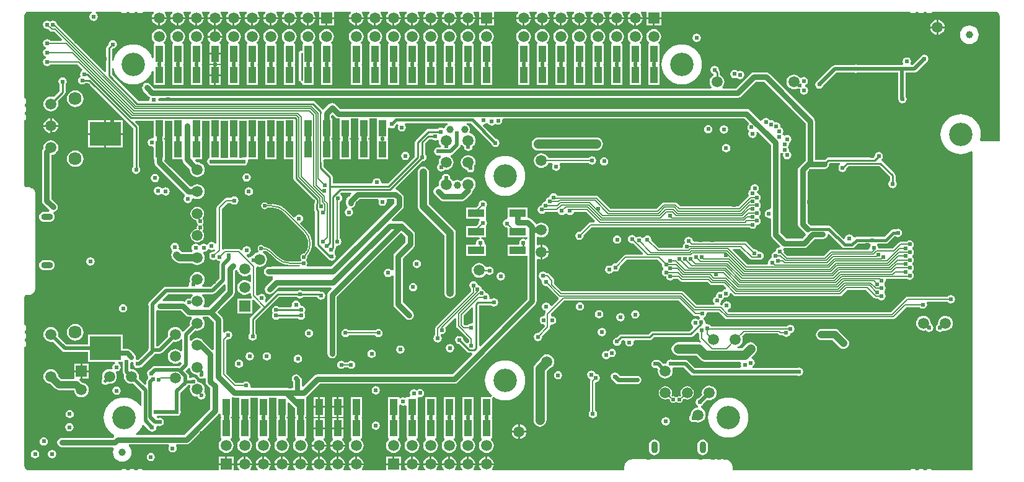
<source format=gbl>
G04*
G04 #@! TF.GenerationSoftware,Altium Limited,Altium Designer,19.0.15 (446)*
G04*
G04 Layer_Physical_Order=4*
G04 Layer_Color=16711680*
%FSLAX24Y24*%
%MOIN*%
G70*
G01*
G75*
%ADD10C,0.0098*%
%ADD11C,0.0100*%
%ADD13C,0.0059*%
%ADD16C,0.0200*%
%ADD22C,0.0080*%
%ADD72R,0.0402X0.0862*%
%ADD113C,0.0394*%
%ADD114C,0.0240*%
%ADD201C,0.0065*%
%ADD215C,0.0157*%
%ADD216C,0.0300*%
%ADD217C,0.0500*%
%ADD219C,0.0150*%
%ADD221C,0.0400*%
%ADD222C,0.0250*%
%ADD229C,0.0701*%
%ADD230C,0.0390*%
%ADD231O,0.0354X0.0630*%
%ADD232O,0.0630X0.0354*%
%ADD233C,0.0591*%
%ADD234R,0.0591X0.0591*%
%ADD235C,0.1260*%
%ADD236R,0.0591X0.0591*%
%ADD237C,0.0240*%
%ADD239C,0.0236*%
%ADD240C,0.0197*%
%ADD241R,0.1654X0.1260*%
%ADD242R,0.0874X0.0402*%
G36*
X400Y12347D02*
X3766D01*
X3767Y12344D01*
X3779Y12267D01*
X3721Y12229D01*
X3673Y12156D01*
X3656Y12070D01*
X3673Y11984D01*
X3721Y11911D01*
X3794Y11863D01*
X3880Y11846D01*
X3966Y11863D01*
X4039Y11911D01*
X4087Y11984D01*
X4104Y12070D01*
X4087Y12156D01*
X4039Y12229D01*
X3981Y12267D01*
X3993Y12344D01*
X3994Y12347D01*
X5315D01*
X5328Y12329D01*
X5406Y12276D01*
X5499Y12258D01*
X5592Y12276D01*
X5670Y12329D01*
X5675Y12336D01*
X5756D01*
X5761Y12329D01*
X5839Y12276D01*
X5932Y12258D01*
X6025Y12276D01*
X6103Y12329D01*
X6108Y12336D01*
X6189D01*
X6194Y12329D01*
X6272Y12276D01*
X6365Y12258D01*
X6458Y12276D01*
X6536Y12329D01*
X6549Y12347D01*
X7072D01*
X7091Y12320D01*
X7107Y12267D01*
X7055Y12199D01*
X7015Y12103D01*
X7008Y12050D01*
X7400D01*
X7792D01*
X7785Y12103D01*
X7745Y12199D01*
X7693Y12267D01*
X7709Y12320D01*
X7728Y12347D01*
X8072D01*
X8091Y12320D01*
X8107Y12267D01*
X8055Y12199D01*
X8015Y12103D01*
X8008Y12050D01*
X8400D01*
X8792D01*
X8785Y12103D01*
X8745Y12199D01*
X8693Y12267D01*
X8709Y12320D01*
X8728Y12347D01*
X9072D01*
X9091Y12320D01*
X9107Y12267D01*
X9055Y12199D01*
X9015Y12103D01*
X9008Y12050D01*
X9400D01*
X9792D01*
X9785Y12103D01*
X9745Y12199D01*
X9693Y12267D01*
X9709Y12320D01*
X9728Y12347D01*
X10072D01*
X10091Y12320D01*
X10107Y12267D01*
X10055Y12199D01*
X10015Y12103D01*
X10008Y12050D01*
X10400D01*
X10792D01*
X10785Y12103D01*
X10745Y12199D01*
X10693Y12267D01*
X10709Y12320D01*
X10728Y12347D01*
X11072D01*
X11091Y12320D01*
X11107Y12267D01*
X11055Y12199D01*
X11015Y12103D01*
X11008Y12050D01*
X11400D01*
X11792D01*
X11785Y12103D01*
X11745Y12199D01*
X11693Y12267D01*
X11709Y12320D01*
X11728Y12347D01*
X12072D01*
X12091Y12320D01*
X12107Y12267D01*
X12055Y12199D01*
X12015Y12103D01*
X12008Y12050D01*
X12400D01*
X12792D01*
X12785Y12103D01*
X12745Y12199D01*
X12693Y12267D01*
X12709Y12320D01*
X12728Y12347D01*
X13072D01*
X13091Y12320D01*
X13107Y12267D01*
X13055Y12199D01*
X13015Y12103D01*
X13008Y12050D01*
X13400D01*
X13792D01*
X13785Y12103D01*
X13745Y12199D01*
X13693Y12267D01*
X13709Y12320D01*
X13728Y12347D01*
X14072D01*
X14091Y12320D01*
X14107Y12267D01*
X14055Y12199D01*
X14015Y12103D01*
X14008Y12050D01*
X14400D01*
X14792D01*
X14785Y12103D01*
X14745Y12199D01*
X14693Y12267D01*
X14709Y12320D01*
X14728Y12347D01*
X15072D01*
X15091Y12320D01*
X15107Y12267D01*
X15055Y12199D01*
X15015Y12103D01*
X15008Y12050D01*
X15400D01*
X15792D01*
X15785Y12103D01*
X15745Y12199D01*
X15693Y12267D01*
X15709Y12320D01*
X15728Y12347D01*
X16005D01*
Y12050D01*
X16400D01*
X16795D01*
Y12347D01*
X17672D01*
X17691Y12320D01*
X17707Y12267D01*
X17655Y12199D01*
X17615Y12103D01*
X17608Y12050D01*
X18000D01*
X18392D01*
X18385Y12103D01*
X18345Y12199D01*
X18293Y12267D01*
X18309Y12320D01*
X18328Y12347D01*
X18672D01*
X18691Y12320D01*
X18707Y12267D01*
X18655Y12199D01*
X18615Y12103D01*
X18608Y12050D01*
X19000D01*
X19392D01*
X19385Y12103D01*
X19345Y12199D01*
X19293Y12267D01*
X19309Y12320D01*
X19328Y12347D01*
X19672D01*
X19691Y12320D01*
X19707Y12267D01*
X19655Y12199D01*
X19615Y12103D01*
X19608Y12050D01*
X20000D01*
X20392D01*
X20385Y12103D01*
X20345Y12199D01*
X20293Y12267D01*
X20309Y12320D01*
X20328Y12347D01*
X20672D01*
X20691Y12320D01*
X20707Y12267D01*
X20655Y12199D01*
X20615Y12103D01*
X20608Y12050D01*
X21000D01*
X21392D01*
X21385Y12103D01*
X21345Y12199D01*
X21293Y12267D01*
X21309Y12320D01*
X21328Y12347D01*
X21672D01*
X21691Y12320D01*
X21707Y12267D01*
X21655Y12199D01*
X21615Y12103D01*
X21608Y12050D01*
X22000D01*
X22392D01*
X22385Y12103D01*
X22345Y12199D01*
X22293Y12267D01*
X22309Y12320D01*
X22328Y12347D01*
X22672D01*
X22691Y12320D01*
X22707Y12267D01*
X22655Y12199D01*
X22615Y12103D01*
X22608Y12050D01*
X23000D01*
X23392D01*
X23385Y12103D01*
X23345Y12199D01*
X23293Y12267D01*
X23309Y12320D01*
X23328Y12347D01*
X23672D01*
X23691Y12320D01*
X23707Y12267D01*
X23655Y12199D01*
X23615Y12103D01*
X23608Y12050D01*
X24000D01*
X24392D01*
X24385Y12103D01*
X24345Y12199D01*
X24293Y12267D01*
X24309Y12320D01*
X24328Y12347D01*
X24605D01*
Y12050D01*
X25000D01*
X25395D01*
Y12347D01*
X26672D01*
X26691Y12320D01*
X26707Y12267D01*
X26655Y12199D01*
X26615Y12103D01*
X26608Y12050D01*
X27000D01*
X27392D01*
X27385Y12103D01*
X27345Y12199D01*
X27293Y12267D01*
X27309Y12320D01*
X27328Y12347D01*
X27672D01*
X27691Y12320D01*
X27707Y12267D01*
X27655Y12199D01*
X27615Y12103D01*
X27608Y12050D01*
X28000D01*
X28392D01*
X28385Y12103D01*
X28345Y12199D01*
X28293Y12267D01*
X28309Y12320D01*
X28328Y12347D01*
X28672D01*
X28691Y12320D01*
X28707Y12267D01*
X28655Y12199D01*
X28615Y12103D01*
X28608Y12050D01*
X29000D01*
X29392D01*
X29385Y12103D01*
X29345Y12199D01*
X29293Y12267D01*
X29309Y12320D01*
X29328Y12347D01*
X29672D01*
X29691Y12320D01*
X29707Y12267D01*
X29655Y12199D01*
X29615Y12103D01*
X29608Y12050D01*
X30000D01*
X30392D01*
X30385Y12103D01*
X30345Y12199D01*
X30293Y12267D01*
X30309Y12320D01*
X30328Y12347D01*
X30672D01*
X30691Y12320D01*
X30707Y12267D01*
X30655Y12199D01*
X30615Y12103D01*
X30608Y12050D01*
X31000D01*
X31392D01*
X31385Y12103D01*
X31345Y12199D01*
X31293Y12267D01*
X31309Y12320D01*
X31328Y12347D01*
X31672D01*
X31691Y12320D01*
X31707Y12267D01*
X31655Y12199D01*
X31615Y12103D01*
X31608Y12050D01*
X32000D01*
X32392D01*
X32385Y12103D01*
X32345Y12199D01*
X32293Y12267D01*
X32309Y12320D01*
X32328Y12347D01*
X32672D01*
X32691Y12320D01*
X32707Y12267D01*
X32655Y12199D01*
X32615Y12103D01*
X32608Y12050D01*
X33000D01*
X33392D01*
X33385Y12103D01*
X33345Y12199D01*
X33293Y12267D01*
X33309Y12320D01*
X33328Y12347D01*
X33605D01*
Y12050D01*
X34000D01*
X34395D01*
Y12347D01*
X47764D01*
X47776Y12329D01*
X47855Y12276D01*
X47948Y12258D01*
X48041Y12276D01*
X48119Y12329D01*
X48124Y12336D01*
X48205D01*
X48209Y12329D01*
X48288Y12276D01*
X48381Y12258D01*
X48474Y12276D01*
X48552Y12329D01*
X48557Y12336D01*
X48638D01*
X48642Y12329D01*
X48721Y12276D01*
X48814Y12258D01*
X48907Y12276D01*
X48985Y12329D01*
X48998Y12347D01*
X52350D01*
X52357Y12348D01*
X52446Y12331D01*
X52527Y12277D01*
X52581Y12196D01*
X52598Y12107D01*
X52597Y12100D01*
Y5400D01*
X52581Y5380D01*
X51590D01*
X51536Y5460D01*
X51565Y5581D01*
X51578Y5750D01*
X51565Y5919D01*
X51525Y6083D01*
X51461Y6239D01*
X51372Y6384D01*
X51262Y6512D01*
X51134Y6622D01*
X50989Y6711D01*
X50833Y6775D01*
X50669Y6815D01*
X50500Y6828D01*
X50331Y6815D01*
X50167Y6775D01*
X50011Y6711D01*
X49866Y6622D01*
X49738Y6512D01*
X49628Y6384D01*
X49539Y6239D01*
X49475Y6083D01*
X49435Y5919D01*
X49422Y5750D01*
X49435Y5581D01*
X49475Y5417D01*
X49539Y5261D01*
X49628Y5116D01*
X49738Y4988D01*
X49866Y4878D01*
X50011Y4789D01*
X50167Y4725D01*
X50331Y4685D01*
X50500Y4672D01*
X50669Y4685D01*
X50833Y4725D01*
X50989Y4789D01*
X51071Y4839D01*
X51151Y4795D01*
X51150Y-12347D01*
X48998D01*
X48985Y-12329D01*
X48907Y-12276D01*
X48814Y-12258D01*
X48721Y-12276D01*
X48642Y-12329D01*
X48638Y-12336D01*
X48557D01*
X48552Y-12329D01*
X48474Y-12276D01*
X48381Y-12258D01*
X48288Y-12276D01*
X48209Y-12329D01*
X48205Y-12336D01*
X48124D01*
X48119Y-12329D01*
X48041Y-12276D01*
X47948Y-12258D01*
X47855Y-12276D01*
X47776Y-12329D01*
X47764Y-12347D01*
X38331D01*
Y-12347D01*
X38293Y-12339D01*
X38262Y-12318D01*
X38241Y-12287D01*
X38234Y-12250D01*
X38233D01*
Y-12150D01*
X38234D01*
X38220Y-12046D01*
X38180Y-11948D01*
X38116Y-11865D01*
X38032Y-11801D01*
X37935Y-11760D01*
X37831Y-11747D01*
Y-11747D01*
X32822D01*
Y-11747D01*
X32718Y-11760D01*
X32621Y-11801D01*
X32537Y-11865D01*
X32473Y-11948D01*
X32433Y-12046D01*
X32419Y-12150D01*
X32420D01*
Y-12250D01*
X32419D01*
X32412Y-12287D01*
X32391Y-12318D01*
X32360Y-12339D01*
X32322Y-12347D01*
Y-12347D01*
X25328D01*
X25309Y-12320D01*
X25293Y-12267D01*
X25345Y-12199D01*
X25385Y-12103D01*
X25392Y-12050D01*
X24608D01*
X24615Y-12103D01*
X24655Y-12199D01*
X24707Y-12267D01*
X24691Y-12320D01*
X24672Y-12347D01*
X24328D01*
X24309Y-12320D01*
X24293Y-12267D01*
X24345Y-12199D01*
X24385Y-12103D01*
X24392Y-12050D01*
X23608D01*
X23615Y-12103D01*
X23655Y-12199D01*
X23707Y-12267D01*
X23691Y-12320D01*
X23672Y-12347D01*
X23328D01*
X23309Y-12320D01*
X23293Y-12267D01*
X23345Y-12199D01*
X23385Y-12103D01*
X23392Y-12050D01*
X22608D01*
X22615Y-12103D01*
X22655Y-12199D01*
X22707Y-12267D01*
X22691Y-12320D01*
X22672Y-12347D01*
X22328D01*
X22309Y-12320D01*
X22293Y-12267D01*
X22345Y-12199D01*
X22385Y-12103D01*
X22392Y-12050D01*
X21608D01*
X21615Y-12103D01*
X21655Y-12199D01*
X21707Y-12267D01*
X21691Y-12320D01*
X21672Y-12347D01*
X21328D01*
X21309Y-12320D01*
X21293Y-12267D01*
X21345Y-12199D01*
X21385Y-12103D01*
X21392Y-12050D01*
X20608D01*
X20615Y-12103D01*
X20655Y-12199D01*
X20707Y-12267D01*
X20691Y-12320D01*
X20672Y-12347D01*
X20395D01*
Y-12050D01*
X19605D01*
Y-12347D01*
X18328D01*
X18309Y-12320D01*
X18293Y-12267D01*
X18345Y-12199D01*
X18385Y-12103D01*
X18392Y-12050D01*
X17608D01*
X17615Y-12103D01*
X17655Y-12199D01*
X17707Y-12267D01*
X17691Y-12320D01*
X17672Y-12347D01*
X17328D01*
X17309Y-12320D01*
X17293Y-12267D01*
X17345Y-12199D01*
X17385Y-12103D01*
X17392Y-12050D01*
X16608D01*
X16615Y-12103D01*
X16655Y-12199D01*
X16707Y-12267D01*
X16691Y-12320D01*
X16672Y-12347D01*
X16328D01*
X16309Y-12320D01*
X16293Y-12267D01*
X16345Y-12199D01*
X16385Y-12103D01*
X16392Y-12050D01*
X15608D01*
X15615Y-12103D01*
X15655Y-12199D01*
X15707Y-12267D01*
X15691Y-12320D01*
X15672Y-12347D01*
X15328D01*
X15309Y-12320D01*
X15293Y-12267D01*
X15345Y-12199D01*
X15385Y-12103D01*
X15392Y-12050D01*
X14608D01*
X14615Y-12103D01*
X14655Y-12199D01*
X14707Y-12267D01*
X14691Y-12320D01*
X14672Y-12347D01*
X14328D01*
X14309Y-12320D01*
X14293Y-12267D01*
X14345Y-12199D01*
X14385Y-12103D01*
X14392Y-12050D01*
X13608D01*
X13615Y-12103D01*
X13655Y-12199D01*
X13707Y-12267D01*
X13691Y-12320D01*
X13672Y-12347D01*
X13328D01*
X13309Y-12320D01*
X13293Y-12267D01*
X13345Y-12199D01*
X13385Y-12103D01*
X13392Y-12050D01*
X12608D01*
X12615Y-12103D01*
X12655Y-12199D01*
X12707Y-12267D01*
X12691Y-12320D01*
X12672Y-12347D01*
X12328D01*
X12309Y-12320D01*
X12293Y-12267D01*
X12345Y-12199D01*
X12385Y-12103D01*
X12392Y-12050D01*
X11608D01*
X11615Y-12103D01*
X11655Y-12199D01*
X11707Y-12267D01*
X11691Y-12320D01*
X11672Y-12347D01*
X11395D01*
Y-12050D01*
X10605D01*
Y-12347D01*
X6549D01*
X6536Y-12329D01*
X6458Y-12276D01*
X6365Y-12258D01*
X6272Y-12276D01*
X6194Y-12329D01*
X6189Y-12336D01*
X6108D01*
X6103Y-12329D01*
X6025Y-12276D01*
X5932Y-12258D01*
X5839Y-12276D01*
X5761Y-12329D01*
X5756Y-12336D01*
X5675D01*
X5670Y-12329D01*
X5592Y-12276D01*
X5499Y-12258D01*
X5406Y-12276D01*
X5328Y-12329D01*
X5315Y-12347D01*
X400D01*
X393Y-12348D01*
X304Y-12331D01*
X223Y-12277D01*
X169Y-12196D01*
X165Y-12175D01*
X153Y-12100D01*
X153Y-12100D01*
X153Y-12100D01*
Y-5714D01*
X171Y-5701D01*
X224Y-5622D01*
X242Y-5530D01*
X224Y-5437D01*
X171Y-5358D01*
X164Y-5354D01*
Y-5273D01*
X171Y-5268D01*
X224Y-5189D01*
X242Y-5097D01*
X224Y-5004D01*
X171Y-4925D01*
X164Y-4921D01*
Y-4840D01*
X171Y-4835D01*
X224Y-4756D01*
X242Y-4664D01*
X224Y-4571D01*
X171Y-4492D01*
X153Y-4480D01*
Y-3004D01*
X153D01*
X161Y-2967D01*
X182Y-2936D01*
X213Y-2915D01*
X250Y-2907D01*
Y-2907D01*
X350D01*
Y-2907D01*
X454Y-2894D01*
X552Y-2853D01*
X635Y-2789D01*
X699Y-2706D01*
X740Y-2608D01*
X753Y-2504D01*
X753D01*
Y2504D01*
X753D01*
X740Y2608D01*
X699Y2706D01*
X635Y2789D01*
X552Y2853D01*
X454Y2894D01*
X350Y2907D01*
Y2907D01*
X250D01*
Y2907D01*
X213Y2915D01*
X182Y2936D01*
X161Y2967D01*
X153Y3004D01*
X153D01*
Y6486D01*
X171Y6499D01*
X224Y6577D01*
X242Y6670D01*
X224Y6763D01*
X171Y6841D01*
X164Y6846D01*
Y6927D01*
X171Y6932D01*
X224Y7010D01*
X242Y7103D01*
X224Y7196D01*
X171Y7274D01*
X164Y7279D01*
Y7360D01*
X171Y7365D01*
X224Y7443D01*
X242Y7536D01*
X224Y7629D01*
X171Y7707D01*
X153Y7720D01*
Y12100D01*
X152Y12107D01*
X169Y12196D01*
X223Y12277D01*
X304Y12331D01*
X393Y12348D01*
X400Y12347D01*
D02*
G37*
%LPC*%
G36*
X1680Y11864D02*
X1594Y11847D01*
X1530Y11804D01*
X1466Y11847D01*
X1380Y11864D01*
X1294Y11847D01*
X1221Y11799D01*
X1173Y11726D01*
X1156Y11640D01*
X1173Y11554D01*
X1221Y11481D01*
X1294Y11433D01*
X1380Y11416D01*
X1411Y11422D01*
X1536Y11297D01*
X1579Y11268D01*
X1630Y11258D01*
X1769D01*
X2180Y10846D01*
X2150Y10772D01*
X1556D01*
X1538Y10799D01*
X1466Y10847D01*
X1380Y10864D01*
X1294Y10847D01*
X1221Y10799D01*
X1173Y10726D01*
X1156Y10640D01*
X1173Y10554D01*
X1221Y10481D01*
X1294Y10433D01*
X1304Y10431D01*
Y10349D01*
X1294Y10347D01*
X1221Y10299D01*
X1173Y10226D01*
X1156Y10140D01*
X1173Y10054D01*
X1221Y9981D01*
X1294Y9933D01*
X1304Y9931D01*
Y9849D01*
X1294Y9847D01*
X1221Y9799D01*
X1173Y9726D01*
X1156Y9640D01*
X1173Y9554D01*
X1221Y9481D01*
X1294Y9433D01*
X1380Y9416D01*
X1466Y9433D01*
X1538Y9481D01*
X1556Y9508D01*
X3009D01*
X3276Y9241D01*
X3256Y9148D01*
X3211Y9119D01*
X3163Y9046D01*
X3146Y8960D01*
X3163Y8874D01*
X3174Y8857D01*
X3101Y8809D01*
X3053Y8736D01*
X3036Y8650D01*
X3053Y8564D01*
X3101Y8491D01*
X3174Y8443D01*
X3260Y8426D01*
X3346Y8443D01*
X3419Y8491D01*
X3422Y8497D01*
X3566D01*
X6007Y6056D01*
Y4002D01*
X6001Y3999D01*
X5953Y3926D01*
X5936Y3840D01*
X5953Y3754D01*
X6001Y3681D01*
X6074Y3633D01*
X6160Y3616D01*
X6246Y3633D01*
X6319Y3681D01*
X6367Y3754D01*
X6384Y3840D01*
X6367Y3926D01*
X6319Y3999D01*
X6313Y4002D01*
Y6120D01*
X6301Y6178D01*
X6268Y6228D01*
X6103Y6393D01*
X6134Y6467D01*
X7099D01*
Y5598D01*
X7025Y5531D01*
X7010Y5534D01*
X6924Y5517D01*
X6851Y5469D01*
X6803Y5396D01*
X6786Y5310D01*
X6803Y5224D01*
X6851Y5151D01*
X6924Y5103D01*
X7010Y5086D01*
X7019Y5088D01*
X7099Y5022D01*
Y4392D01*
X7145D01*
Y4230D01*
X7164Y4132D01*
X7220Y4050D01*
X7660Y3610D01*
X8765Y2504D01*
X8779Y2434D01*
X8767Y2398D01*
X8733Y2346D01*
X8716Y2260D01*
X8733Y2174D01*
X8781Y2101D01*
X8854Y2053D01*
X8940Y2036D01*
X9026Y2053D01*
X9099Y2101D01*
X9147Y2174D01*
X9164Y2260D01*
X9160Y2280D01*
X9233Y2325D01*
X9249Y2312D01*
X9346Y2272D01*
X9449Y2259D01*
X9552Y2272D01*
X9648Y2312D01*
X9731Y2376D01*
X9794Y2458D01*
X9834Y2554D01*
X9847Y2657D01*
X9834Y2761D01*
X9794Y2857D01*
X9731Y2939D01*
X9648Y3003D01*
X9552Y3043D01*
X9449Y3056D01*
X9346Y3043D01*
X9249Y3003D01*
X9167Y2939D01*
X9154Y2922D01*
X9071Y2919D01*
X8020Y3970D01*
X7678Y4312D01*
X7701Y4392D01*
X7701D01*
Y5454D01*
X7655D01*
Y5546D01*
X7701D01*
Y6467D01*
X8099D01*
Y5546D01*
X8099D01*
X8111Y5500D01*
X8099Y5454D01*
X8099D01*
Y4392D01*
X8645D01*
Y4387D01*
X8665Y4290D01*
X8720Y4207D01*
X9055Y3872D01*
X9050Y3839D01*
X9064Y3735D01*
X9104Y3639D01*
X9167Y3557D01*
X9249Y3493D01*
X9346Y3453D01*
X9449Y3440D01*
X9552Y3453D01*
X9648Y3493D01*
X9731Y3557D01*
X9794Y3639D01*
X9834Y3735D01*
X9847Y3839D01*
X9834Y3942D01*
X9794Y4038D01*
X9731Y4121D01*
X9648Y4184D01*
X9552Y4224D01*
X9449Y4237D01*
X9415Y4233D01*
X9330Y4318D01*
X9360Y4392D01*
X9701D01*
Y5454D01*
X9701D01*
X9689Y5500D01*
X9701Y5546D01*
X9701D01*
Y6467D01*
X10099D01*
Y5546D01*
X10099D01*
X10111Y5500D01*
X10099Y5454D01*
X10099D01*
Y4471D01*
X10051Y4439D01*
X10003Y4366D01*
X9986Y4280D01*
X10003Y4194D01*
X10051Y4121D01*
X10124Y4073D01*
X10210Y4056D01*
X10296Y4073D01*
X10301Y4076D01*
X11849D01*
X11854Y4073D01*
X11940Y4056D01*
X12026Y4073D01*
X12099Y4121D01*
X12147Y4194D01*
X12164Y4280D01*
X12158Y4312D01*
X12219Y4392D01*
X12701D01*
Y5454D01*
X12701D01*
X12689Y5500D01*
X12701Y5546D01*
X12701D01*
Y6467D01*
X13099D01*
Y5546D01*
X13099D01*
X13111Y5500D01*
X13099Y5454D01*
X13099D01*
Y4392D01*
X13701D01*
Y5454D01*
X13701D01*
X13689Y5500D01*
X13701Y5546D01*
X13701D01*
Y6467D01*
X14099D01*
Y5546D01*
X14099D01*
X14111Y5500D01*
X14099Y5454D01*
X14099D01*
Y4392D01*
X14617D01*
Y3370D01*
X14629Y3311D01*
X14662Y3262D01*
X15747Y2177D01*
Y2076D01*
X15739Y2063D01*
X15727Y2005D01*
Y1690D01*
X15739Y1631D01*
X15772Y1582D01*
X15777Y1577D01*
Y-190D01*
X15789Y-249D01*
X15822Y-298D01*
X16472Y-948D01*
X16500Y-967D01*
X16521Y-999D01*
X16594Y-1047D01*
X16680Y-1064D01*
X16766Y-1047D01*
X16839Y-999D01*
X16887Y-926D01*
X16904Y-840D01*
X16887Y-754D01*
X16839Y-681D01*
X16838Y-585D01*
X16857Y-556D01*
X16874Y-470D01*
X16871Y-454D01*
X16881Y-439D01*
X16893Y-380D01*
Y-302D01*
X16955Y-251D01*
X16970Y-254D01*
X17056Y-237D01*
X17129Y-189D01*
X17177Y-116D01*
X17194Y-30D01*
X17177Y56D01*
X17129Y129D01*
X17102Y146D01*
Y2102D01*
X17106Y2103D01*
X17179Y2151D01*
X17227Y2224D01*
X17244Y2310D01*
X17227Y2396D01*
X17179Y2469D01*
X17163Y2479D01*
X17155Y2559D01*
X17213Y2617D01*
X17712D01*
X17743Y2543D01*
X17520Y2320D01*
X17464Y2238D01*
X17445Y2140D01*
Y2030D01*
X17464Y1932D01*
X17520Y1850D01*
X17539Y1837D01*
X17522Y1752D01*
X17514Y1750D01*
X17441Y1702D01*
X17393Y1629D01*
X17376Y1543D01*
X17393Y1457D01*
X17441Y1385D01*
X17514Y1336D01*
X17600Y1319D01*
X17686Y1336D01*
X17759Y1385D01*
X17807Y1457D01*
X17824Y1543D01*
X17807Y1629D01*
X17759Y1702D01*
X17755Y1704D01*
X17772Y1789D01*
X17798Y1795D01*
X17880Y1850D01*
X17935Y1932D01*
X17955Y2030D01*
Y2034D01*
X18176Y2255D01*
X19160D01*
X19205Y2175D01*
X19192Y2110D01*
X19209Y2024D01*
X19257Y1951D01*
X19330Y1903D01*
X19416Y1886D01*
X19502Y1903D01*
X19575Y1951D01*
X19623Y2024D01*
X19640Y2110D01*
X19627Y2175D01*
X19673Y2255D01*
X20004D01*
X20045Y2214D01*
Y2016D01*
X16650Y-1380D01*
X15356D01*
X15350Y-1373D01*
X15321Y-1300D01*
X15346Y-1263D01*
X15360Y-1193D01*
X15346Y-1122D01*
X15314Y-1074D01*
X15306Y-1034D01*
Y-1012D01*
X15314Y-972D01*
X15346Y-924D01*
X15360Y-854D01*
X15351Y-811D01*
X15449Y-692D01*
X15539Y-523D01*
X15595Y-340D01*
X15613Y-150D01*
X15612D01*
X15599Y16D01*
X15560Y178D01*
X15496Y332D01*
X15409Y474D01*
X15301Y601D01*
X15300Y600D01*
X14983Y917D01*
X15006Y1002D01*
X15008Y1004D01*
X15079Y1051D01*
X15127Y1124D01*
X15144Y1210D01*
X15127Y1296D01*
X15079Y1369D01*
X15006Y1417D01*
X14920Y1434D01*
X14834Y1417D01*
X14761Y1369D01*
X14714Y1298D01*
X14712Y1296D01*
X14627Y1273D01*
X14292Y1607D01*
X14237Y1665D01*
X14237Y1665D01*
X14106Y1777D01*
X13959Y1866D01*
X13800Y1932D01*
X13633Y1972D01*
X13462Y1986D01*
Y1984D01*
X13462Y1984D01*
X13220D01*
X13196Y2020D01*
X13136Y2060D01*
X13066Y2074D01*
X12996Y2060D01*
X12936Y2020D01*
X12896Y1960D01*
X12883Y1890D01*
X12896Y1820D01*
X12936Y1760D01*
X12996Y1720D01*
X13066Y1706D01*
X13136Y1720D01*
X13196Y1760D01*
X13220Y1796D01*
X13382D01*
X13382Y1796D01*
X13462Y1796D01*
X13539Y1789D01*
X13639Y1779D01*
X13809Y1728D01*
X13966Y1644D01*
X14100Y1534D01*
X14102Y1530D01*
X15167Y466D01*
X15167Y466D01*
X15167Y466D01*
X15216Y407D01*
X15276Y335D01*
X15356Y184D01*
X15406Y20D01*
X15422Y-147D01*
X15422Y-150D01*
X15422Y-152D01*
X15407Y-303D01*
X15363Y-450D01*
X15290Y-586D01*
X15215Y-678D01*
X15176Y-670D01*
X15106Y-684D01*
X15046Y-724D01*
X15007Y-783D01*
X14993Y-854D01*
X15007Y-924D01*
X15039Y-972D01*
X15046Y-1012D01*
Y-1029D01*
X14981Y-1099D01*
X14424D01*
X14420Y-1100D01*
X14247Y-1083D01*
X14077Y-1031D01*
X13920Y-948D01*
X13786Y-837D01*
X13783Y-834D01*
X13506Y-557D01*
X13506Y-557D01*
X13508Y-555D01*
X13372Y-444D01*
X13218Y-361D01*
X13050Y-310D01*
X13039Y-309D01*
X13006Y-260D01*
X12946Y-220D01*
X12876Y-206D01*
X12806Y-220D01*
X12746Y-260D01*
X12707Y-320D01*
X12693Y-390D01*
X12707Y-460D01*
X12741Y-512D01*
X12733Y-552D01*
X12716Y-596D01*
X12692Y-599D01*
X12596Y-639D01*
X12513Y-702D01*
X12450Y-785D01*
X12444Y-799D01*
X12374Y-813D01*
X12301Y-861D01*
X12293Y-873D01*
X12190Y-884D01*
X12099Y-792D01*
X12102Y-768D01*
X12130Y-710D01*
X12196Y-697D01*
X12269Y-649D01*
X12317Y-576D01*
X12334Y-490D01*
X12317Y-404D01*
X12269Y-331D01*
X12196Y-283D01*
X12110Y-266D01*
X12024Y-283D01*
X11951Y-331D01*
X11903Y-404D01*
X11890Y-470D01*
X11832Y-498D01*
X11808Y-501D01*
X11766Y-460D01*
X11724Y-431D01*
X11673Y-421D01*
X10947D01*
X10896Y-431D01*
X10854Y-460D01*
X10853Y-460D01*
X10773Y-427D01*
Y1731D01*
X11079Y2037D01*
X11271D01*
X11281Y2021D01*
X11354Y1973D01*
X11440Y1956D01*
X11526Y1973D01*
X11599Y2021D01*
X11647Y2094D01*
X11664Y2180D01*
X11647Y2266D01*
X11599Y2339D01*
X11526Y2387D01*
X11440Y2404D01*
X11354Y2387D01*
X11281Y2339D01*
X11271Y2323D01*
X11020D01*
X10965Y2312D01*
X10919Y2281D01*
X10919Y2281D01*
X10529Y1891D01*
X10498Y1845D01*
X10487Y1790D01*
X10487Y1790D01*
Y-130D01*
X10407Y-154D01*
X10379Y-111D01*
X10306Y-63D01*
X10220Y-46D01*
X10134Y-63D01*
X10061Y-111D01*
X10028Y-161D01*
X9989Y-184D01*
X9931Y-183D01*
X9886Y-153D01*
X9800Y-136D01*
X9714Y-153D01*
X9641Y-201D01*
X9628Y-221D01*
X9532D01*
X9519Y-201D01*
X9446Y-153D01*
X9360Y-136D01*
X9274Y-153D01*
X9201Y-201D01*
X9153Y-274D01*
X9136Y-360D01*
X9153Y-446D01*
X9191Y-503D01*
X9173Y-559D01*
X9156Y-583D01*
X8611D01*
X8564Y-536D01*
X8501Y-488D01*
X8491Y-484D01*
X8447Y-406D01*
X8464Y-320D01*
X8447Y-234D01*
X8399Y-161D01*
X8326Y-113D01*
X8240Y-96D01*
X8154Y-113D01*
X8081Y-161D01*
X8033Y-234D01*
X8016Y-320D01*
X8033Y-406D01*
X8081Y-479D01*
X8084Y-481D01*
X8098Y-586D01*
X8088Y-599D01*
X8058Y-672D01*
X8047Y-750D01*
X8058Y-828D01*
X8088Y-901D01*
X8136Y-964D01*
X8272Y-1100D01*
X8272Y-1100D01*
X8335Y-1148D01*
X8408Y-1178D01*
X8486Y-1188D01*
X9194D01*
X9249Y-1231D01*
X9346Y-1271D01*
X9449Y-1285D01*
X9552Y-1271D01*
X9648Y-1231D01*
X9731Y-1168D01*
X9794Y-1085D01*
X9834Y-989D01*
X9847Y-886D01*
X9834Y-783D01*
X9794Y-686D01*
X9774Y-661D01*
X9786Y-626D01*
X9814Y-581D01*
X9886Y-567D01*
X9959Y-519D01*
X9992Y-469D01*
X10031Y-446D01*
X10089Y-447D01*
X10134Y-477D01*
X10220Y-494D01*
X10306Y-477D01*
X10372Y-433D01*
X10423Y-495D01*
X10334Y-584D01*
X10315Y-581D01*
X10229Y-598D01*
X10156Y-646D01*
X10108Y-719D01*
X10091Y-805D01*
X10108Y-891D01*
X10156Y-964D01*
X10229Y-1012D01*
X10315Y-1029D01*
X10401Y-1012D01*
X10465Y-969D01*
X10491Y-1009D01*
X10564Y-1057D01*
X10637Y-1072D01*
X10659Y-1101D01*
X10676Y-1151D01*
X10642Y-1202D01*
X10626Y-1280D01*
Y-2012D01*
X10184Y-2454D01*
X9726D01*
X9699Y-2374D01*
X9731Y-2349D01*
X9794Y-2266D01*
X9834Y-2170D01*
X9847Y-2067D01*
X9834Y-1964D01*
X9794Y-1868D01*
X9731Y-1785D01*
X9648Y-1722D01*
X9552Y-1682D01*
X9449Y-1668D01*
X9346Y-1682D01*
X9249Y-1722D01*
X9167Y-1785D01*
X9104Y-1868D01*
X9064Y-1964D01*
X9050Y-2067D01*
X9064Y-2170D01*
X9067Y-2178D01*
X9023Y-2244D01*
X9006Y-2330D01*
X9014Y-2374D01*
X8959Y-2454D01*
X7783D01*
X7704Y-2469D01*
X7638Y-2513D01*
X6882Y-3270D01*
X6837Y-3336D01*
X6822Y-3414D01*
X6836Y-3486D01*
Y-5769D01*
X6833Y-5774D01*
X6816Y-5860D01*
X6816Y-5861D01*
X6283Y-6394D01*
X6240Y-6386D01*
X6189Y-6396D01*
X6160Y-6366D01*
X6134Y-6327D01*
X6149Y-6250D01*
X6132Y-6162D01*
X6082Y-6088D01*
X5862Y-5868D01*
X5788Y-5818D01*
X5700Y-5801D01*
X5427D01*
Y-5044D01*
X3573D01*
Y-5570D01*
X2413D01*
X1961Y-5117D01*
X1973Y-5020D01*
X1960Y-4916D01*
X1920Y-4820D01*
X1857Y-4738D01*
X1774Y-4674D01*
X1678Y-4635D01*
X1575Y-4621D01*
X1472Y-4635D01*
X1375Y-4674D01*
X1293Y-4738D01*
X1230Y-4820D01*
X1190Y-4916D01*
X1176Y-5020D01*
X1190Y-5123D01*
X1230Y-5219D01*
X1293Y-5302D01*
X1375Y-5365D01*
X1472Y-5405D01*
X1575Y-5418D01*
X1672Y-5406D01*
X2185Y-5918D01*
X2251Y-5962D01*
X2329Y-5978D01*
X3573D01*
Y-6504D01*
X5012D01*
X5024Y-6583D01*
X4951Y-6631D01*
X4903Y-6704D01*
X4886Y-6790D01*
X4896Y-6840D01*
X4829Y-6899D01*
X4828Y-6898D01*
X4724Y-6885D01*
X4621Y-6898D01*
X4525Y-6938D01*
X4442Y-7002D01*
X4379Y-7084D01*
X4339Y-7180D01*
X4326Y-7283D01*
X4339Y-7387D01*
X4353Y-7419D01*
X4323Y-7463D01*
X4308Y-7540D01*
X4323Y-7617D01*
X4367Y-7683D01*
X4433Y-7727D01*
X4510Y-7742D01*
X4587Y-7727D01*
X4653Y-7683D01*
X4659Y-7674D01*
X4724Y-7682D01*
X4828Y-7669D01*
X4924Y-7629D01*
X5006Y-7565D01*
X5070Y-7483D01*
X5110Y-7387D01*
X5123Y-7283D01*
X5110Y-7180D01*
X5071Y-7088D01*
X5082Y-7063D01*
X5088Y-7052D01*
X5116Y-7013D01*
X5196Y-6997D01*
X5269Y-6949D01*
X5317Y-6876D01*
X5334Y-6790D01*
X5317Y-6704D01*
X5269Y-6631D01*
X5196Y-6583D01*
X5208Y-6504D01*
X5427D01*
X5427Y-6504D01*
X5443Y-6576D01*
X5443Y-6576D01*
X5446Y-6581D01*
Y-7038D01*
X5462Y-7116D01*
X5506Y-7182D01*
X5518Y-7195D01*
X5507Y-7283D01*
X5520Y-7387D01*
X5560Y-7483D01*
X5624Y-7565D01*
X5706Y-7629D01*
X5802Y-7669D01*
X5906Y-7682D01*
X5994Y-7671D01*
X6456Y-8133D01*
Y-8856D01*
X6379Y-8877D01*
X6372Y-8866D01*
X6262Y-8738D01*
X6134Y-8628D01*
X5989Y-8539D01*
X5833Y-8475D01*
X5669Y-8435D01*
X5500Y-8422D01*
X5331Y-8435D01*
X5167Y-8475D01*
X5010Y-8539D01*
X4866Y-8628D01*
X4738Y-8738D01*
X4628Y-8866D01*
X4539Y-9011D01*
X4475Y-9167D01*
X4435Y-9331D01*
X4422Y-9500D01*
X4435Y-9669D01*
X4475Y-9833D01*
X4539Y-9989D01*
X4628Y-10134D01*
X4738Y-10262D01*
X4866Y-10372D01*
X4958Y-10429D01*
X4967Y-10463D01*
X4964Y-10526D01*
X4905Y-10585D01*
X2176D01*
X2079Y-10605D01*
X1996Y-10660D01*
X1941Y-10743D01*
X1921Y-10840D01*
X1941Y-10938D01*
X1996Y-11020D01*
X2079Y-11076D01*
X2176Y-11095D01*
X4908D01*
X4959Y-11175D01*
X4928Y-11251D01*
X4911Y-11380D01*
X4928Y-11509D01*
X4978Y-11630D01*
X5057Y-11734D01*
X5161Y-11813D01*
X5281Y-11863D01*
X5411Y-11880D01*
X5540Y-11863D01*
X5661Y-11813D01*
X5764Y-11734D01*
X5844Y-11630D01*
X5893Y-11509D01*
X5910Y-11380D01*
X5893Y-11251D01*
X5844Y-11130D01*
X5764Y-11026D01*
X5763Y-11026D01*
X5790Y-10946D01*
X7897D01*
X7939Y-11026D01*
X7913Y-11064D01*
X7896Y-11150D01*
X7913Y-11236D01*
X7961Y-11309D01*
X8034Y-11357D01*
X8120Y-11374D01*
X8206Y-11357D01*
X8279Y-11309D01*
X8327Y-11236D01*
X8344Y-11150D01*
X8327Y-11064D01*
X8301Y-11026D01*
X8343Y-10946D01*
X8859D01*
X8957Y-10926D01*
X9040Y-10871D01*
X10590Y-9320D01*
X10619Y-9277D01*
X10699Y-9301D01*
Y-9454D01*
X10745D01*
Y-9546D01*
X10699D01*
Y-10608D01*
X10730D01*
X10757Y-10688D01*
X10718Y-10718D01*
X10655Y-10801D01*
X10615Y-10897D01*
X10601Y-11000D01*
X10615Y-11103D01*
X10655Y-11199D01*
X10718Y-11282D01*
X10801Y-11345D01*
X10897Y-11385D01*
X11000Y-11399D01*
X11103Y-11385D01*
X11199Y-11345D01*
X11282Y-11282D01*
X11345Y-11199D01*
X11385Y-11103D01*
X11399Y-11000D01*
X11385Y-10897D01*
X11345Y-10801D01*
X11282Y-10718D01*
X11243Y-10688D01*
X11270Y-10608D01*
X11301D01*
Y-9546D01*
X11255D01*
Y-9454D01*
X11301D01*
Y-8462D01*
X11319Y-8444D01*
X11381Y-8410D01*
X11457Y-8425D01*
X11699D01*
Y-9454D01*
X11745D01*
Y-9546D01*
X11699D01*
Y-10608D01*
X11730D01*
X11757Y-10688D01*
X11718Y-10718D01*
X11655Y-10801D01*
X11615Y-10897D01*
X11601Y-11000D01*
X11615Y-11103D01*
X11655Y-11199D01*
X11718Y-11282D01*
X11801Y-11345D01*
X11897Y-11385D01*
X12000Y-11399D01*
X12103Y-11385D01*
X12199Y-11345D01*
X12282Y-11282D01*
X12345Y-11199D01*
X12385Y-11103D01*
X12399Y-11000D01*
X12385Y-10897D01*
X12345Y-10801D01*
X12282Y-10718D01*
X12243Y-10688D01*
X12270Y-10608D01*
X12301D01*
Y-9546D01*
X12255D01*
Y-9454D01*
X12301D01*
Y-8425D01*
X12699D01*
Y-9454D01*
X12699D01*
X12711Y-9500D01*
X12699Y-9546D01*
X12699D01*
Y-10608D01*
X12730D01*
X12757Y-10688D01*
X12718Y-10718D01*
X12655Y-10801D01*
X12615Y-10897D01*
X12601Y-11000D01*
X12615Y-11103D01*
X12655Y-11199D01*
X12718Y-11282D01*
X12801Y-11345D01*
X12897Y-11385D01*
X13000Y-11399D01*
X13103Y-11385D01*
X13199Y-11345D01*
X13282Y-11282D01*
X13345Y-11199D01*
X13385Y-11103D01*
X13399Y-11000D01*
X13385Y-10897D01*
X13345Y-10801D01*
X13282Y-10718D01*
X13243Y-10688D01*
X13270Y-10608D01*
X13301D01*
Y-9546D01*
X13301D01*
X13289Y-9500D01*
X13301Y-9454D01*
X13301D01*
Y-8425D01*
X13699D01*
Y-9454D01*
X13745D01*
Y-9546D01*
X13699D01*
Y-10608D01*
X13730D01*
X13757Y-10688D01*
X13718Y-10718D01*
X13655Y-10801D01*
X13615Y-10897D01*
X13601Y-11000D01*
X13615Y-11103D01*
X13655Y-11199D01*
X13718Y-11282D01*
X13801Y-11345D01*
X13897Y-11385D01*
X14000Y-11399D01*
X14103Y-11385D01*
X14199Y-11345D01*
X14282Y-11282D01*
X14345Y-11199D01*
X14385Y-11103D01*
X14399Y-11000D01*
X14385Y-10897D01*
X14345Y-10801D01*
X14282Y-10718D01*
X14243Y-10688D01*
X14270Y-10608D01*
X14301D01*
Y-9546D01*
X14255D01*
Y-9454D01*
X14301D01*
Y-8689D01*
X14375Y-8658D01*
X14699Y-8983D01*
Y-9454D01*
X14745D01*
Y-9546D01*
X14699D01*
Y-10608D01*
X14730D01*
X14757Y-10688D01*
X14718Y-10718D01*
X14655Y-10801D01*
X14615Y-10897D01*
X14601Y-11000D01*
X14615Y-11103D01*
X14655Y-11199D01*
X14718Y-11282D01*
X14801Y-11345D01*
X14897Y-11385D01*
X15000Y-11399D01*
X15103Y-11385D01*
X15199Y-11345D01*
X15282Y-11282D01*
X15345Y-11199D01*
X15385Y-11103D01*
X15399Y-11000D01*
X15385Y-10897D01*
X15345Y-10801D01*
X15282Y-10718D01*
X15243Y-10688D01*
X15270Y-10608D01*
X15301D01*
Y-9546D01*
X15255D01*
Y-9454D01*
X15301D01*
Y-8392D01*
X15344Y-8354D01*
X15347Y-8352D01*
X15350Y-8350D01*
X16026Y-7675D01*
X23267D01*
X23364Y-7656D01*
X23447Y-7600D01*
X27629Y-3419D01*
X27684Y-3336D01*
X27703Y-3238D01*
Y-990D01*
X27783Y-948D01*
X27850Y-976D01*
X27903Y-983D01*
Y-591D01*
Y-198D01*
X27850Y-205D01*
X27783Y-233D01*
X27703Y-191D01*
Y191D01*
X27783Y233D01*
X27850Y205D01*
X27953Y192D01*
X28056Y205D01*
X28152Y245D01*
X28235Y309D01*
X28298Y391D01*
X28338Y487D01*
X28351Y591D01*
X28338Y694D01*
X28298Y790D01*
X28235Y872D01*
X28152Y936D01*
X28056Y976D01*
X27953Y989D01*
X27850Y976D01*
X27753Y936D01*
X27724Y914D01*
X27645Y927D01*
X27629Y952D01*
X27398Y1182D01*
X27315Y1238D01*
X27218Y1257D01*
X27199D01*
Y1801D01*
X26125D01*
Y1253D01*
X26114Y1193D01*
X26060Y1164D01*
X26024Y1157D01*
X25951Y1109D01*
X25903Y1036D01*
X25886Y950D01*
X25903Y864D01*
X25951Y791D01*
X26024Y743D01*
X26110Y726D01*
X26125Y713D01*
Y199D01*
X27194D01*
Y118D01*
X27114Y76D01*
X27076Y101D01*
X26990Y118D01*
X26904Y101D01*
X26831Y53D01*
X26783Y-20D01*
X26766Y-106D01*
X26768Y-119D01*
X26703Y-199D01*
X26125D01*
Y-801D01*
X27194D01*
Y-3133D01*
X24667Y-5659D01*
X24593Y-5629D01*
Y-3473D01*
X24613Y-3453D01*
X25238D01*
X25241Y-3459D01*
X25314Y-3507D01*
X25400Y-3524D01*
X25486Y-3507D01*
X25559Y-3459D01*
X25607Y-3386D01*
X25624Y-3300D01*
X25607Y-3214D01*
X25559Y-3141D01*
X25486Y-3093D01*
X25400Y-3076D01*
X25314Y-3093D01*
X25241Y-3141D01*
X25176Y-3097D01*
X25156Y-3067D01*
X25165Y-3021D01*
X25148Y-2935D01*
X25099Y-2862D01*
X25026Y-2813D01*
X24951Y-2798D01*
X24936Y-2723D01*
X24887Y-2650D01*
X24814Y-2601D01*
X24739Y-2586D01*
X24724Y-2511D01*
X24675Y-2438D01*
X24602Y-2389D01*
X24527Y-2374D01*
X24511Y-2298D01*
X24463Y-2226D01*
X24390Y-2177D01*
X24304Y-2160D01*
X24218Y-2177D01*
X24146Y-2226D01*
X24097Y-2298D01*
X24080Y-2384D01*
X24097Y-2470D01*
X24146Y-2543D01*
X24174Y-2562D01*
Y-2709D01*
X22287Y-4597D01*
X22258Y-4640D01*
X22248Y-4690D01*
Y-5064D01*
X22221Y-5081D01*
X22173Y-5154D01*
X22156Y-5240D01*
X22173Y-5326D01*
X22221Y-5399D01*
X22294Y-5447D01*
X22380Y-5464D01*
X22466Y-5447D01*
X22539Y-5399D01*
X22587Y-5326D01*
X22604Y-5240D01*
X22587Y-5154D01*
X22541Y-5085D01*
X22546Y-5068D01*
X22577Y-5011D01*
X22594Y-5014D01*
X22680Y-4997D01*
X22753Y-4949D01*
X22801Y-4876D01*
X22818Y-4790D01*
X22801Y-4704D01*
X22770Y-4657D01*
X23304Y-4123D01*
X23378Y-4153D01*
Y-4578D01*
X23388Y-4629D01*
X23417Y-4672D01*
X24058Y-5313D01*
Y-5454D01*
X24031Y-5471D01*
X24027Y-5478D01*
X23924Y-5488D01*
X23763Y-5327D01*
X23764Y-5320D01*
X23747Y-5234D01*
X23699Y-5161D01*
X23626Y-5113D01*
X23540Y-5096D01*
X23454Y-5113D01*
X23381Y-5161D01*
X23333Y-5234D01*
X23316Y-5320D01*
X23333Y-5406D01*
X23381Y-5479D01*
X23454Y-5527D01*
X23540Y-5544D01*
X23547Y-5543D01*
X23972Y-5968D01*
X24021Y-6001D01*
X24080Y-6013D01*
X24209D01*
X24239Y-6087D01*
X23161Y-7165D01*
X15920D01*
X15822Y-7185D01*
X15740Y-7240D01*
X15153Y-7826D01*
X15079Y-7796D01*
Y-7490D01*
X15062Y-7402D01*
X15012Y-7328D01*
X14922Y-7238D01*
X14848Y-7188D01*
X14760Y-7171D01*
X14672Y-7188D01*
X14598Y-7238D01*
X14548Y-7312D01*
X14531Y-7400D01*
X14548Y-7488D01*
X14598Y-7562D01*
X14621Y-7585D01*
Y-7915D01*
X12343D01*
X12293Y-7835D01*
X12304Y-7780D01*
X12287Y-7694D01*
X12239Y-7621D01*
X12166Y-7573D01*
X12080Y-7556D01*
X11994Y-7573D01*
X11921Y-7621D01*
X11911Y-7637D01*
X11523D01*
X11001Y-7116D01*
Y-5360D01*
X11081Y-5281D01*
X11100Y-5284D01*
X11186Y-5267D01*
X11259Y-5219D01*
X11307Y-5146D01*
X11324Y-5060D01*
X11307Y-4974D01*
X11259Y-4901D01*
X11186Y-4853D01*
X11100Y-4836D01*
X11014Y-4853D01*
X10941Y-4901D01*
X10918Y-4936D01*
X10838Y-4912D01*
Y-4244D01*
X10819Y-4146D01*
X10763Y-4064D01*
X10520Y-3820D01*
X11400Y-2940D01*
X11456Y-2858D01*
X11475Y-2760D01*
Y-1597D01*
X11535Y-1547D01*
X11611Y-1573D01*
X11615Y-1603D01*
X11655Y-1699D01*
X11718Y-1782D01*
X11801Y-1845D01*
X11897Y-1885D01*
X12000Y-1899D01*
X12103Y-1885D01*
X12199Y-1845D01*
X12268Y-1793D01*
X12318Y-1807D01*
X12348Y-1827D01*
Y-2173D01*
X12318Y-2193D01*
X12268Y-2207D01*
X12199Y-2155D01*
X12103Y-2115D01*
X12000Y-2101D01*
X11897Y-2115D01*
X11801Y-2155D01*
X11718Y-2218D01*
X11655Y-2301D01*
X11615Y-2397D01*
X11601Y-2500D01*
X11615Y-2603D01*
X11655Y-2699D01*
X11718Y-2782D01*
X11801Y-2845D01*
X11897Y-2885D01*
X12000Y-2899D01*
X12103Y-2885D01*
X12199Y-2845D01*
X12268Y-2793D01*
X12318Y-2807D01*
X12348Y-2827D01*
Y-2944D01*
X12358Y-2995D01*
X12378Y-3025D01*
X12365Y-3069D01*
X12341Y-3105D01*
X11605D01*
Y-3895D01*
X12395D01*
Y-3159D01*
X12475Y-3126D01*
X12884Y-3535D01*
X12322Y-4098D01*
X12289Y-4147D01*
X12277Y-4206D01*
Y-4978D01*
X12271Y-4981D01*
X12223Y-5054D01*
X12206Y-5140D01*
X12223Y-5226D01*
X12271Y-5299D01*
X12344Y-5347D01*
X12430Y-5364D01*
X12516Y-5347D01*
X12589Y-5299D01*
X12637Y-5226D01*
X12654Y-5140D01*
X12637Y-5054D01*
X12589Y-4981D01*
X12583Y-4978D01*
Y-4269D01*
X13194Y-3658D01*
X13839Y-3013D01*
X14808D01*
X14811Y-3019D01*
X14884Y-3067D01*
X14970Y-3084D01*
X15056Y-3067D01*
X15129Y-3019D01*
X15132Y-3013D01*
X15890D01*
X15893Y-3026D01*
X15941Y-3099D01*
X16014Y-3147D01*
X16100Y-3164D01*
X16186Y-3147D01*
X16259Y-3099D01*
X16307Y-3026D01*
X16324Y-2940D01*
X16307Y-2854D01*
X16259Y-2781D01*
X16186Y-2733D01*
X16100Y-2716D01*
X16080Y-2720D01*
X16079Y-2719D01*
X16020Y-2707D01*
X15132D01*
X15129Y-2701D01*
X15056Y-2653D01*
X14970Y-2636D01*
X14884Y-2653D01*
X14811Y-2701D01*
X14808Y-2707D01*
X13776D01*
X13717Y-2719D01*
X13668Y-2752D01*
X13126Y-3294D01*
X13117Y-3290D01*
X13112Y-3284D01*
X13094Y-3190D01*
X13117Y-3156D01*
X13134Y-3070D01*
X13117Y-2984D01*
X13069Y-2911D01*
X12996Y-2863D01*
X12910Y-2846D01*
X12824Y-2863D01*
X12751Y-2911D01*
X12746Y-2919D01*
X12664Y-2928D01*
X12612Y-2879D01*
Y-1423D01*
X12692Y-1369D01*
X12692Y-1369D01*
X12795Y-1383D01*
X12898Y-1369D01*
X12995Y-1330D01*
X13077Y-1266D01*
X13141Y-1184D01*
X13180Y-1087D01*
X13194Y-984D01*
X13180Y-881D01*
X13141Y-785D01*
X13077Y-702D01*
X12995Y-639D01*
X12974Y-630D01*
X12972Y-627D01*
X12972Y-556D01*
X13035Y-504D01*
X13145Y-538D01*
X13266Y-603D01*
X13313Y-641D01*
X13373Y-690D01*
X13373Y-690D01*
X13429Y-747D01*
X13650Y-967D01*
X13650Y-967D01*
X13649Y-969D01*
X13780Y-1080D01*
X13926Y-1170D01*
X14085Y-1236D01*
X14252Y-1276D01*
X14424Y-1290D01*
Y-1288D01*
X14424Y-1288D01*
X14950D01*
X14958Y-1300D01*
X14915Y-1380D01*
X13286D01*
X13189Y-1399D01*
X13106Y-1454D01*
X13051Y-1537D01*
X13031Y-1635D01*
X13051Y-1732D01*
X13106Y-1815D01*
X13189Y-1870D01*
X13286Y-1890D01*
X13500D01*
Y-2086D01*
X13156Y-2430D01*
X13101Y-2512D01*
X13081Y-2610D01*
X13101Y-2708D01*
X13156Y-2790D01*
X13239Y-2846D01*
X13336Y-2865D01*
X13434Y-2846D01*
X13516Y-2790D01*
X13812Y-2495D01*
X16638D01*
X16671Y-2575D01*
X16516Y-2730D01*
X16461Y-2812D01*
X16441Y-2910D01*
Y-6047D01*
X16461Y-6144D01*
X16516Y-6227D01*
X16519Y-6230D01*
X16602Y-6285D01*
X16699Y-6305D01*
X16797Y-6285D01*
X16879Y-6230D01*
X16935Y-6148D01*
X16954Y-6050D01*
X16951Y-6034D01*
Y-3016D01*
X20420Y453D01*
X20641Y232D01*
Y-63D01*
X20066Y-638D01*
X20011Y-721D01*
X19991Y-818D01*
Y-1570D01*
X19978Y-1579D01*
X19870Y-1558D01*
X19867Y-1554D01*
X19794Y-1505D01*
X19708Y-1488D01*
X19622Y-1505D01*
X19550Y-1554D01*
X19501Y-1627D01*
X19484Y-1713D01*
X19501Y-1798D01*
X19550Y-1871D01*
X19622Y-1920D01*
X19708Y-1937D01*
X19794Y-1920D01*
X19867Y-1871D01*
X19870Y-1867D01*
X19978Y-1847D01*
X19991Y-1856D01*
Y-3390D01*
X20011Y-3488D01*
X20066Y-3570D01*
X20666Y-4170D01*
X20749Y-4225D01*
X20846Y-4245D01*
X20944Y-4225D01*
X21026Y-4170D01*
X21082Y-4088D01*
X21101Y-3990D01*
X21082Y-3892D01*
X21026Y-3810D01*
X20501Y-3284D01*
Y-924D01*
X21076Y-349D01*
X21132Y-266D01*
X21151Y-168D01*
Y338D01*
X21132Y435D01*
X21076Y518D01*
X20600Y994D01*
X20518Y1049D01*
X20517Y1049D01*
X20506Y1057D01*
X20420Y1074D01*
X20392Y1069D01*
X19924D01*
X19893Y1143D01*
X20480Y1730D01*
X20535Y1812D01*
X20555Y1910D01*
Y2320D01*
X20535Y2418D01*
X20480Y2500D01*
X20290Y2690D01*
X20208Y2745D01*
X20133Y2760D01*
X20097Y2838D01*
X21547Y4287D01*
X21553Y4286D01*
X21639Y4303D01*
X21712Y4351D01*
X21761Y4424D01*
X21778Y4510D01*
X21761Y4596D01*
X21712Y4669D01*
X21706Y4672D01*
Y5265D01*
X21924Y5483D01*
X22082D01*
X22085Y5477D01*
X22158Y5429D01*
X22244Y5412D01*
X22330Y5429D01*
X22360Y5449D01*
X22410Y5426D01*
X22437Y5404D01*
X22450Y5310D01*
X22489Y5214D01*
X22553Y5131D01*
X22559Y5127D01*
X22539Y5041D01*
X22496Y5027D01*
X22410Y5044D01*
X22324Y5027D01*
X22251Y4979D01*
X22203Y4906D01*
X22186Y4820D01*
X22203Y4734D01*
X22251Y4661D01*
X22324Y4613D01*
X22410Y4596D01*
X22496Y4613D01*
X22530Y4597D01*
X22545Y4544D01*
X22548Y4507D01*
X22489Y4432D01*
X22450Y4335D01*
X22436Y4232D01*
X22447Y4152D01*
X22411Y4129D01*
X22363Y4056D01*
X22346Y3970D01*
X22363Y3884D01*
X22411Y3811D01*
X22484Y3763D01*
X22570Y3746D01*
X22656Y3763D01*
X22729Y3811D01*
X22751Y3845D01*
X22835Y3834D01*
X22938Y3847D01*
X23034Y3887D01*
X23117Y3950D01*
X23180Y4033D01*
X23220Y4129D01*
X23233Y4232D01*
X23220Y4335D01*
X23180Y4432D01*
X23117Y4514D01*
X23084Y4539D01*
X23104Y4625D01*
X23138Y4632D01*
X23204Y4676D01*
X23554Y5026D01*
X23599Y5092D01*
X23612Y5159D01*
X23643Y5175D01*
X23694Y5183D01*
X23734Y5131D01*
X23800Y5081D01*
X23796Y5060D01*
X23813Y4974D01*
X23861Y4901D01*
X23934Y4853D01*
X24020Y4836D01*
X24106Y4853D01*
X24179Y4901D01*
X24227Y4974D01*
X24244Y5060D01*
X24239Y5086D01*
X24298Y5131D01*
X24361Y5214D01*
X24401Y5310D01*
X24414Y5413D01*
X24401Y5517D01*
X24361Y5613D01*
X24298Y5695D01*
X24215Y5759D01*
X24128Y5795D01*
X24114Y5810D01*
X24085Y5884D01*
X24103Y5926D01*
X24113Y6000D01*
X24103Y6074D01*
X24074Y6144D01*
X24028Y6203D01*
X23969Y6249D01*
X23938Y6262D01*
X23954Y6342D01*
X24166D01*
X25263Y5245D01*
X25273Y5194D01*
X25321Y5121D01*
X25394Y5073D01*
X25480Y5056D01*
X25566Y5073D01*
X25639Y5121D01*
X25687Y5194D01*
X25704Y5280D01*
X25687Y5366D01*
X25639Y5439D01*
X25566Y5487D01*
X25515Y5497D01*
X24815Y6197D01*
X24822Y6231D01*
X24846Y6279D01*
X24916Y6293D01*
X24989Y6341D01*
X25000Y6359D01*
X25046Y6356D01*
X25088Y6346D01*
X25131Y6281D01*
X25204Y6233D01*
X25290Y6216D01*
X25376Y6233D01*
X25449Y6281D01*
X25474Y6320D01*
X25544Y6273D01*
X25630Y6256D01*
X25716Y6273D01*
X25789Y6321D01*
X25837Y6394D01*
X25854Y6480D01*
X25847Y6515D01*
X25907Y6595D01*
X38880D01*
X39110Y6365D01*
X39102Y6286D01*
X39091Y6279D01*
X39043Y6206D01*
X39026Y6120D01*
X39043Y6034D01*
X39091Y5961D01*
X39148Y5924D01*
X39103Y5856D01*
X39086Y5770D01*
X39103Y5684D01*
X39151Y5611D01*
X39224Y5563D01*
X39310Y5546D01*
X39396Y5563D01*
X39469Y5611D01*
X39517Y5684D01*
X39534Y5770D01*
X39520Y5842D01*
X39558Y5876D01*
X39586Y5889D01*
X40295Y5180D01*
Y1753D01*
X40215Y1689D01*
X40190Y1694D01*
X40104Y1677D01*
X40031Y1629D01*
X39983Y1556D01*
X39966Y1470D01*
X39983Y1384D01*
X40031Y1311D01*
X40104Y1263D01*
X40190Y1246D01*
X40215Y1251D01*
X40295Y1187D01*
Y350D01*
X40314Y252D01*
X40370Y170D01*
X40812Y-272D01*
X40773Y-346D01*
X40770Y-346D01*
X40684Y-363D01*
X40611Y-411D01*
X40563Y-484D01*
X40546Y-566D01*
X40464Y-583D01*
X40391Y-631D01*
X40343Y-704D01*
X40326Y-790D01*
X40339Y-857D01*
X40343Y-876D01*
X40290Y-942D01*
X40284Y-943D01*
X40211Y-991D01*
X40163Y-1064D01*
X40146Y-1150D01*
X40154Y-1191D01*
X40097Y-1271D01*
X39032D01*
X38256Y-495D01*
X38286Y-421D01*
X38634D01*
X39187Y-973D01*
X39229Y-1002D01*
X39280Y-1012D01*
X39600D01*
X39639Y-1004D01*
X39690Y-1014D01*
X39776Y-997D01*
X39849Y-949D01*
X39897Y-876D01*
X39914Y-790D01*
X39897Y-704D01*
X39849Y-631D01*
X39776Y-583D01*
X39690Y-566D01*
X39615Y-581D01*
X39569Y-511D01*
X39496Y-463D01*
X39410Y-446D01*
X39379Y-452D01*
X39003Y-76D01*
X38960Y-48D01*
X38910Y-37D01*
X36166D01*
X36094Y10D01*
X36077Y96D01*
X36029Y169D01*
X35956Y217D01*
X35870Y234D01*
X35784Y217D01*
X35711Y169D01*
X35663Y96D01*
X35646Y10D01*
X35663Y-76D01*
X35679Y-100D01*
X35631Y-131D01*
X35583Y-204D01*
X35566Y-290D01*
X35569Y-305D01*
X35518Y-367D01*
X34284D01*
X33868Y49D01*
X33874Y80D01*
X33857Y166D01*
X33809Y239D01*
X33736Y287D01*
X33650Y304D01*
X33564Y287D01*
X33491Y239D01*
X33458Y189D01*
X33374Y178D01*
X33369Y179D01*
X33296Y227D01*
X33210Y244D01*
X33124Y227D01*
X33108Y217D01*
X33041Y192D01*
X33006Y237D01*
X32989Y263D01*
X32916Y312D01*
X32830Y329D01*
X32744Y312D01*
X32671Y263D01*
X32623Y190D01*
X32606Y104D01*
X32623Y19D01*
X32671Y-54D01*
X32744Y-103D01*
X32830Y-120D01*
X32861Y-114D01*
X33422Y-674D01*
X33391Y-748D01*
X32480D01*
X32429Y-758D01*
X32387Y-787D01*
X31971Y-1202D01*
X31940Y-1196D01*
X31854Y-1213D01*
X31781Y-1261D01*
X31733Y-1334D01*
X31653Y-1326D01*
X31600Y-1316D01*
X31514Y-1333D01*
X31441Y-1381D01*
X31393Y-1454D01*
X31376Y-1540D01*
X31393Y-1626D01*
X31441Y-1699D01*
X31514Y-1747D01*
X31600Y-1764D01*
X31686Y-1747D01*
X31759Y-1699D01*
X31807Y-1626D01*
X31887Y-1634D01*
X31940Y-1644D01*
X32026Y-1627D01*
X32099Y-1579D01*
X32147Y-1506D01*
X32164Y-1420D01*
X32158Y-1389D01*
X32535Y-1012D01*
X34215D01*
X34442Y-1239D01*
X34436Y-1270D01*
X34453Y-1356D01*
X34501Y-1429D01*
X34506Y-1432D01*
Y-1528D01*
X34501Y-1531D01*
X34453Y-1604D01*
X34436Y-1690D01*
X34453Y-1776D01*
X34501Y-1849D01*
X34574Y-1897D01*
X34658Y-1914D01*
X34673Y-1986D01*
X34721Y-2059D01*
X34794Y-2107D01*
X34880Y-2124D01*
X34966Y-2107D01*
X35039Y-2059D01*
X35056Y-2032D01*
X35286D01*
X35398Y-2144D01*
X35441Y-2173D01*
X35491Y-2183D01*
X36879D01*
X37027Y-2331D01*
X37070Y-2359D01*
X37120Y-2369D01*
X37736D01*
X37887Y-2519D01*
X37870Y-2567D01*
X37851Y-2597D01*
X37774Y-2613D01*
X37701Y-2661D01*
X37653Y-2734D01*
X37652Y-2740D01*
X37580Y-2726D01*
X37494Y-2743D01*
X37421Y-2791D01*
X37373Y-2864D01*
X37356Y-2950D01*
X37363Y-2985D01*
X37324Y-2993D01*
X37251Y-3041D01*
X37203Y-3114D01*
X37186Y-3200D01*
X37203Y-3286D01*
X37251Y-3359D01*
X37262Y-3366D01*
X37238Y-3446D01*
X36293D01*
X35585Y-2739D01*
X35542Y-2710D01*
X35492Y-2700D01*
X29055D01*
X28652Y-2297D01*
Y-2120D01*
X28642Y-2069D01*
X28613Y-2027D01*
X28363Y-1777D01*
X28321Y-1748D01*
X28270Y-1738D01*
X28216D01*
X28199Y-1711D01*
X28126Y-1663D01*
X28040Y-1646D01*
X27954Y-1663D01*
X27881Y-1711D01*
X27833Y-1784D01*
X27816Y-1870D01*
X27833Y-1956D01*
X27881Y-2029D01*
X27931Y-2062D01*
X27956Y-2083D01*
X27983Y-2164D01*
X27976Y-2200D01*
X27993Y-2286D01*
X28041Y-2359D01*
X28114Y-2407D01*
X28200Y-2424D01*
X28231Y-2418D01*
X28858Y-3044D01*
X28858Y-3045D01*
X28873Y-3143D01*
X28511Y-3505D01*
X28424Y-3479D01*
X28417Y-3444D01*
X28369Y-3371D01*
X28296Y-3323D01*
X28210Y-3306D01*
X28124Y-3323D01*
X28051Y-3371D01*
X28003Y-3444D01*
X27986Y-3530D01*
X28003Y-3616D01*
X28051Y-3689D01*
X28124Y-3737D01*
X28159Y-3744D01*
X28190Y-3826D01*
X28161Y-3869D01*
X28151Y-3920D01*
Y-3985D01*
X28089Y-4036D01*
X28073Y-4033D01*
X27987Y-4050D01*
X27915Y-4098D01*
X27866Y-4171D01*
X27849Y-4257D01*
X27866Y-4343D01*
X27915Y-4415D01*
X27987Y-4464D01*
X28073Y-4481D01*
X28138Y-4534D01*
X28140Y-4603D01*
X27801Y-4942D01*
X27770Y-4936D01*
X27684Y-4953D01*
X27611Y-5001D01*
X27563Y-5074D01*
X27546Y-5160D01*
X27563Y-5246D01*
X27611Y-5319D01*
X27684Y-5367D01*
X27770Y-5384D01*
X27856Y-5367D01*
X27929Y-5319D01*
X27977Y-5246D01*
X27994Y-5160D01*
X27988Y-5129D01*
X28377Y-4740D01*
X28405Y-4697D01*
X28415Y-4647D01*
Y-4552D01*
X28495Y-4491D01*
X28527Y-4497D01*
X28613Y-4480D01*
X28686Y-4432D01*
X28734Y-4359D01*
X28751Y-4273D01*
X28734Y-4187D01*
X28686Y-4114D01*
X28613Y-4066D01*
X28527Y-4049D01*
X28464Y-3987D01*
X28460Y-3930D01*
X29188Y-3202D01*
X35339D01*
X36140Y-4003D01*
X36183Y-4032D01*
X36233Y-4042D01*
X36414D01*
X36466Y-4097D01*
X36458Y-4177D01*
X36391Y-4221D01*
X36384Y-4232D01*
X36326Y-4193D01*
X36240Y-4176D01*
X36154Y-4193D01*
X36081Y-4241D01*
X36033Y-4314D01*
X36016Y-4400D01*
X36033Y-4486D01*
X36081Y-4559D01*
X36100Y-4571D01*
X36110Y-4674D01*
X35921Y-4862D01*
X33955D01*
X33896Y-4874D01*
X33847Y-4907D01*
X33727Y-5027D01*
X32250D01*
X32191Y-5039D01*
X32142Y-5072D01*
X32027Y-5187D01*
X32020Y-5186D01*
X31934Y-5203D01*
X31861Y-5251D01*
X31813Y-5324D01*
X31796Y-5410D01*
X31813Y-5496D01*
X31861Y-5569D01*
X31934Y-5617D01*
X32020Y-5634D01*
X32106Y-5617D01*
X32179Y-5569D01*
X32227Y-5496D01*
X32244Y-5410D01*
X32243Y-5403D01*
X32313Y-5333D01*
X32415D01*
X32473Y-5413D01*
X32466Y-5450D01*
X32483Y-5536D01*
X32531Y-5609D01*
X32604Y-5657D01*
X32690Y-5674D01*
X32776Y-5657D01*
X32849Y-5609D01*
X32897Y-5536D01*
X32914Y-5450D01*
X32907Y-5413D01*
X32965Y-5333D01*
X33790D01*
X33849Y-5321D01*
X33898Y-5288D01*
X34018Y-5168D01*
X35985D01*
X36043Y-5157D01*
X36093Y-5123D01*
X36293Y-4923D01*
X36391Y-4938D01*
X36411Y-4969D01*
X36438Y-4986D01*
Y-5224D01*
X36448Y-5274D01*
X36477Y-5317D01*
X36545Y-5385D01*
X36511Y-5453D01*
X36505Y-5458D01*
X36417Y-5447D01*
X35310D01*
X35219Y-5459D01*
X35133Y-5494D01*
X35060Y-5550D01*
X35004Y-5623D01*
X34969Y-5709D01*
X34957Y-5800D01*
X34969Y-5891D01*
X35004Y-5977D01*
X35060Y-6050D01*
X35133Y-6106D01*
X35219Y-6141D01*
X35310Y-6153D01*
X36271D01*
X36498Y-6380D01*
X36498Y-6380D01*
X36571Y-6436D01*
X36656Y-6471D01*
X36747Y-6483D01*
X38651D01*
X38694Y-6563D01*
X38693Y-6564D01*
X38676Y-6650D01*
X38693Y-6736D01*
X38700Y-6746D01*
X38657Y-6826D01*
X36214D01*
X35844Y-6456D01*
X35778Y-6412D01*
X35700Y-6396D01*
X34991D01*
X34986Y-6393D01*
X34900Y-6376D01*
X34814Y-6393D01*
X34741Y-6441D01*
X34693Y-6514D01*
X34676Y-6597D01*
X34617Y-6589D01*
X34519Y-6602D01*
X34383Y-6466D01*
X34317Y-6422D01*
X34239Y-6406D01*
X34181D01*
X34176Y-6403D01*
X34090Y-6386D01*
X34004Y-6403D01*
X33931Y-6451D01*
X33883Y-6524D01*
X33866Y-6610D01*
X33883Y-6696D01*
X33931Y-6769D01*
X34004Y-6817D01*
X34090Y-6834D01*
X34161Y-6820D01*
X34231Y-6891D01*
X34218Y-6988D01*
X34232Y-7091D01*
X34272Y-7188D01*
X34335Y-7270D01*
X34418Y-7333D01*
X34514Y-7373D01*
X34617Y-7387D01*
X34720Y-7373D01*
X34816Y-7333D01*
X34899Y-7270D01*
X34962Y-7188D01*
X35002Y-7091D01*
X35016Y-6988D01*
X35002Y-6885D01*
X35002Y-6884D01*
X35055Y-6804D01*
X35616D01*
X35986Y-7174D01*
X36052Y-7218D01*
X36130Y-7234D01*
X41709D01*
X41714Y-7237D01*
X41800Y-7254D01*
X41886Y-7237D01*
X41959Y-7189D01*
X42007Y-7116D01*
X42024Y-7030D01*
X42007Y-6944D01*
X41959Y-6871D01*
X41886Y-6823D01*
X41800Y-6806D01*
X41714Y-6823D01*
X41709Y-6826D01*
X39319D01*
X39303Y-6746D01*
X39359Y-6709D01*
X39407Y-6636D01*
X39424Y-6550D01*
X39407Y-6464D01*
X39359Y-6391D01*
X39286Y-6343D01*
X39272Y-6340D01*
X39246Y-6253D01*
X39450Y-6050D01*
X39506Y-5977D01*
X39541Y-5891D01*
X39553Y-5800D01*
X39541Y-5709D01*
X39506Y-5623D01*
X39450Y-5550D01*
X39377Y-5494D01*
X39291Y-5459D01*
X39200Y-5447D01*
X39109Y-5459D01*
X39023Y-5494D01*
X38950Y-5550D01*
X38724Y-5777D01*
X38504D01*
X38489Y-5700D01*
X38585Y-5660D01*
X38668Y-5597D01*
X38731Y-5514D01*
X38771Y-5418D01*
X38785Y-5315D01*
X38771Y-5212D01*
X38743Y-5144D01*
X38905Y-4982D01*
X40675D01*
X40727Y-5033D01*
X40769Y-5062D01*
X40820Y-5072D01*
X40944D01*
X40961Y-5099D01*
X41034Y-5147D01*
X41120Y-5164D01*
X41206Y-5147D01*
X41279Y-5099D01*
X41327Y-5026D01*
X41342Y-4954D01*
X41426Y-4937D01*
X41499Y-4889D01*
X41547Y-4816D01*
X41564Y-4730D01*
X41547Y-4644D01*
X41499Y-4571D01*
X41426Y-4523D01*
X41340Y-4506D01*
X41254Y-4523D01*
X41181Y-4571D01*
X41164Y-4598D01*
X37093D01*
X37049Y-4531D01*
X36976Y-4483D01*
X36890Y-4466D01*
X36837Y-4476D01*
X36772Y-4424D01*
X36767Y-4415D01*
X36774Y-4380D01*
X36757Y-4294D01*
X36709Y-4221D01*
X36677Y-4200D01*
X36686Y-4117D01*
X36759Y-4069D01*
X36807Y-3996D01*
X36824Y-3910D01*
X36820Y-3891D01*
X36871Y-3829D01*
X37497D01*
X37831Y-4162D01*
X37873Y-4191D01*
X37924Y-4201D01*
X46871D01*
X46921Y-4191D01*
X46964Y-4162D01*
X47575Y-3552D01*
X48294D01*
X48311Y-3579D01*
X48384Y-3627D01*
X48470Y-3644D01*
X48556Y-3627D01*
X48629Y-3579D01*
X48677Y-3506D01*
X48694Y-3420D01*
X48679Y-3342D01*
X48683Y-3320D01*
X48714Y-3262D01*
X49795D01*
X49813Y-3289D01*
X49886Y-3337D01*
X49972Y-3354D01*
X50057Y-3337D01*
X50130Y-3289D01*
X50179Y-3216D01*
X50196Y-3130D01*
X50179Y-3044D01*
X50130Y-2971D01*
X50057Y-2923D01*
X49972Y-2906D01*
X49886Y-2923D01*
X49813Y-2971D01*
X49795Y-2998D01*
X47642D01*
X47591Y-3008D01*
X47548Y-3037D01*
X46767Y-3818D01*
X38028D01*
X37975Y-3765D01*
X38001Y-3678D01*
X38006Y-3677D01*
X38079Y-3629D01*
X38127Y-3556D01*
X38144Y-3470D01*
X38127Y-3384D01*
X38079Y-3311D01*
X38006Y-3263D01*
X37920Y-3246D01*
X37834Y-3263D01*
X37761Y-3311D01*
X37713Y-3384D01*
X37710Y-3399D01*
X37656Y-3452D01*
X37579Y-3437D01*
X37558Y-3366D01*
X37569Y-3359D01*
X37617Y-3286D01*
X37634Y-3200D01*
X37627Y-3165D01*
X37666Y-3157D01*
X37739Y-3109D01*
X37787Y-3036D01*
X37788Y-3030D01*
X37860Y-3044D01*
X37946Y-3027D01*
X38019Y-2979D01*
X38067Y-2906D01*
X38083Y-2829D01*
X38113Y-2810D01*
X38161Y-2793D01*
X38293Y-2926D01*
X38336Y-2954D01*
X38386Y-2965D01*
X44012D01*
X44062Y-2954D01*
X44105Y-2926D01*
X44400Y-2632D01*
X45419D01*
X45841Y-3053D01*
X45884Y-3082D01*
X45934Y-3092D01*
X46064D01*
X46081Y-3119D01*
X46154Y-3167D01*
X46240Y-3184D01*
X46326Y-3167D01*
X46399Y-3119D01*
X46447Y-3046D01*
X46464Y-2960D01*
X46447Y-2874D01*
X46399Y-2801D01*
X46394Y-2798D01*
Y-2702D01*
X46399Y-2699D01*
X46447Y-2626D01*
X46464Y-2540D01*
X46447Y-2454D01*
X46399Y-2381D01*
X46394Y-2378D01*
Y-2282D01*
X46399Y-2279D01*
X46447Y-2206D01*
X46464Y-2120D01*
X46460Y-2098D01*
X46511Y-2036D01*
X47628D01*
X47674Y-2067D01*
X47760Y-2084D01*
X47846Y-2067D01*
X47919Y-2019D01*
X47967Y-1946D01*
X47984Y-1860D01*
X47967Y-1774D01*
X47919Y-1701D01*
X47914Y-1698D01*
Y-1602D01*
X47919Y-1599D01*
X47967Y-1526D01*
X47984Y-1440D01*
X47967Y-1354D01*
X47919Y-1281D01*
X47914Y-1278D01*
Y-1182D01*
X47919Y-1179D01*
X47967Y-1106D01*
X47984Y-1020D01*
X47967Y-934D01*
X47919Y-861D01*
X47914Y-858D01*
Y-762D01*
X47919Y-759D01*
X47967Y-686D01*
X47984Y-600D01*
X47967Y-514D01*
X47919Y-441D01*
X47914Y-438D01*
Y-342D01*
X47919Y-339D01*
X47967Y-266D01*
X47984Y-180D01*
X47967Y-94D01*
X47919Y-21D01*
X47846Y27D01*
X47760Y44D01*
X47674Y27D01*
X47601Y-21D01*
X47584Y-48D01*
X47263D01*
X47213Y-58D01*
X47170Y-87D01*
X46857Y-399D01*
X46088D01*
X46064Y-370D01*
X46047Y-284D01*
X46001Y-214D01*
X46004Y-196D01*
X46027Y-134D01*
X46478D01*
X46478Y-134D01*
X46548Y-121D01*
X46607Y-81D01*
X46945Y258D01*
X47007D01*
X47044Y233D01*
X47130Y216D01*
X47216Y233D01*
X47289Y281D01*
X47337Y354D01*
X47354Y440D01*
X47337Y526D01*
X47289Y599D01*
X47216Y647D01*
X47130Y664D01*
X47044Y647D01*
X47007Y622D01*
X46870D01*
X46870Y622D01*
X46800Y608D01*
X46741Y569D01*
X46741Y569D01*
X46402Y230D01*
X45822D01*
X45750Y244D01*
X45678Y230D01*
X44903D01*
X44833Y216D01*
X44805Y197D01*
X44721Y223D01*
X44714Y230D01*
X44669Y299D01*
X44596Y347D01*
X44510Y364D01*
X44424Y347D01*
X44351Y299D01*
X44303Y226D01*
X44287Y145D01*
X44266Y132D01*
X44210Y108D01*
X43542Y777D01*
X43483Y816D01*
X43413Y830D01*
X43413Y830D01*
X42446D01*
X42260Y1017D01*
Y3716D01*
X42410Y3867D01*
X42413Y3866D01*
X43165D01*
X43262Y3886D01*
X43345Y3941D01*
X43400Y4023D01*
X43420Y4121D01*
X43481Y4185D01*
X43993D01*
X44017Y4105D01*
X43990Y4088D01*
X43942Y4015D01*
X43925Y3929D01*
X43942Y3843D01*
X43990Y3770D01*
X44063Y3722D01*
X44149Y3705D01*
X44235Y3722D01*
X44308Y3770D01*
X44356Y3843D01*
X44373Y3929D01*
X44372Y3937D01*
X44463Y4028D01*
X46124D01*
X46694Y3458D01*
Y3231D01*
X46687Y3226D01*
X46639Y3154D01*
X46622Y3068D01*
X46639Y2982D01*
X46687Y2909D01*
X46760Y2861D01*
X46846Y2844D01*
X46932Y2861D01*
X47005Y2909D01*
X47053Y2982D01*
X47070Y3068D01*
X47053Y3154D01*
X47005Y3226D01*
X46998Y3231D01*
Y3521D01*
X46986Y3579D01*
X46953Y3628D01*
X46953Y3628D01*
X46294Y4288D01*
X46259Y4311D01*
X46248Y4370D01*
X46250Y4401D01*
X46256Y4405D01*
X46305Y4478D01*
X46322Y4564D01*
X46305Y4650D01*
X46256Y4723D01*
X46184Y4771D01*
X46098Y4788D01*
X46012Y4771D01*
X45939Y4723D01*
X45891Y4650D01*
X45874Y4564D01*
X45875Y4556D01*
X45808Y4490D01*
X43381D01*
X43323Y4478D01*
X43274Y4445D01*
X43198Y4369D01*
X43165Y4376D01*
X42668D01*
Y6447D01*
X42648Y6545D01*
X42593Y6627D01*
X40220Y9000D01*
X40138Y9055D01*
X40040Y9075D01*
X39380D01*
X39282Y9055D01*
X39200Y9000D01*
X38409Y8210D01*
X37722D01*
X37698Y8254D01*
X37690Y8290D01*
X37747Y8364D01*
X37787Y8460D01*
X37800Y8563D01*
X37787Y8666D01*
X37747Y8762D01*
X37683Y8845D01*
X37601Y8908D01*
X37555Y8927D01*
Y9068D01*
X37543Y9127D01*
X37510Y9177D01*
X37493Y9193D01*
X37494Y9200D01*
X37477Y9286D01*
X37429Y9359D01*
X37356Y9407D01*
X37270Y9424D01*
X37184Y9407D01*
X37111Y9359D01*
X37063Y9286D01*
X37046Y9200D01*
X37063Y9114D01*
X37111Y9041D01*
X37184Y8993D01*
X37193Y8991D01*
X37202Y8911D01*
X37202Y8908D01*
X37120Y8845D01*
X37056Y8762D01*
X37016Y8666D01*
X37003Y8563D01*
X37016Y8460D01*
X37056Y8364D01*
X37113Y8290D01*
X37105Y8254D01*
X37081Y8210D01*
X7129D01*
X6906Y8432D01*
X6824Y8487D01*
X6726Y8507D01*
X6628Y8487D01*
X6546Y8432D01*
X6491Y8350D01*
X6471Y8252D01*
X6491Y8154D01*
X6546Y8072D01*
X6843Y7775D01*
X6921Y7723D01*
X6903Y7696D01*
X6886Y7610D01*
X6889Y7595D01*
X6838Y7533D01*
X6283D01*
X4863Y8953D01*
Y9289D01*
X4943Y9299D01*
X4975Y9167D01*
X5039Y9010D01*
X5128Y8866D01*
X5238Y8738D01*
X5366Y8628D01*
X5511Y8539D01*
X5667Y8475D01*
X5831Y8435D01*
X6000Y8422D01*
X6169Y8435D01*
X6333Y8475D01*
X6489Y8539D01*
X6634Y8628D01*
X6762Y8738D01*
X6872Y8866D01*
X6961Y9010D01*
X7019Y9152D01*
X7099Y9136D01*
Y8392D01*
X7701D01*
Y9454D01*
X7701D01*
X7689Y9500D01*
X7701Y9546D01*
X7701D01*
Y10608D01*
X7670D01*
X7643Y10688D01*
X7682Y10718D01*
X7745Y10801D01*
X7785Y10897D01*
X7799Y11000D01*
X7785Y11103D01*
X7745Y11199D01*
X7682Y11282D01*
X7599Y11345D01*
X7503Y11385D01*
X7400Y11399D01*
X7297Y11385D01*
X7201Y11345D01*
X7118Y11282D01*
X7055Y11199D01*
X7015Y11103D01*
X7001Y11000D01*
X7015Y10897D01*
X7055Y10801D01*
X7118Y10718D01*
X7157Y10688D01*
X7130Y10608D01*
X7099D01*
Y9864D01*
X7019Y9848D01*
X6961Y9989D01*
X6872Y10134D01*
X6762Y10262D01*
X6634Y10372D01*
X6489Y10461D01*
X6333Y10525D01*
X6169Y10565D01*
X6000Y10578D01*
X5831Y10565D01*
X5667Y10525D01*
X5511Y10461D01*
X5366Y10372D01*
X5238Y10262D01*
X5128Y10134D01*
X5039Y9989D01*
X4975Y9833D01*
X4943Y9701D01*
X4863Y9711D01*
Y10288D01*
X4900Y10356D01*
X4986Y10373D01*
X5059Y10421D01*
X5107Y10494D01*
X5124Y10580D01*
X5107Y10666D01*
X5059Y10739D01*
X4986Y10787D01*
X4900Y10804D01*
X4814Y10787D01*
X4741Y10739D01*
X4693Y10666D01*
X4676Y10580D01*
X4677Y10573D01*
X4602Y10498D01*
X4569Y10449D01*
X4557Y10390D01*
Y9117D01*
X4483Y9087D01*
X1898Y11672D01*
X1887Y11726D01*
X1839Y11799D01*
X1766Y11847D01*
X1680Y11864D01*
D02*
G37*
G36*
X33392Y11950D02*
X33050D01*
Y11608D01*
X33103Y11615D01*
X33199Y11655D01*
X33282Y11718D01*
X33345Y11801D01*
X33385Y11897D01*
X33392Y11950D01*
D02*
G37*
G36*
X32392D02*
X32050D01*
Y11608D01*
X32103Y11615D01*
X32199Y11655D01*
X32282Y11718D01*
X32345Y11801D01*
X32385Y11897D01*
X32392Y11950D01*
D02*
G37*
G36*
X31392D02*
X31050D01*
Y11608D01*
X31103Y11615D01*
X31199Y11655D01*
X31282Y11718D01*
X31345Y11801D01*
X31385Y11897D01*
X31392Y11950D01*
D02*
G37*
G36*
X30392D02*
X30050D01*
Y11608D01*
X30103Y11615D01*
X30199Y11655D01*
X30282Y11718D01*
X30345Y11801D01*
X30385Y11897D01*
X30392Y11950D01*
D02*
G37*
G36*
X29392D02*
X29050D01*
Y11608D01*
X29103Y11615D01*
X29199Y11655D01*
X29282Y11718D01*
X29345Y11801D01*
X29385Y11897D01*
X29392Y11950D01*
D02*
G37*
G36*
X28392D02*
X28050D01*
Y11608D01*
X28103Y11615D01*
X28199Y11655D01*
X28282Y11718D01*
X28345Y11801D01*
X28385Y11897D01*
X28392Y11950D01*
D02*
G37*
G36*
X27392D02*
X27050D01*
Y11608D01*
X27103Y11615D01*
X27199Y11655D01*
X27282Y11718D01*
X27345Y11801D01*
X27385Y11897D01*
X27392Y11950D01*
D02*
G37*
G36*
X24392D02*
X24050D01*
Y11608D01*
X24103Y11615D01*
X24199Y11655D01*
X24282Y11718D01*
X24345Y11801D01*
X24385Y11897D01*
X24392Y11950D01*
D02*
G37*
G36*
X23392D02*
X23050D01*
Y11608D01*
X23103Y11615D01*
X23199Y11655D01*
X23282Y11718D01*
X23345Y11801D01*
X23385Y11897D01*
X23392Y11950D01*
D02*
G37*
G36*
X22392D02*
X22050D01*
Y11608D01*
X22103Y11615D01*
X22199Y11655D01*
X22282Y11718D01*
X22345Y11801D01*
X22385Y11897D01*
X22392Y11950D01*
D02*
G37*
G36*
X21392D02*
X21050D01*
Y11608D01*
X21103Y11615D01*
X21199Y11655D01*
X21282Y11718D01*
X21345Y11801D01*
X21385Y11897D01*
X21392Y11950D01*
D02*
G37*
G36*
X20392D02*
X20050D01*
Y11608D01*
X20103Y11615D01*
X20199Y11655D01*
X20282Y11718D01*
X20345Y11801D01*
X20385Y11897D01*
X20392Y11950D01*
D02*
G37*
G36*
X19392D02*
X19050D01*
Y11608D01*
X19103Y11615D01*
X19199Y11655D01*
X19282Y11718D01*
X19345Y11801D01*
X19385Y11897D01*
X19392Y11950D01*
D02*
G37*
G36*
X18392D02*
X18050D01*
Y11608D01*
X18103Y11615D01*
X18199Y11655D01*
X18282Y11718D01*
X18345Y11801D01*
X18385Y11897D01*
X18392Y11950D01*
D02*
G37*
G36*
X15792D02*
X15450D01*
Y11608D01*
X15503Y11615D01*
X15599Y11655D01*
X15682Y11718D01*
X15745Y11801D01*
X15785Y11897D01*
X15792Y11950D01*
D02*
G37*
G36*
X14792D02*
X14450D01*
Y11608D01*
X14503Y11615D01*
X14599Y11655D01*
X14682Y11718D01*
X14745Y11801D01*
X14785Y11897D01*
X14792Y11950D01*
D02*
G37*
G36*
X13792D02*
X13450D01*
Y11608D01*
X13503Y11615D01*
X13599Y11655D01*
X13682Y11718D01*
X13745Y11801D01*
X13785Y11897D01*
X13792Y11950D01*
D02*
G37*
G36*
X12792D02*
X12450D01*
Y11608D01*
X12503Y11615D01*
X12599Y11655D01*
X12682Y11718D01*
X12745Y11801D01*
X12785Y11897D01*
X12792Y11950D01*
D02*
G37*
G36*
X11792D02*
X11450D01*
Y11608D01*
X11503Y11615D01*
X11599Y11655D01*
X11682Y11718D01*
X11745Y11801D01*
X11785Y11897D01*
X11792Y11950D01*
D02*
G37*
G36*
X10792D02*
X10450D01*
Y11608D01*
X10503Y11615D01*
X10599Y11655D01*
X10682Y11718D01*
X10745Y11801D01*
X10785Y11897D01*
X10792Y11950D01*
D02*
G37*
G36*
X9792D02*
X9450D01*
Y11608D01*
X9503Y11615D01*
X9599Y11655D01*
X9682Y11718D01*
X9745Y11801D01*
X9785Y11897D01*
X9792Y11950D01*
D02*
G37*
G36*
X8792D02*
X8450D01*
Y11608D01*
X8503Y11615D01*
X8599Y11655D01*
X8682Y11718D01*
X8745Y11801D01*
X8785Y11897D01*
X8792Y11950D01*
D02*
G37*
G36*
X7792D02*
X7450D01*
Y11608D01*
X7503Y11615D01*
X7599Y11655D01*
X7682Y11718D01*
X7745Y11801D01*
X7785Y11897D01*
X7792Y11950D01*
D02*
G37*
G36*
X32950D02*
X32608D01*
X32615Y11897D01*
X32655Y11801D01*
X32718Y11718D01*
X32801Y11655D01*
X32897Y11615D01*
X32950Y11608D01*
Y11950D01*
D02*
G37*
G36*
X31950D02*
X31608D01*
X31615Y11897D01*
X31655Y11801D01*
X31718Y11718D01*
X31801Y11655D01*
X31897Y11615D01*
X31950Y11608D01*
Y11950D01*
D02*
G37*
G36*
X30950D02*
X30608D01*
X30615Y11897D01*
X30655Y11801D01*
X30718Y11718D01*
X30801Y11655D01*
X30897Y11615D01*
X30950Y11608D01*
Y11950D01*
D02*
G37*
G36*
X29950D02*
X29608D01*
X29615Y11897D01*
X29655Y11801D01*
X29718Y11718D01*
X29801Y11655D01*
X29897Y11615D01*
X29950Y11608D01*
Y11950D01*
D02*
G37*
G36*
X28950D02*
X28608D01*
X28615Y11897D01*
X28655Y11801D01*
X28718Y11718D01*
X28801Y11655D01*
X28897Y11615D01*
X28950Y11608D01*
Y11950D01*
D02*
G37*
G36*
X27950D02*
X27608D01*
X27615Y11897D01*
X27655Y11801D01*
X27718Y11718D01*
X27801Y11655D01*
X27897Y11615D01*
X27950Y11608D01*
Y11950D01*
D02*
G37*
G36*
X26950D02*
X26608D01*
X26615Y11897D01*
X26655Y11801D01*
X26718Y11718D01*
X26801Y11655D01*
X26897Y11615D01*
X26950Y11608D01*
Y11950D01*
D02*
G37*
G36*
X23950D02*
X23608D01*
X23615Y11897D01*
X23655Y11801D01*
X23718Y11718D01*
X23801Y11655D01*
X23897Y11615D01*
X23950Y11608D01*
Y11950D01*
D02*
G37*
G36*
X22950D02*
X22608D01*
X22615Y11897D01*
X22655Y11801D01*
X22718Y11718D01*
X22801Y11655D01*
X22897Y11615D01*
X22950Y11608D01*
Y11950D01*
D02*
G37*
G36*
X21950D02*
X21608D01*
X21615Y11897D01*
X21655Y11801D01*
X21718Y11718D01*
X21801Y11655D01*
X21897Y11615D01*
X21950Y11608D01*
Y11950D01*
D02*
G37*
G36*
X20950D02*
X20608D01*
X20615Y11897D01*
X20655Y11801D01*
X20718Y11718D01*
X20801Y11655D01*
X20897Y11615D01*
X20950Y11608D01*
Y11950D01*
D02*
G37*
G36*
X19950D02*
X19608D01*
X19615Y11897D01*
X19655Y11801D01*
X19718Y11718D01*
X19801Y11655D01*
X19897Y11615D01*
X19950Y11608D01*
Y11950D01*
D02*
G37*
G36*
X18950D02*
X18608D01*
X18615Y11897D01*
X18655Y11801D01*
X18718Y11718D01*
X18801Y11655D01*
X18897Y11615D01*
X18950Y11608D01*
Y11950D01*
D02*
G37*
G36*
X17950D02*
X17608D01*
X17615Y11897D01*
X17655Y11801D01*
X17718Y11718D01*
X17801Y11655D01*
X17897Y11615D01*
X17950Y11608D01*
Y11950D01*
D02*
G37*
G36*
X15350D02*
X15008D01*
X15015Y11897D01*
X15055Y11801D01*
X15118Y11718D01*
X15201Y11655D01*
X15297Y11615D01*
X15350Y11608D01*
Y11950D01*
D02*
G37*
G36*
X14350D02*
X14008D01*
X14015Y11897D01*
X14055Y11801D01*
X14118Y11718D01*
X14201Y11655D01*
X14297Y11615D01*
X14350Y11608D01*
Y11950D01*
D02*
G37*
G36*
X13350D02*
X13008D01*
X13015Y11897D01*
X13055Y11801D01*
X13118Y11718D01*
X13201Y11655D01*
X13297Y11615D01*
X13350Y11608D01*
Y11950D01*
D02*
G37*
G36*
X12350D02*
X12008D01*
X12015Y11897D01*
X12055Y11801D01*
X12118Y11718D01*
X12201Y11655D01*
X12297Y11615D01*
X12350Y11608D01*
Y11950D01*
D02*
G37*
G36*
X11350D02*
X11008D01*
X11015Y11897D01*
X11055Y11801D01*
X11118Y11718D01*
X11201Y11655D01*
X11297Y11615D01*
X11350Y11608D01*
Y11950D01*
D02*
G37*
G36*
X10350D02*
X10008D01*
X10015Y11897D01*
X10055Y11801D01*
X10118Y11718D01*
X10201Y11655D01*
X10297Y11615D01*
X10350Y11608D01*
Y11950D01*
D02*
G37*
G36*
X9350D02*
X9008D01*
X9015Y11897D01*
X9055Y11801D01*
X9118Y11718D01*
X9201Y11655D01*
X9297Y11615D01*
X9350Y11608D01*
Y11950D01*
D02*
G37*
G36*
X8350D02*
X8008D01*
X8015Y11897D01*
X8055Y11801D01*
X8118Y11718D01*
X8201Y11655D01*
X8297Y11615D01*
X8350Y11608D01*
Y11950D01*
D02*
G37*
G36*
X7350D02*
X7008D01*
X7015Y11897D01*
X7055Y11801D01*
X7118Y11718D01*
X7201Y11655D01*
X7297Y11615D01*
X7350Y11608D01*
Y11950D01*
D02*
G37*
G36*
X34395D02*
X34050D01*
Y11605D01*
X34395D01*
Y11950D01*
D02*
G37*
G36*
X33950D02*
X33605D01*
Y11605D01*
X33950D01*
Y11950D01*
D02*
G37*
G36*
X25395D02*
X25050D01*
Y11605D01*
X25395D01*
Y11950D01*
D02*
G37*
G36*
X24950D02*
X24605D01*
Y11605D01*
X24950D01*
Y11950D01*
D02*
G37*
G36*
X16795D02*
X16450D01*
Y11605D01*
X16795D01*
Y11950D01*
D02*
G37*
G36*
X16350D02*
X16005D01*
Y11605D01*
X16350D01*
Y11950D01*
D02*
G37*
G36*
X49300Y11892D02*
Y11550D01*
X49642D01*
X49635Y11603D01*
X49595Y11699D01*
X49532Y11782D01*
X49449Y11845D01*
X49353Y11885D01*
X49300Y11892D01*
D02*
G37*
G36*
X49200D02*
X49147Y11885D01*
X49051Y11845D01*
X48968Y11782D01*
X48905Y11699D01*
X48865Y11603D01*
X48858Y11550D01*
X49200D01*
Y11892D01*
D02*
G37*
G36*
X49642Y11450D02*
X49300D01*
Y11108D01*
X49353Y11115D01*
X49449Y11155D01*
X49532Y11218D01*
X49595Y11301D01*
X49635Y11397D01*
X49642Y11450D01*
D02*
G37*
G36*
X49200D02*
X48858D01*
X48865Y11397D01*
X48905Y11301D01*
X48968Y11218D01*
X49051Y11155D01*
X49147Y11115D01*
X49200Y11108D01*
Y11450D01*
D02*
G37*
G36*
X10450Y11392D02*
Y11050D01*
X10792D01*
X10785Y11103D01*
X10745Y11199D01*
X10682Y11282D01*
X10599Y11345D01*
X10503Y11385D01*
X10450Y11392D01*
D02*
G37*
G36*
X10350Y11392D02*
X10297Y11385D01*
X10201Y11345D01*
X10118Y11282D01*
X10055Y11199D01*
X10015Y11103D01*
X10008Y11050D01*
X10350D01*
Y11392D01*
D02*
G37*
G36*
X36300Y11154D02*
X36214Y11137D01*
X36141Y11089D01*
X36093Y11016D01*
X36076Y10930D01*
X36093Y10844D01*
X36141Y10771D01*
X36214Y10723D01*
X36300Y10706D01*
X36386Y10723D01*
X36459Y10771D01*
X36507Y10844D01*
X36524Y10930D01*
X36507Y11016D01*
X36459Y11089D01*
X36386Y11137D01*
X36300Y11154D01*
D02*
G37*
G36*
X50973Y11600D02*
X50843Y11583D01*
X50723Y11533D01*
X50619Y11454D01*
X50540Y11350D01*
X50490Y11229D01*
X50473Y11100D01*
X50490Y10971D01*
X50540Y10850D01*
X50619Y10746D01*
X50723Y10667D01*
X50843Y10617D01*
X50973Y10600D01*
X51102Y10617D01*
X51223Y10667D01*
X51326Y10746D01*
X51406Y10850D01*
X51456Y10971D01*
X51473Y11100D01*
X51456Y11229D01*
X51406Y11350D01*
X51326Y11454D01*
X51223Y11533D01*
X51102Y11583D01*
X50973Y11600D01*
D02*
G37*
G36*
X10792Y10950D02*
X10400D01*
X10008D01*
X10015Y10897D01*
X10055Y10801D01*
X10118Y10718D01*
X10157Y10688D01*
X10130Y10608D01*
X10099D01*
Y10127D01*
X10400D01*
X10701D01*
Y10608D01*
X10670D01*
X10643Y10688D01*
X10682Y10718D01*
X10745Y10801D01*
X10785Y10897D01*
X10792Y10950D01*
D02*
G37*
G36*
X10701Y10027D02*
X10450D01*
Y9546D01*
X10701D01*
Y10027D01*
D02*
G37*
G36*
X10350D02*
X10099D01*
Y9546D01*
X10350D01*
Y10027D01*
D02*
G37*
G36*
X48550Y10024D02*
X48464Y10007D01*
X48391Y9959D01*
X48343Y9886D01*
X48342Y9880D01*
X47923Y9461D01*
X47838D01*
X47795Y9541D01*
X47817Y9574D01*
X47834Y9660D01*
X47817Y9746D01*
X47769Y9819D01*
X47696Y9867D01*
X47610Y9884D01*
X47524Y9867D01*
X47451Y9819D01*
X47403Y9746D01*
X47386Y9660D01*
X47403Y9574D01*
X47420Y9549D01*
X47371Y9477D01*
X47348Y9482D01*
X47263Y9465D01*
X47258Y9461D01*
X44954D01*
X44944Y9468D01*
X44858Y9485D01*
X44773Y9468D01*
X44763Y9461D01*
X43737D01*
X43659Y9446D01*
X43593Y9401D01*
X42820Y8628D01*
X42814Y8627D01*
X42741Y8579D01*
X42693Y8506D01*
X42676Y8420D01*
X42693Y8334D01*
X42741Y8261D01*
X42814Y8213D01*
X42900Y8196D01*
X42986Y8213D01*
X43059Y8261D01*
X43107Y8334D01*
X43108Y8340D01*
X43822Y9053D01*
X44772D01*
X44773Y9053D01*
X44858Y9036D01*
X44944Y9053D01*
X44944Y9053D01*
X47144D01*
Y7642D01*
X47144Y7640D01*
X47161Y7554D01*
X47210Y7481D01*
X47283Y7433D01*
X47368Y7416D01*
X47454Y7433D01*
X47527Y7481D01*
X47576Y7554D01*
X47593Y7640D01*
X47576Y7726D01*
X47552Y7761D01*
Y9053D01*
X48007D01*
X48085Y9069D01*
X48151Y9113D01*
X48630Y9592D01*
X48636Y9593D01*
X48709Y9641D01*
X48757Y9714D01*
X48774Y9800D01*
X48757Y9886D01*
X48709Y9959D01*
X48636Y10007D01*
X48550Y10024D01*
D02*
G37*
G36*
X10701Y9454D02*
X10450D01*
Y8973D01*
X10701D01*
Y9454D01*
D02*
G37*
G36*
X10350D02*
X10099D01*
Y8973D01*
X10350D01*
Y9454D01*
D02*
G37*
G36*
X38340Y9214D02*
X38254Y9197D01*
X38181Y9149D01*
X38133Y9076D01*
X38116Y8990D01*
X38133Y8904D01*
X38181Y8831D01*
X38254Y8783D01*
X38340Y8766D01*
X38426Y8783D01*
X38464Y8808D01*
X38481Y8781D01*
X38554Y8733D01*
X38640Y8716D01*
X38726Y8733D01*
X38799Y8781D01*
X38847Y8854D01*
X38864Y8940D01*
X38847Y9026D01*
X38799Y9099D01*
X38726Y9147D01*
X38640Y9164D01*
X38554Y9147D01*
X38516Y9122D01*
X38499Y9149D01*
X38426Y9197D01*
X38340Y9214D01*
D02*
G37*
G36*
X35500Y10578D02*
X35331Y10565D01*
X35167Y10525D01*
X35010Y10461D01*
X34866Y10372D01*
X34738Y10262D01*
X34628Y10134D01*
X34539Y9989D01*
X34475Y9833D01*
X34435Y9669D01*
X34422Y9500D01*
X34435Y9331D01*
X34475Y9167D01*
X34539Y9010D01*
X34628Y8866D01*
X34738Y8738D01*
X34866Y8628D01*
X35010Y8539D01*
X35167Y8475D01*
X35331Y8435D01*
X35500Y8422D01*
X35669Y8435D01*
X35833Y8475D01*
X35989Y8539D01*
X36134Y8628D01*
X36262Y8738D01*
X36372Y8866D01*
X36461Y9010D01*
X36525Y9167D01*
X36565Y9331D01*
X36578Y9500D01*
X36565Y9669D01*
X36525Y9833D01*
X36461Y9989D01*
X36372Y10134D01*
X36262Y10262D01*
X36134Y10372D01*
X35989Y10461D01*
X35833Y10525D01*
X35669Y10565D01*
X35500Y10578D01*
D02*
G37*
G36*
X34000Y11399D02*
X33897Y11385D01*
X33801Y11345D01*
X33718Y11282D01*
X33655Y11199D01*
X33615Y11103D01*
X33601Y11000D01*
X33615Y10897D01*
X33655Y10801D01*
X33718Y10718D01*
X33757Y10688D01*
X33730Y10608D01*
X33699D01*
Y9546D01*
X33699D01*
X33711Y9500D01*
X33699Y9454D01*
X33699D01*
Y8392D01*
X34301D01*
Y9454D01*
X34301D01*
X34289Y9500D01*
X34301Y9546D01*
X34301D01*
Y10608D01*
X34270D01*
X34243Y10688D01*
X34282Y10718D01*
X34345Y10801D01*
X34385Y10897D01*
X34399Y11000D01*
X34385Y11103D01*
X34345Y11199D01*
X34282Y11282D01*
X34199Y11345D01*
X34103Y11385D01*
X34000Y11399D01*
D02*
G37*
G36*
X33000D02*
X32897Y11385D01*
X32801Y11345D01*
X32718Y11282D01*
X32655Y11199D01*
X32615Y11103D01*
X32601Y11000D01*
X32615Y10897D01*
X32655Y10801D01*
X32718Y10718D01*
X32757Y10688D01*
X32730Y10608D01*
X32699D01*
Y9546D01*
X32699D01*
X32711Y9500D01*
X32699Y9454D01*
X32699D01*
Y8392D01*
X33301D01*
Y9454D01*
X33301D01*
X33289Y9500D01*
X33301Y9546D01*
X33301D01*
Y10608D01*
X33270D01*
X33243Y10688D01*
X33282Y10718D01*
X33345Y10801D01*
X33385Y10897D01*
X33399Y11000D01*
X33385Y11103D01*
X33345Y11199D01*
X33282Y11282D01*
X33199Y11345D01*
X33103Y11385D01*
X33000Y11399D01*
D02*
G37*
G36*
X32000D02*
X31897Y11385D01*
X31801Y11345D01*
X31718Y11282D01*
X31655Y11199D01*
X31615Y11103D01*
X31601Y11000D01*
X31615Y10897D01*
X31655Y10801D01*
X31718Y10718D01*
X31757Y10688D01*
X31730Y10608D01*
X31699D01*
Y9546D01*
X31699D01*
X31711Y9500D01*
X31699Y9454D01*
X31699D01*
Y8392D01*
X32301D01*
Y9454D01*
X32301D01*
X32289Y9500D01*
X32301Y9546D01*
X32301D01*
Y10608D01*
X32270D01*
X32243Y10688D01*
X32282Y10718D01*
X32345Y10801D01*
X32385Y10897D01*
X32399Y11000D01*
X32385Y11103D01*
X32345Y11199D01*
X32282Y11282D01*
X32199Y11345D01*
X32103Y11385D01*
X32000Y11399D01*
D02*
G37*
G36*
X31000D02*
X30897Y11385D01*
X30801Y11345D01*
X30718Y11282D01*
X30655Y11199D01*
X30615Y11103D01*
X30601Y11000D01*
X30615Y10897D01*
X30655Y10801D01*
X30718Y10718D01*
X30757Y10688D01*
X30730Y10608D01*
X30699D01*
Y9546D01*
X30699D01*
X30711Y9500D01*
X30699Y9454D01*
X30699D01*
Y8392D01*
X31301D01*
Y9454D01*
X31301D01*
X31289Y9500D01*
X31301Y9546D01*
X31301D01*
Y10608D01*
X31270D01*
X31243Y10688D01*
X31282Y10718D01*
X31345Y10801D01*
X31385Y10897D01*
X31399Y11000D01*
X31385Y11103D01*
X31345Y11199D01*
X31282Y11282D01*
X31199Y11345D01*
X31103Y11385D01*
X31000Y11399D01*
D02*
G37*
G36*
X30000D02*
X29897Y11385D01*
X29801Y11345D01*
X29718Y11282D01*
X29655Y11199D01*
X29615Y11103D01*
X29601Y11000D01*
X29615Y10897D01*
X29655Y10801D01*
X29718Y10718D01*
X29757Y10688D01*
X29730Y10608D01*
X29699D01*
Y9546D01*
X29699D01*
X29711Y9500D01*
X29699Y9454D01*
X29699D01*
Y8392D01*
X30301D01*
Y9454D01*
X30301D01*
X30289Y9500D01*
X30301Y9546D01*
X30301D01*
Y10608D01*
X30270D01*
X30243Y10688D01*
X30282Y10718D01*
X30345Y10801D01*
X30385Y10897D01*
X30399Y11000D01*
X30385Y11103D01*
X30345Y11199D01*
X30282Y11282D01*
X30199Y11345D01*
X30103Y11385D01*
X30000Y11399D01*
D02*
G37*
G36*
X29000D02*
X28897Y11385D01*
X28801Y11345D01*
X28718Y11282D01*
X28655Y11199D01*
X28615Y11103D01*
X28601Y11000D01*
X28615Y10897D01*
X28655Y10801D01*
X28718Y10718D01*
X28757Y10688D01*
X28730Y10608D01*
X28699D01*
Y9546D01*
X28699D01*
X28711Y9500D01*
X28699Y9454D01*
X28699D01*
Y8392D01*
X29301D01*
Y9454D01*
X29301D01*
X29289Y9500D01*
X29301Y9546D01*
X29301D01*
Y10608D01*
X29270D01*
X29243Y10688D01*
X29282Y10718D01*
X29345Y10801D01*
X29385Y10897D01*
X29399Y11000D01*
X29385Y11103D01*
X29345Y11199D01*
X29282Y11282D01*
X29199Y11345D01*
X29103Y11385D01*
X29000Y11399D01*
D02*
G37*
G36*
X28000D02*
X27897Y11385D01*
X27801Y11345D01*
X27718Y11282D01*
X27655Y11199D01*
X27615Y11103D01*
X27601Y11000D01*
X27615Y10897D01*
X27655Y10801D01*
X27718Y10718D01*
X27757Y10688D01*
X27730Y10608D01*
X27699D01*
Y9546D01*
X27699D01*
X27711Y9500D01*
X27699Y9454D01*
X27699D01*
Y8392D01*
X28301D01*
Y9454D01*
X28301D01*
X28289Y9500D01*
X28301Y9546D01*
X28301D01*
Y10608D01*
X28270D01*
X28243Y10688D01*
X28282Y10718D01*
X28345Y10801D01*
X28385Y10897D01*
X28399Y11000D01*
X28385Y11103D01*
X28345Y11199D01*
X28282Y11282D01*
X28199Y11345D01*
X28103Y11385D01*
X28000Y11399D01*
D02*
G37*
G36*
X27000D02*
X26897Y11385D01*
X26801Y11345D01*
X26718Y11282D01*
X26655Y11199D01*
X26615Y11103D01*
X26601Y11000D01*
X26615Y10897D01*
X26655Y10801D01*
X26718Y10718D01*
X26757Y10688D01*
X26730Y10608D01*
X26699D01*
Y9546D01*
X26699D01*
X26711Y9500D01*
X26699Y9454D01*
X26699D01*
Y8392D01*
X27301D01*
Y9454D01*
X27301D01*
X27289Y9500D01*
X27301Y9546D01*
X27301D01*
Y10608D01*
X27270D01*
X27243Y10688D01*
X27282Y10718D01*
X27345Y10801D01*
X27385Y10897D01*
X27399Y11000D01*
X27385Y11103D01*
X27345Y11199D01*
X27282Y11282D01*
X27199Y11345D01*
X27103Y11385D01*
X27000Y11399D01*
D02*
G37*
G36*
X25000D02*
X24897Y11385D01*
X24801Y11345D01*
X24718Y11282D01*
X24655Y11199D01*
X24615Y11103D01*
X24601Y11000D01*
X24615Y10897D01*
X24655Y10801D01*
X24718Y10718D01*
X24757Y10688D01*
X24730Y10608D01*
X24699D01*
Y9546D01*
X24699D01*
X24711Y9500D01*
X24699Y9454D01*
X24699D01*
Y8392D01*
X25301D01*
Y9454D01*
X25301D01*
X25289Y9500D01*
X25301Y9546D01*
X25301D01*
Y10608D01*
X25270D01*
X25243Y10688D01*
X25282Y10718D01*
X25345Y10801D01*
X25385Y10897D01*
X25399Y11000D01*
X25385Y11103D01*
X25345Y11199D01*
X25282Y11282D01*
X25199Y11345D01*
X25103Y11385D01*
X25000Y11399D01*
D02*
G37*
G36*
X24000D02*
X23897Y11385D01*
X23801Y11345D01*
X23718Y11282D01*
X23655Y11199D01*
X23615Y11103D01*
X23601Y11000D01*
X23615Y10897D01*
X23655Y10801D01*
X23718Y10718D01*
X23757Y10688D01*
X23730Y10608D01*
X23699D01*
Y9546D01*
X23699D01*
X23711Y9500D01*
X23699Y9454D01*
X23699D01*
Y8392D01*
X24301D01*
Y9454D01*
X24301D01*
X24289Y9500D01*
X24301Y9546D01*
X24301D01*
Y10608D01*
X24270D01*
X24243Y10688D01*
X24282Y10718D01*
X24345Y10801D01*
X24385Y10897D01*
X24399Y11000D01*
X24385Y11103D01*
X24345Y11199D01*
X24282Y11282D01*
X24199Y11345D01*
X24103Y11385D01*
X24000Y11399D01*
D02*
G37*
G36*
X23000D02*
X22897Y11385D01*
X22801Y11345D01*
X22718Y11282D01*
X22655Y11199D01*
X22615Y11103D01*
X22601Y11000D01*
X22615Y10897D01*
X22655Y10801D01*
X22718Y10718D01*
X22757Y10688D01*
X22730Y10608D01*
X22699D01*
Y9546D01*
X22699D01*
X22711Y9500D01*
X22699Y9454D01*
X22699D01*
Y8392D01*
X23301D01*
Y9454D01*
X23301D01*
X23289Y9500D01*
X23301Y9546D01*
X23301D01*
Y10608D01*
X23270D01*
X23243Y10688D01*
X23282Y10718D01*
X23345Y10801D01*
X23385Y10897D01*
X23399Y11000D01*
X23385Y11103D01*
X23345Y11199D01*
X23282Y11282D01*
X23199Y11345D01*
X23103Y11385D01*
X23000Y11399D01*
D02*
G37*
G36*
X22000D02*
X21897Y11385D01*
X21801Y11345D01*
X21718Y11282D01*
X21655Y11199D01*
X21615Y11103D01*
X21601Y11000D01*
X21615Y10897D01*
X21655Y10801D01*
X21718Y10718D01*
X21757Y10688D01*
X21730Y10608D01*
X21699D01*
Y9546D01*
X21699D01*
X21711Y9500D01*
X21699Y9454D01*
X21699D01*
Y8392D01*
X22301D01*
Y9454D01*
X22301D01*
X22289Y9500D01*
X22301Y9546D01*
X22301D01*
Y10608D01*
X22270D01*
X22243Y10688D01*
X22282Y10718D01*
X22345Y10801D01*
X22385Y10897D01*
X22399Y11000D01*
X22385Y11103D01*
X22345Y11199D01*
X22282Y11282D01*
X22199Y11345D01*
X22103Y11385D01*
X22000Y11399D01*
D02*
G37*
G36*
X21000D02*
X20897Y11385D01*
X20801Y11345D01*
X20718Y11282D01*
X20655Y11199D01*
X20615Y11103D01*
X20601Y11000D01*
X20615Y10897D01*
X20655Y10801D01*
X20718Y10718D01*
X20757Y10688D01*
X20730Y10608D01*
X20699D01*
Y9546D01*
X20699D01*
X20711Y9500D01*
X20699Y9454D01*
X20699D01*
Y8392D01*
X21301D01*
Y9454D01*
X21301D01*
X21289Y9500D01*
X21301Y9546D01*
X21301D01*
Y10608D01*
X21270D01*
X21243Y10688D01*
X21282Y10718D01*
X21345Y10801D01*
X21385Y10897D01*
X21399Y11000D01*
X21385Y11103D01*
X21345Y11199D01*
X21282Y11282D01*
X21199Y11345D01*
X21103Y11385D01*
X21000Y11399D01*
D02*
G37*
G36*
X20000D02*
X19897Y11385D01*
X19801Y11345D01*
X19718Y11282D01*
X19655Y11199D01*
X19615Y11103D01*
X19601Y11000D01*
X19615Y10897D01*
X19655Y10801D01*
X19718Y10718D01*
X19757Y10688D01*
X19730Y10608D01*
X19699D01*
Y9546D01*
X19699D01*
X19711Y9500D01*
X19699Y9454D01*
X19699D01*
Y8392D01*
X20301D01*
Y9454D01*
X20301D01*
X20289Y9500D01*
X20301Y9546D01*
X20301D01*
Y10608D01*
X20270D01*
X20243Y10688D01*
X20282Y10718D01*
X20345Y10801D01*
X20385Y10897D01*
X20399Y11000D01*
X20385Y11103D01*
X20345Y11199D01*
X20282Y11282D01*
X20199Y11345D01*
X20103Y11385D01*
X20000Y11399D01*
D02*
G37*
G36*
X19000D02*
X18897Y11385D01*
X18801Y11345D01*
X18718Y11282D01*
X18655Y11199D01*
X18615Y11103D01*
X18601Y11000D01*
X18615Y10897D01*
X18655Y10801D01*
X18718Y10718D01*
X18757Y10688D01*
X18730Y10608D01*
X18699D01*
Y9546D01*
X18699D01*
X18711Y9500D01*
X18699Y9454D01*
X18699D01*
Y8392D01*
X19301D01*
Y9454D01*
X19301D01*
X19289Y9500D01*
X19301Y9546D01*
X19301D01*
Y10608D01*
X19270D01*
X19243Y10688D01*
X19282Y10718D01*
X19345Y10801D01*
X19385Y10897D01*
X19399Y11000D01*
X19385Y11103D01*
X19345Y11199D01*
X19282Y11282D01*
X19199Y11345D01*
X19103Y11385D01*
X19000Y11399D01*
D02*
G37*
G36*
X18000D02*
X17897Y11385D01*
X17801Y11345D01*
X17718Y11282D01*
X17655Y11199D01*
X17615Y11103D01*
X17601Y11000D01*
X17615Y10897D01*
X17655Y10801D01*
X17718Y10718D01*
X17757Y10688D01*
X17730Y10608D01*
X17699D01*
Y9546D01*
X17699D01*
X17711Y9500D01*
X17699Y9454D01*
X17699D01*
Y8392D01*
X18301D01*
Y9454D01*
X18301D01*
X18289Y9500D01*
X18301Y9546D01*
X18301D01*
Y10608D01*
X18270D01*
X18243Y10688D01*
X18282Y10718D01*
X18345Y10801D01*
X18385Y10897D01*
X18399Y11000D01*
X18385Y11103D01*
X18345Y11199D01*
X18282Y11282D01*
X18199Y11345D01*
X18103Y11385D01*
X18000Y11399D01*
D02*
G37*
G36*
X16400D02*
X16297Y11385D01*
X16201Y11345D01*
X16118Y11282D01*
X16055Y11199D01*
X16015Y11103D01*
X16001Y11000D01*
X16015Y10897D01*
X16055Y10801D01*
X16118Y10718D01*
X16157Y10688D01*
X16130Y10608D01*
X16099D01*
Y9546D01*
X16099D01*
X16111Y9500D01*
X16099Y9454D01*
X16099D01*
Y8392D01*
X16701D01*
Y9454D01*
X16701D01*
X16689Y9500D01*
X16701Y9546D01*
X16701D01*
Y10608D01*
X16670D01*
X16643Y10688D01*
X16682Y10718D01*
X16745Y10801D01*
X16785Y10897D01*
X16799Y11000D01*
X16785Y11103D01*
X16745Y11199D01*
X16682Y11282D01*
X16599Y11345D01*
X16503Y11385D01*
X16400Y11399D01*
D02*
G37*
G36*
X15400D02*
X15297Y11385D01*
X15201Y11345D01*
X15118Y11282D01*
X15055Y11199D01*
X15015Y11103D01*
X15001Y11000D01*
X15015Y10897D01*
X15055Y10801D01*
X15118Y10718D01*
X15157Y10688D01*
X15130Y10608D01*
X15099D01*
Y10275D01*
X15060Y10243D01*
X15001Y10231D01*
X14952Y10198D01*
X14919Y10149D01*
X14907Y10090D01*
Y8665D01*
X14919Y8607D01*
X14952Y8557D01*
X15001Y8524D01*
X15060Y8512D01*
X15099Y8480D01*
Y8392D01*
X15701D01*
Y9454D01*
X15701D01*
X15689Y9500D01*
X15701Y9546D01*
X15701D01*
Y10608D01*
X15670D01*
X15643Y10688D01*
X15682Y10718D01*
X15745Y10801D01*
X15785Y10897D01*
X15799Y11000D01*
X15785Y11103D01*
X15745Y11199D01*
X15682Y11282D01*
X15599Y11345D01*
X15503Y11385D01*
X15400Y11399D01*
D02*
G37*
G36*
X14400D02*
X14297Y11385D01*
X14201Y11345D01*
X14118Y11282D01*
X14055Y11199D01*
X14015Y11103D01*
X14001Y11000D01*
X14015Y10897D01*
X14055Y10801D01*
X14118Y10718D01*
X14157Y10688D01*
X14130Y10608D01*
X14099D01*
Y9546D01*
X14099D01*
X14111Y9500D01*
X14099Y9454D01*
X14099D01*
Y8392D01*
X14701D01*
Y9454D01*
X14701D01*
X14689Y9500D01*
X14701Y9546D01*
X14701D01*
Y10608D01*
X14670D01*
X14643Y10688D01*
X14682Y10718D01*
X14745Y10801D01*
X14785Y10897D01*
X14799Y11000D01*
X14785Y11103D01*
X14745Y11199D01*
X14682Y11282D01*
X14599Y11345D01*
X14503Y11385D01*
X14400Y11399D01*
D02*
G37*
G36*
X13400D02*
X13297Y11385D01*
X13201Y11345D01*
X13118Y11282D01*
X13055Y11199D01*
X13015Y11103D01*
X13001Y11000D01*
X13015Y10897D01*
X13055Y10801D01*
X13118Y10718D01*
X13157Y10688D01*
X13130Y10608D01*
X13099D01*
Y9546D01*
X13099D01*
X13111Y9500D01*
X13099Y9454D01*
X13099D01*
Y8392D01*
X13701D01*
Y9454D01*
X13701D01*
X13689Y9500D01*
X13701Y9546D01*
X13701D01*
Y10608D01*
X13670D01*
X13643Y10688D01*
X13682Y10718D01*
X13745Y10801D01*
X13785Y10897D01*
X13799Y11000D01*
X13785Y11103D01*
X13745Y11199D01*
X13682Y11282D01*
X13599Y11345D01*
X13503Y11385D01*
X13400Y11399D01*
D02*
G37*
G36*
X12400D02*
X12297Y11385D01*
X12201Y11345D01*
X12118Y11282D01*
X12055Y11199D01*
X12015Y11103D01*
X12001Y11000D01*
X12015Y10897D01*
X12055Y10801D01*
X12118Y10718D01*
X12157Y10688D01*
X12130Y10608D01*
X12099D01*
Y9546D01*
X12099D01*
X12111Y9500D01*
X12099Y9454D01*
X12099D01*
Y8392D01*
X12701D01*
Y9454D01*
X12701D01*
X12689Y9500D01*
X12701Y9546D01*
X12701D01*
Y10608D01*
X12670D01*
X12643Y10688D01*
X12682Y10718D01*
X12745Y10801D01*
X12785Y10897D01*
X12799Y11000D01*
X12785Y11103D01*
X12745Y11199D01*
X12682Y11282D01*
X12599Y11345D01*
X12503Y11385D01*
X12400Y11399D01*
D02*
G37*
G36*
X11400D02*
X11297Y11385D01*
X11201Y11345D01*
X11118Y11282D01*
X11055Y11199D01*
X11015Y11103D01*
X11001Y11000D01*
X11015Y10897D01*
X11055Y10801D01*
X11118Y10718D01*
X11157Y10688D01*
X11130Y10608D01*
X11099D01*
Y9546D01*
X11099D01*
X11111Y9500D01*
X11099Y9454D01*
X11099D01*
Y8392D01*
X11701D01*
Y9454D01*
X11701D01*
X11689Y9500D01*
X11701Y9546D01*
X11701D01*
Y10608D01*
X11670D01*
X11643Y10688D01*
X11682Y10718D01*
X11745Y10801D01*
X11785Y10897D01*
X11799Y11000D01*
X11785Y11103D01*
X11745Y11199D01*
X11682Y11282D01*
X11599Y11345D01*
X11503Y11385D01*
X11400Y11399D01*
D02*
G37*
G36*
X10701Y8873D02*
X10450D01*
Y8392D01*
X10701D01*
Y8873D01*
D02*
G37*
G36*
X10350D02*
X10099D01*
Y8392D01*
X10350D01*
Y8873D01*
D02*
G37*
G36*
X9400Y11399D02*
X9297Y11385D01*
X9201Y11345D01*
X9118Y11282D01*
X9055Y11199D01*
X9015Y11103D01*
X9001Y11000D01*
X9015Y10897D01*
X9055Y10801D01*
X9118Y10718D01*
X9157Y10688D01*
X9130Y10608D01*
X9099D01*
Y9546D01*
X9099D01*
X9111Y9500D01*
X9099Y9454D01*
X9099D01*
Y8392D01*
X9701D01*
Y9454D01*
X9701D01*
X9689Y9500D01*
X9701Y9546D01*
X9701D01*
Y10608D01*
X9670D01*
X9643Y10688D01*
X9682Y10718D01*
X9745Y10801D01*
X9785Y10897D01*
X9799Y11000D01*
X9785Y11103D01*
X9745Y11199D01*
X9682Y11282D01*
X9599Y11345D01*
X9503Y11385D01*
X9400Y11399D01*
D02*
G37*
G36*
X8400D02*
X8297Y11385D01*
X8201Y11345D01*
X8118Y11282D01*
X8055Y11199D01*
X8015Y11103D01*
X8001Y11000D01*
X8015Y10897D01*
X8055Y10801D01*
X8118Y10718D01*
X8157Y10688D01*
X8130Y10608D01*
X8099D01*
Y9546D01*
X8099D01*
X8111Y9500D01*
X8099Y9454D01*
X8099D01*
Y8392D01*
X8701D01*
Y9454D01*
X8701D01*
X8689Y9500D01*
X8701Y9546D01*
X8701D01*
Y10608D01*
X8670D01*
X8643Y10688D01*
X8682Y10718D01*
X8745Y10801D01*
X8785Y10897D01*
X8799Y11000D01*
X8785Y11103D01*
X8745Y11199D01*
X8682Y11282D01*
X8599Y11345D01*
X8503Y11385D01*
X8400Y11399D01*
D02*
G37*
G36*
X41535Y8962D02*
X41432Y8948D01*
X41336Y8908D01*
X41254Y8845D01*
X41190Y8762D01*
X41150Y8666D01*
X41137Y8563D01*
X41150Y8460D01*
X41190Y8364D01*
X41254Y8281D01*
X41336Y8218D01*
X41432Y8178D01*
X41535Y8164D01*
X41639Y8178D01*
X41711Y8208D01*
X41764Y8173D01*
X41778Y8170D01*
X41846Y8100D01*
X41863Y8014D01*
X41911Y7941D01*
X41984Y7893D01*
X42070Y7876D01*
X42156Y7893D01*
X42229Y7941D01*
X42277Y8014D01*
X42294Y8100D01*
X42277Y8186D01*
X42229Y8259D01*
X42156Y8307D01*
X42141Y8310D01*
Y8392D01*
X42146Y8393D01*
X42219Y8441D01*
X42267Y8514D01*
X42284Y8600D01*
X42267Y8686D01*
X42219Y8759D01*
X42146Y8807D01*
X42060Y8824D01*
X41974Y8807D01*
X41954Y8794D01*
X41892Y8767D01*
X41845Y8809D01*
X41817Y8845D01*
X41735Y8908D01*
X41639Y8948D01*
X41535Y8962D01*
D02*
G37*
G36*
X2210Y8804D02*
X2124Y8787D01*
X2051Y8739D01*
X2003Y8666D01*
X1986Y8580D01*
X2003Y8494D01*
X2051Y8421D01*
X2057Y8418D01*
Y8080D01*
X1724Y7748D01*
X1678Y7767D01*
X1575Y7781D01*
X1472Y7767D01*
X1375Y7727D01*
X1293Y7664D01*
X1230Y7581D01*
X1190Y7485D01*
X1176Y7382D01*
X1190Y7279D01*
X1230Y7183D01*
X1293Y7100D01*
X1375Y7037D01*
X1472Y6997D01*
X1575Y6983D01*
X1678Y6997D01*
X1774Y7037D01*
X1857Y7100D01*
X1920Y7183D01*
X1960Y7279D01*
X1973Y7382D01*
X1960Y7485D01*
X1941Y7531D01*
X2318Y7909D01*
X2351Y7959D01*
X2363Y8017D01*
Y8418D01*
X2369Y8421D01*
X2417Y8494D01*
X2434Y8580D01*
X2417Y8666D01*
X2369Y8739D01*
X2296Y8787D01*
X2210Y8804D01*
D02*
G37*
G36*
X2880Y8102D02*
X2765Y8087D01*
X2658Y8042D01*
X2566Y7972D01*
X2495Y7880D01*
X2451Y7772D01*
X2436Y7657D01*
X2451Y7543D01*
X2495Y7435D01*
X2566Y7343D01*
X2658Y7273D01*
X2765Y7228D01*
X2880Y7213D01*
X2995Y7228D01*
X3102Y7273D01*
X3194Y7343D01*
X3265Y7435D01*
X3309Y7543D01*
X3324Y7657D01*
X3309Y7772D01*
X3265Y7880D01*
X3194Y7972D01*
X3102Y8042D01*
X2995Y8087D01*
X2880Y8102D01*
D02*
G37*
G36*
X1625Y6593D02*
Y6251D01*
X1967D01*
X1960Y6304D01*
X1920Y6400D01*
X1857Y6483D01*
X1774Y6546D01*
X1678Y6586D01*
X1625Y6593D01*
D02*
G37*
G36*
X1525D02*
X1472Y6586D01*
X1375Y6546D01*
X1293Y6483D01*
X1230Y6400D01*
X1190Y6304D01*
X1183Y6251D01*
X1525D01*
Y6593D01*
D02*
G37*
G36*
X5427Y6492D02*
X4550D01*
Y5812D01*
X5427D01*
Y6492D01*
D02*
G37*
G36*
X4450D02*
X3573D01*
Y5812D01*
X4450D01*
Y6492D01*
D02*
G37*
G36*
X1967Y6151D02*
X1625D01*
Y5809D01*
X1678Y5816D01*
X1774Y5856D01*
X1857Y5919D01*
X1920Y6001D01*
X1960Y6098D01*
X1967Y6151D01*
D02*
G37*
G36*
X1525D02*
X1183D01*
X1190Y6098D01*
X1230Y6001D01*
X1293Y5919D01*
X1375Y5856D01*
X1472Y5816D01*
X1525Y5809D01*
Y6151D01*
D02*
G37*
G36*
X36930Y6244D02*
X36844Y6227D01*
X36771Y6179D01*
X36723Y6106D01*
X36706Y6020D01*
X36723Y5934D01*
X36771Y5861D01*
X36844Y5813D01*
X36930Y5796D01*
X37016Y5813D01*
X37089Y5861D01*
X37137Y5934D01*
X37154Y6020D01*
X37137Y6106D01*
X37089Y6179D01*
X37016Y6227D01*
X36930Y6244D01*
D02*
G37*
G36*
X37770Y6224D02*
X37684Y6207D01*
X37611Y6159D01*
X37563Y6086D01*
X37546Y6000D01*
X37563Y5914D01*
X37611Y5841D01*
X37684Y5793D01*
X37770Y5776D01*
X37856Y5793D01*
X37929Y5841D01*
X37977Y5914D01*
X37994Y6000D01*
X37977Y6086D01*
X37929Y6159D01*
X37856Y6207D01*
X37770Y6224D01*
D02*
G37*
G36*
X5427Y5712D02*
X4550D01*
Y5032D01*
X5427D01*
Y5712D01*
D02*
G37*
G36*
X4450D02*
X3573D01*
Y5032D01*
X4450D01*
Y5712D01*
D02*
G37*
G36*
X30910Y5573D02*
X27790D01*
X27699Y5561D01*
X27613Y5526D01*
X27540Y5470D01*
X27484Y5397D01*
X27449Y5311D01*
X27437Y5220D01*
X27449Y5129D01*
X27484Y5043D01*
X27540Y4970D01*
X27613Y4914D01*
X27699Y4879D01*
X27790Y4867D01*
X30910D01*
X31001Y4879D01*
X31087Y4914D01*
X31160Y4970D01*
X31216Y5043D01*
X31251Y5129D01*
X31263Y5220D01*
X31251Y5311D01*
X31216Y5397D01*
X31160Y5470D01*
X31087Y5526D01*
X31001Y5561D01*
X30910Y5573D01*
D02*
G37*
G36*
X37890Y5224D02*
X37804Y5207D01*
X37731Y5159D01*
X37683Y5086D01*
X37666Y5000D01*
X37683Y4914D01*
X37731Y4841D01*
X37804Y4793D01*
X37890Y4776D01*
X37976Y4793D01*
X38049Y4841D01*
X38097Y4914D01*
X38114Y5000D01*
X38097Y5086D01*
X38049Y5159D01*
X37976Y5207D01*
X37890Y5224D01*
D02*
G37*
G36*
X27953Y4729D02*
X27850Y4716D01*
X27753Y4676D01*
X27671Y4613D01*
X27607Y4530D01*
X27568Y4434D01*
X27554Y4331D01*
X27568Y4228D01*
X27607Y4131D01*
X27671Y4049D01*
X27753Y3985D01*
X27850Y3946D01*
X27953Y3932D01*
X28056Y3946D01*
X28152Y3985D01*
X28235Y4049D01*
X28298Y4131D01*
X28326Y4199D01*
X28522D01*
X28565Y4119D01*
X28543Y4086D01*
X28526Y4000D01*
X28543Y3914D01*
X28591Y3841D01*
X28664Y3793D01*
X28750Y3776D01*
X28836Y3793D01*
X28909Y3841D01*
X28957Y3914D01*
X28974Y4000D01*
X28957Y4086D01*
X28935Y4119D01*
X28978Y4199D01*
X30503D01*
X30521Y4172D01*
X30593Y4123D01*
X30679Y4106D01*
X30765Y4123D01*
X30838Y4172D01*
X30887Y4245D01*
X30904Y4331D01*
X30887Y4417D01*
X30838Y4489D01*
X30765Y4538D01*
X30679Y4555D01*
X30593Y4538D01*
X30521Y4489D01*
X30503Y4463D01*
X28326D01*
X28298Y4530D01*
X28235Y4613D01*
X28152Y4676D01*
X28056Y4716D01*
X27953Y4729D01*
D02*
G37*
G36*
X31330Y4514D02*
X31244Y4497D01*
X31171Y4449D01*
X31123Y4376D01*
X31106Y4290D01*
X31123Y4204D01*
X31171Y4131D01*
X31244Y4083D01*
X31330Y4066D01*
X31416Y4083D01*
X31489Y4131D01*
X31537Y4204D01*
X31554Y4290D01*
X31537Y4376D01*
X31489Y4449D01*
X31416Y4497D01*
X31330Y4514D01*
D02*
G37*
G36*
X2880Y4873D02*
X2765Y4858D01*
X2658Y4814D01*
X2566Y4743D01*
X2495Y4651D01*
X2451Y4544D01*
X2436Y4429D01*
X2451Y4314D01*
X2495Y4207D01*
X2566Y4115D01*
X2658Y4044D01*
X2765Y4000D01*
X2880Y3985D01*
X2995Y4000D01*
X3102Y4044D01*
X3194Y4115D01*
X3265Y4207D01*
X3309Y4314D01*
X3324Y4429D01*
X3309Y4544D01*
X3265Y4651D01*
X3194Y4743D01*
X3102Y4814D01*
X2995Y4858D01*
X2880Y4873D01*
D02*
G37*
G36*
X24016Y4631D02*
X23913Y4617D01*
X23816Y4578D01*
X23734Y4514D01*
X23670Y4432D01*
X23631Y4335D01*
X23617Y4232D01*
X23631Y4129D01*
X23670Y4033D01*
X23734Y3950D01*
X23816Y3887D01*
X23913Y3847D01*
X23931Y3845D01*
X23933Y3834D01*
X23981Y3761D01*
X24054Y3713D01*
X24140Y3696D01*
X24226Y3713D01*
X24299Y3761D01*
X24347Y3834D01*
X24364Y3920D01*
X24347Y4006D01*
X24344Y4011D01*
X24361Y4033D01*
X24401Y4129D01*
X24414Y4232D01*
X24401Y4335D01*
X24361Y4432D01*
X24298Y4514D01*
X24215Y4578D01*
X24119Y4617D01*
X24016Y4631D01*
D02*
G37*
G36*
X12100Y3644D02*
X12014Y3627D01*
X11941Y3579D01*
X11893Y3506D01*
X11876Y3420D01*
X11893Y3334D01*
X11941Y3261D01*
X12014Y3213D01*
X12100Y3196D01*
X12186Y3213D01*
X12259Y3261D01*
X12307Y3334D01*
X12324Y3420D01*
X12307Y3506D01*
X12259Y3579D01*
X12186Y3627D01*
X12100Y3644D01*
D02*
G37*
G36*
X7180Y3614D02*
X7094Y3597D01*
X7021Y3549D01*
X6973Y3476D01*
X6956Y3390D01*
X6973Y3304D01*
X7021Y3231D01*
X7094Y3183D01*
X7180Y3166D01*
X7266Y3183D01*
X7339Y3231D01*
X7387Y3304D01*
X7404Y3390D01*
X7387Y3476D01*
X7339Y3549D01*
X7266Y3597D01*
X7180Y3614D01*
D02*
G37*
G36*
X12220Y2894D02*
X12134Y2877D01*
X12061Y2829D01*
X12013Y2756D01*
X11996Y2670D01*
X12013Y2584D01*
X12061Y2511D01*
X12134Y2463D01*
X12220Y2446D01*
X12306Y2463D01*
X12379Y2511D01*
X12427Y2584D01*
X12444Y2670D01*
X12427Y2756D01*
X12379Y2829D01*
X12306Y2877D01*
X12220Y2894D01*
D02*
G37*
G36*
X7340Y2924D02*
X7254Y2907D01*
X7181Y2859D01*
X7133Y2786D01*
X7116Y2700D01*
X7133Y2614D01*
X7181Y2541D01*
X7254Y2493D01*
X7340Y2476D01*
X7426Y2493D01*
X7499Y2541D01*
X7583Y2524D01*
X7591Y2511D01*
X7664Y2463D01*
X7750Y2446D01*
X7836Y2463D01*
X7909Y2511D01*
X7957Y2584D01*
X7974Y2670D01*
X7957Y2756D01*
X7909Y2829D01*
X7836Y2877D01*
X7750Y2894D01*
X7664Y2877D01*
X7591Y2829D01*
X7507Y2846D01*
X7499Y2859D01*
X7426Y2907D01*
X7340Y2924D01*
D02*
G37*
G36*
X26000Y4578D02*
X25831Y4565D01*
X25667Y4525D01*
X25510Y4461D01*
X25366Y4372D01*
X25238Y4262D01*
X25128Y4134D01*
X25039Y3989D01*
X24975Y3833D01*
X24935Y3669D01*
X24922Y3500D01*
X24935Y3331D01*
X24975Y3167D01*
X25039Y3011D01*
X25128Y2866D01*
X25238Y2738D01*
X25366Y2628D01*
X25510Y2539D01*
X25667Y2475D01*
X25831Y2435D01*
X26000Y2422D01*
X26169Y2435D01*
X26333Y2475D01*
X26490Y2539D01*
X26634Y2628D01*
X26762Y2738D01*
X26872Y2866D01*
X26961Y3011D01*
X27025Y3167D01*
X27065Y3331D01*
X27078Y3500D01*
X27065Y3669D01*
X27025Y3833D01*
X26961Y3989D01*
X26872Y4134D01*
X26762Y4262D01*
X26634Y4372D01*
X26490Y4461D01*
X26333Y4525D01*
X26169Y4565D01*
X26000Y4578D01*
D02*
G37*
G36*
X22830Y3624D02*
X22744Y3607D01*
X22671Y3559D01*
X22623Y3486D01*
X22606Y3400D01*
X22610Y3377D01*
X22553Y3333D01*
X22489Y3251D01*
X22450Y3154D01*
X22436Y3051D01*
X22441Y3010D01*
X22408Y2937D01*
X22376Y2929D01*
X22309Y2916D01*
X22227Y2860D01*
X22171Y2778D01*
X22152Y2680D01*
X22171Y2582D01*
X22227Y2500D01*
X22507Y2220D01*
X22589Y2165D01*
X22687Y2145D01*
X23680D01*
X23778Y2165D01*
X23860Y2220D01*
X24200Y2560D01*
X24255Y2642D01*
X24275Y2740D01*
X24273Y2750D01*
X24298Y2769D01*
X24361Y2852D01*
X24401Y2948D01*
X24414Y3051D01*
X24401Y3154D01*
X24361Y3251D01*
X24298Y3333D01*
X24215Y3396D01*
X24119Y3436D01*
X24016Y3450D01*
X23913Y3436D01*
X23816Y3396D01*
X23734Y3333D01*
X23680Y3262D01*
X23649Y3248D01*
X23580Y3241D01*
X23569Y3249D01*
X23500Y3278D01*
X23425Y3287D01*
X23351Y3278D01*
X23281Y3249D01*
X23271Y3241D01*
X23202Y3248D01*
X23171Y3262D01*
X23117Y3333D01*
X23051Y3383D01*
X23054Y3400D01*
X23037Y3486D01*
X22989Y3559D01*
X22916Y3607D01*
X22830Y3624D01*
D02*
G37*
G36*
X39430Y3064D02*
X39344Y3047D01*
X39271Y2999D01*
X39223Y2926D01*
X39206Y2840D01*
X39221Y2765D01*
X39151Y2719D01*
X39103Y2646D01*
X39086Y2560D01*
X39103Y2474D01*
X39126Y2440D01*
X38538Y1852D01*
X35425D01*
X35243Y2033D01*
X35201Y2062D01*
X35150Y2072D01*
X34534D01*
X34483Y2062D01*
X34441Y2033D01*
X34139Y1732D01*
X31665D01*
X30993Y2403D01*
X30951Y2432D01*
X30900Y2442D01*
X28813D01*
X28769Y2509D01*
X28696Y2557D01*
X28610Y2574D01*
X28524Y2557D01*
X28451Y2509D01*
X28403Y2436D01*
X28386Y2352D01*
X28314Y2337D01*
X28241Y2289D01*
X28193Y2216D01*
X28176Y2132D01*
X28104Y2117D01*
X28031Y2069D01*
X27983Y1996D01*
X27966Y1912D01*
X27894Y1897D01*
X27821Y1849D01*
X27773Y1776D01*
X27756Y1690D01*
X27773Y1604D01*
X27821Y1531D01*
X27894Y1483D01*
X27980Y1466D01*
X28066Y1483D01*
X28139Y1531D01*
X28156Y1558D01*
X28773D01*
X28824Y1568D01*
X28837Y1562D01*
X28843Y1534D01*
X28891Y1461D01*
X28964Y1413D01*
X29050Y1396D01*
X29136Y1413D01*
X29209Y1461D01*
X29222Y1481D01*
X29318D01*
X29331Y1461D01*
X29404Y1413D01*
X29490Y1396D01*
X29576Y1413D01*
X29649Y1461D01*
X29697Y1534D01*
X29706Y1578D01*
X30339D01*
X30831Y1086D01*
X30800Y1012D01*
X30600D01*
X30549Y1002D01*
X30507Y973D01*
X30031Y498D01*
X30000Y504D01*
X29914Y487D01*
X29841Y439D01*
X29793Y366D01*
X29776Y280D01*
X29793Y194D01*
X29841Y121D01*
X29914Y73D01*
X30000Y56D01*
X30086Y73D01*
X30159Y121D01*
X30207Y194D01*
X30224Y280D01*
X30218Y311D01*
X30655Y748D01*
X39134D01*
X39151Y721D01*
X39224Y673D01*
X39310Y656D01*
X39396Y673D01*
X39469Y721D01*
X39517Y794D01*
X39532Y866D01*
X39616Y883D01*
X39689Y931D01*
X39737Y1004D01*
X39754Y1090D01*
X39737Y1176D01*
X39689Y1249D01*
X39684Y1252D01*
Y1348D01*
X39689Y1351D01*
X39737Y1424D01*
X39754Y1510D01*
X39737Y1596D01*
X39689Y1669D01*
X39684Y1672D01*
Y1768D01*
X39689Y1771D01*
X39737Y1844D01*
X39754Y1930D01*
X39737Y2016D01*
X39689Y2089D01*
X39684Y2092D01*
Y2188D01*
X39689Y2191D01*
X39737Y2264D01*
X39754Y2350D01*
X39737Y2436D01*
X39689Y2509D01*
X39616Y2557D01*
X39561Y2568D01*
X39545Y2652D01*
X39589Y2681D01*
X39637Y2754D01*
X39654Y2840D01*
X39637Y2926D01*
X39589Y2999D01*
X39516Y3047D01*
X39430Y3064D01*
D02*
G37*
G36*
X24800Y2194D02*
X24714Y2177D01*
X24641Y2129D01*
X24593Y2056D01*
X24576Y1970D01*
X24582Y1939D01*
X24444Y1801D01*
X23901D01*
Y1199D01*
X24603D01*
X24624Y1160D01*
X24635Y1119D01*
X24593Y1056D01*
X24576Y970D01*
X24582Y939D01*
X24444Y801D01*
X23901D01*
Y199D01*
X24623D01*
X24631Y119D01*
X24591Y111D01*
X24518Y63D01*
X24470Y-10D01*
X24453Y-96D01*
X24457Y-119D01*
X24392Y-199D01*
X23901D01*
Y-801D01*
X24975D01*
Y-199D01*
X24961D01*
X24897Y-119D01*
X24901Y-96D01*
X24884Y-10D01*
X24835Y63D01*
X24763Y111D01*
X24723Y119D01*
X24730Y199D01*
X24975D01*
Y801D01*
X24975Y801D01*
X24975D01*
X25000Y873D01*
X25007Y884D01*
X25024Y970D01*
X25007Y1056D01*
X24965Y1119D01*
X24975Y1199D01*
X24975Y1214D01*
Y1801D01*
X24975Y1801D01*
X24975D01*
X25000Y1873D01*
X25007Y1884D01*
X25024Y1970D01*
X25007Y2056D01*
X24959Y2129D01*
X24886Y2177D01*
X24800Y2194D01*
D02*
G37*
G36*
X1575Y5418D02*
X1472Y5405D01*
X1375Y5365D01*
X1293Y5302D01*
X1230Y5219D01*
X1190Y5123D01*
X1176Y5020D01*
X1181Y4986D01*
X1170Y4975D01*
X1115Y4892D01*
X1095Y4795D01*
Y2170D01*
X1115Y2072D01*
X1170Y1990D01*
X1501Y1659D01*
X1476Y1584D01*
X1472Y1579D01*
X1227D01*
X1155Y1569D01*
X1088Y1541D01*
X1030Y1497D01*
X985Y1439D01*
X957Y1372D01*
X948Y1299D01*
X957Y1227D01*
X985Y1159D01*
X1030Y1102D01*
X1088Y1057D01*
X1155Y1029D01*
X1227Y1020D01*
X1503D01*
X1575Y1029D01*
X1643Y1057D01*
X1701Y1102D01*
X1745Y1159D01*
X1773Y1227D01*
X1783Y1299D01*
X1773Y1372D01*
X1745Y1439D01*
X1707Y1488D01*
X1715Y1528D01*
X1734Y1572D01*
X1798Y1585D01*
X1880Y1640D01*
X1935Y1722D01*
X1955Y1820D01*
X1935Y1918D01*
X1880Y2000D01*
X1605Y2276D01*
Y4625D01*
X1678Y4635D01*
X1774Y4674D01*
X1857Y4738D01*
X1920Y4820D01*
X1960Y4916D01*
X1973Y5020D01*
X1960Y5123D01*
X1920Y5219D01*
X1857Y5302D01*
X1774Y5365D01*
X1678Y5405D01*
X1575Y5418D01*
D02*
G37*
G36*
X9449Y1835D02*
X9356Y1823D01*
X9270Y1787D01*
X9195Y1730D01*
X9138Y1656D01*
X9103Y1569D01*
X9090Y1476D01*
X9103Y1384D01*
X9138Y1297D01*
X9195Y1223D01*
X9270Y1166D01*
X9356Y1130D01*
X9378Y1127D01*
X9425Y1062D01*
X9423Y1053D01*
X9437Y983D01*
X9467Y938D01*
X9472Y886D01*
X9467Y834D01*
X9437Y789D01*
X9423Y719D01*
X9425Y709D01*
X9378Y644D01*
X9356Y641D01*
X9270Y606D01*
X9195Y549D01*
X9138Y474D01*
X9103Y388D01*
X9090Y295D01*
X9103Y203D01*
X9138Y116D01*
X9195Y42D01*
X9270Y-15D01*
X9356Y-51D01*
X9449Y-63D01*
X9542Y-51D01*
X9628Y-15D01*
X9702Y42D01*
X9759Y116D01*
X9795Y203D01*
X9807Y295D01*
X9795Y388D01*
X9759Y474D01*
X9742Y497D01*
X9736Y589D01*
X9776Y648D01*
X9790Y719D01*
X9776Y789D01*
X9746Y834D01*
X9740Y886D01*
X9746Y938D01*
X9776Y983D01*
X9790Y1053D01*
X9776Y1123D01*
X9736Y1183D01*
X9742Y1275D01*
X9759Y1297D01*
X9795Y1384D01*
X9807Y1476D01*
X9795Y1569D01*
X9759Y1656D01*
X9702Y1730D01*
X9628Y1787D01*
X9542Y1823D01*
X9449Y1835D01*
D02*
G37*
G36*
X32030Y304D02*
X31944Y287D01*
X31871Y239D01*
X31823Y166D01*
X31806Y80D01*
X31823Y-6D01*
X31871Y-79D01*
X31944Y-127D01*
X32030Y-144D01*
X32116Y-127D01*
X32189Y-79D01*
X32237Y-6D01*
X32254Y80D01*
X32237Y166D01*
X32189Y239D01*
X32116Y287D01*
X32030Y304D01*
D02*
G37*
G36*
X28003Y-198D02*
Y-541D01*
X28345D01*
X28338Y-487D01*
X28298Y-391D01*
X28235Y-309D01*
X28152Y-245D01*
X28056Y-205D01*
X28003Y-198D01*
D02*
G37*
G36*
X28345Y-641D02*
X28003D01*
Y-983D01*
X28056Y-976D01*
X28152Y-936D01*
X28235Y-872D01*
X28298Y-790D01*
X28338Y-694D01*
X28345Y-641D01*
D02*
G37*
G36*
X3700Y-876D02*
X3614Y-893D01*
X3541Y-941D01*
X3493Y-1014D01*
X3476Y-1100D01*
X3493Y-1186D01*
X3541Y-1259D01*
X3614Y-1307D01*
X3700Y-1324D01*
X3786Y-1307D01*
X3859Y-1259D01*
X3907Y-1186D01*
X3924Y-1100D01*
X3907Y-1014D01*
X3859Y-941D01*
X3786Y-893D01*
X3700Y-876D01*
D02*
G37*
G36*
X21256Y-1003D02*
X21170Y-1020D01*
X21097Y-1068D01*
X21049Y-1141D01*
X21032Y-1227D01*
X21049Y-1313D01*
X21097Y-1385D01*
X21170Y-1434D01*
X21256Y-1451D01*
X21342Y-1434D01*
X21415Y-1385D01*
X21463Y-1313D01*
X21480Y-1227D01*
X21463Y-1141D01*
X21415Y-1068D01*
X21342Y-1020D01*
X21256Y-1003D01*
D02*
G37*
G36*
X1503Y-1020D02*
X1227D01*
X1155Y-1029D01*
X1088Y-1057D01*
X1030Y-1102D01*
X985Y-1159D01*
X957Y-1227D01*
X948Y-1299D01*
X957Y-1372D01*
X985Y-1439D01*
X1030Y-1497D01*
X1088Y-1541D01*
X1155Y-1569D01*
X1227Y-1579D01*
X1503D01*
X1575Y-1569D01*
X1643Y-1541D01*
X1701Y-1497D01*
X1745Y-1439D01*
X1773Y-1372D01*
X1783Y-1299D01*
X1773Y-1227D01*
X1745Y-1159D01*
X1701Y-1102D01*
X1643Y-1057D01*
X1575Y-1029D01*
X1503Y-1020D01*
D02*
G37*
G36*
X24606Y-1176D02*
X24503Y-1190D01*
X24407Y-1230D01*
X24324Y-1293D01*
X24261Y-1375D01*
X24221Y-1472D01*
X24208Y-1575D01*
X24221Y-1678D01*
X24261Y-1774D01*
X24324Y-1857D01*
X24407Y-1920D01*
X24503Y-1960D01*
X24606Y-1973D01*
X24709Y-1960D01*
X24806Y-1920D01*
X24888Y-1857D01*
X24932Y-1799D01*
X24972Y-1776D01*
X25035Y-1781D01*
X25074Y-1807D01*
X25160Y-1824D01*
X25246Y-1807D01*
X25319Y-1759D01*
X25367Y-1686D01*
X25384Y-1600D01*
X25367Y-1514D01*
X25319Y-1441D01*
X25246Y-1393D01*
X25160Y-1376D01*
X25074Y-1393D01*
X25052Y-1408D01*
X24953Y-1380D01*
X24952Y-1375D01*
X24888Y-1293D01*
X24806Y-1230D01*
X24709Y-1190D01*
X24606Y-1176D01*
D02*
G37*
G36*
X25767Y-1673D02*
X25681Y-1690D01*
X25608Y-1738D01*
X25560Y-1811D01*
X25543Y-1897D01*
X25560Y-1983D01*
X25608Y-2055D01*
X25681Y-2104D01*
X25767Y-2121D01*
X25853Y-2104D01*
X25925Y-2055D01*
X25974Y-1983D01*
X25991Y-1897D01*
X25974Y-1811D01*
X25925Y-1738D01*
X25853Y-1690D01*
X25767Y-1673D01*
D02*
G37*
G36*
X21056Y-2256D02*
X20970Y-2273D01*
X20897Y-2321D01*
X20849Y-2394D01*
X20832Y-2480D01*
X20849Y-2566D01*
X20897Y-2639D01*
X20970Y-2687D01*
X21056Y-2704D01*
X21142Y-2687D01*
X21215Y-2639D01*
X21263Y-2566D01*
X21280Y-2480D01*
X21263Y-2394D01*
X21215Y-2321D01*
X21142Y-2273D01*
X21056Y-2256D01*
D02*
G37*
G36*
X21600Y4003D02*
X21522Y3992D01*
X21449Y3962D01*
X21386Y3914D01*
X21338Y3851D01*
X21308Y3778D01*
X21297Y3700D01*
Y1880D01*
X21308Y1802D01*
X21338Y1729D01*
X21386Y1666D01*
X22737Y315D01*
Y-2786D01*
X22748Y-2864D01*
X22778Y-2937D01*
X22826Y-3000D01*
X22889Y-3048D01*
X22962Y-3078D01*
X23040Y-3089D01*
X23118Y-3078D01*
X23191Y-3048D01*
X23254Y-3000D01*
X23302Y-2937D01*
X23332Y-2864D01*
X23343Y-2786D01*
Y440D01*
X23343Y440D01*
X23332Y518D01*
X23302Y591D01*
X23254Y654D01*
X23254Y654D01*
X21903Y2005D01*
Y3700D01*
X21892Y3778D01*
X21862Y3851D01*
X21814Y3914D01*
X21751Y3962D01*
X21678Y3992D01*
X21600Y4003D01*
D02*
G37*
G36*
X14759Y-3196D02*
X14674Y-3213D01*
X14601Y-3262D01*
X14552Y-3335D01*
X14535Y-3421D01*
X14546Y-3477D01*
X14497Y-3557D01*
X13848D01*
X13845Y-3551D01*
X13772Y-3503D01*
X13686Y-3486D01*
X13600Y-3503D01*
X13527Y-3551D01*
X13479Y-3624D01*
X13462Y-3710D01*
X13479Y-3796D01*
X13522Y-3860D01*
X13479Y-3924D01*
X13462Y-4010D01*
X13479Y-4096D01*
X13527Y-4169D01*
X13600Y-4217D01*
X13686Y-4234D01*
X13772Y-4217D01*
X13845Y-4169D01*
X13848Y-4163D01*
X14864D01*
X14867Y-4169D01*
X14940Y-4217D01*
X15026Y-4234D01*
X15112Y-4217D01*
X15185Y-4169D01*
X15233Y-4096D01*
X15250Y-4010D01*
X15233Y-3924D01*
X15195Y-3867D01*
X15243Y-3796D01*
X15260Y-3710D01*
X15243Y-3624D01*
X15195Y-3551D01*
X15122Y-3503D01*
X15036Y-3486D01*
X14994Y-3443D01*
X14983Y-3415D01*
X14967Y-3335D01*
X14918Y-3262D01*
X14845Y-3213D01*
X14759Y-3196D01*
D02*
G37*
G36*
X30030Y-3296D02*
X29944Y-3313D01*
X29871Y-3361D01*
X29823Y-3434D01*
X29806Y-3520D01*
X29823Y-3606D01*
X29871Y-3679D01*
X29944Y-3727D01*
X30030Y-3744D01*
X30116Y-3727D01*
X30189Y-3679D01*
X30237Y-3606D01*
X30254Y-3520D01*
X30237Y-3434D01*
X30189Y-3361D01*
X30116Y-3313D01*
X30030Y-3296D01*
D02*
G37*
G36*
X5460Y-3396D02*
X5374Y-3413D01*
X5301Y-3461D01*
X5253Y-3534D01*
X5236Y-3620D01*
X5253Y-3706D01*
X5301Y-3779D01*
X5374Y-3827D01*
X5460Y-3844D01*
X5546Y-3827D01*
X5619Y-3779D01*
X5667Y-3706D01*
X5684Y-3620D01*
X5667Y-3534D01*
X5619Y-3461D01*
X5546Y-3413D01*
X5460Y-3396D01*
D02*
G37*
G36*
X31060Y-3716D02*
X30974Y-3733D01*
X30901Y-3781D01*
X30853Y-3854D01*
X30836Y-3940D01*
X30853Y-4026D01*
X30901Y-4099D01*
X30974Y-4147D01*
X31060Y-4164D01*
X31146Y-4147D01*
X31219Y-4099D01*
X31267Y-4026D01*
X31284Y-3940D01*
X31267Y-3854D01*
X31219Y-3781D01*
X31146Y-3733D01*
X31060Y-3716D01*
D02*
G37*
G36*
X33000Y-3726D02*
X32914Y-3743D01*
X32841Y-3791D01*
X32793Y-3864D01*
X32776Y-3950D01*
X32793Y-4036D01*
X32841Y-4109D01*
X32914Y-4157D01*
X33000Y-4174D01*
X33086Y-4157D01*
X33159Y-4109D01*
X33207Y-4036D01*
X33224Y-3950D01*
X33207Y-3864D01*
X33159Y-3791D01*
X33086Y-3743D01*
X33000Y-3726D01*
D02*
G37*
G36*
X32210Y-3876D02*
X32124Y-3893D01*
X32051Y-3941D01*
X32003Y-4014D01*
X31986Y-4100D01*
X32003Y-4186D01*
X32051Y-4259D01*
X32124Y-4307D01*
X32210Y-4324D01*
X32296Y-4307D01*
X32369Y-4259D01*
X32417Y-4186D01*
X32434Y-4100D01*
X32417Y-4014D01*
X32369Y-3941D01*
X32296Y-3893D01*
X32210Y-3876D01*
D02*
G37*
G36*
X19193Y-4718D02*
X19107Y-4735D01*
X19034Y-4784D01*
X19017Y-4810D01*
X17599D01*
X17582Y-4784D01*
X17509Y-4735D01*
X17423Y-4718D01*
X17337Y-4735D01*
X17264Y-4784D01*
X17216Y-4856D01*
X17199Y-4942D01*
X17216Y-5028D01*
X17264Y-5101D01*
X17337Y-5150D01*
X17423Y-5167D01*
X17509Y-5150D01*
X17582Y-5101D01*
X17599Y-5074D01*
X19017D01*
X19034Y-5101D01*
X19107Y-5150D01*
X19193Y-5167D01*
X19279Y-5150D01*
X19352Y-5101D01*
X19400Y-5028D01*
X19417Y-4942D01*
X19400Y-4856D01*
X19352Y-4784D01*
X19279Y-4735D01*
X19193Y-4718D01*
D02*
G37*
G36*
X49684Y-4023D02*
X49581Y-4036D01*
X49485Y-4076D01*
X49402Y-4139D01*
X49339Y-4222D01*
X49299Y-4318D01*
X49286Y-4421D01*
X49292Y-4468D01*
X49226Y-4513D01*
X49177Y-4585D01*
X49160Y-4671D01*
X49177Y-4757D01*
X49226Y-4830D01*
X49298Y-4878D01*
X49384Y-4896D01*
X49470Y-4878D01*
X49543Y-4830D01*
X49563Y-4799D01*
X49581Y-4806D01*
X49684Y-4820D01*
X49787Y-4806D01*
X49884Y-4767D01*
X49966Y-4703D01*
X50030Y-4621D01*
X50069Y-4524D01*
X50083Y-4421D01*
X50069Y-4318D01*
X50030Y-4222D01*
X49966Y-4139D01*
X49884Y-4076D01*
X49787Y-4036D01*
X49684Y-4023D01*
D02*
G37*
G36*
X48503D02*
X48400Y-4036D01*
X48304Y-4076D01*
X48221Y-4139D01*
X48158Y-4222D01*
X48118Y-4318D01*
X48104Y-4421D01*
X48118Y-4524D01*
X48158Y-4621D01*
X48221Y-4703D01*
X48304Y-4767D01*
X48400Y-4806D01*
X48503Y-4820D01*
X48606Y-4806D01*
X48624Y-4799D01*
X48645Y-4830D01*
X48717Y-4878D01*
X48803Y-4896D01*
X48889Y-4878D01*
X48962Y-4830D01*
X49010Y-4757D01*
X49027Y-4671D01*
X49010Y-4585D01*
X48962Y-4513D01*
X48896Y-4468D01*
X48902Y-4421D01*
X48888Y-4318D01*
X48848Y-4222D01*
X48785Y-4139D01*
X48702Y-4076D01*
X48606Y-4036D01*
X48503Y-4023D01*
D02*
G37*
G36*
X31210Y-4676D02*
X31124Y-4693D01*
X31051Y-4741D01*
X31003Y-4814D01*
X30986Y-4900D01*
X31003Y-4986D01*
X31051Y-5059D01*
X31124Y-5107D01*
X31210Y-5124D01*
X31296Y-5107D01*
X31369Y-5059D01*
X31417Y-4986D01*
X31434Y-4900D01*
X31417Y-4814D01*
X31369Y-4741D01*
X31296Y-4693D01*
X31210Y-4676D01*
D02*
G37*
G36*
X15454Y-4738D02*
X15369Y-4755D01*
X15296Y-4804D01*
X15247Y-4876D01*
X15230Y-4962D01*
X15247Y-5048D01*
X15296Y-5121D01*
X15369Y-5170D01*
X15454Y-5187D01*
X15540Y-5170D01*
X15613Y-5121D01*
X15662Y-5048D01*
X15679Y-4962D01*
X15662Y-4876D01*
X15613Y-4804D01*
X15540Y-4755D01*
X15454Y-4738D01*
D02*
G37*
G36*
X2880Y-4466D02*
X2765Y-4481D01*
X2658Y-4525D01*
X2566Y-4596D01*
X2495Y-4688D01*
X2451Y-4795D01*
X2436Y-4910D01*
X2451Y-5025D01*
X2495Y-5132D01*
X2566Y-5224D01*
X2658Y-5295D01*
X2765Y-5339D01*
X2880Y-5354D01*
X2995Y-5339D01*
X3102Y-5295D01*
X3194Y-5224D01*
X3265Y-5132D01*
X3309Y-5025D01*
X3324Y-4910D01*
X3309Y-4795D01*
X3265Y-4688D01*
X3194Y-4596D01*
X3102Y-4525D01*
X2995Y-4481D01*
X2880Y-4466D01*
D02*
G37*
G36*
X43740Y-4737D02*
X43020D01*
X42942Y-4748D01*
X42869Y-4778D01*
X42806Y-4826D01*
X42758Y-4889D01*
X42728Y-4962D01*
X42717Y-5040D01*
X42728Y-5118D01*
X42758Y-5191D01*
X42806Y-5254D01*
X42869Y-5302D01*
X42942Y-5332D01*
X43020Y-5343D01*
X43615D01*
X43986Y-5714D01*
X44049Y-5762D01*
X44122Y-5792D01*
X44200Y-5803D01*
X44278Y-5792D01*
X44351Y-5762D01*
X44414Y-5714D01*
X44462Y-5651D01*
X44492Y-5578D01*
X44503Y-5500D01*
X44492Y-5422D01*
X44462Y-5349D01*
X44414Y-5286D01*
X43954Y-4826D01*
X43891Y-4778D01*
X43818Y-4748D01*
X43740Y-4737D01*
D02*
G37*
G36*
X31750Y-5796D02*
X31664Y-5813D01*
X31591Y-5861D01*
X31543Y-5934D01*
X31526Y-5923D01*
X31440Y-5906D01*
X31354Y-5923D01*
X31281Y-5971D01*
X31233Y-6044D01*
X31216Y-6130D01*
X31233Y-6216D01*
X31281Y-6289D01*
X31354Y-6337D01*
X31440Y-6354D01*
X31526Y-6337D01*
X31599Y-6289D01*
X31647Y-6216D01*
X31664Y-6227D01*
X31750Y-6244D01*
X31836Y-6227D01*
X31909Y-6179D01*
X31957Y-6106D01*
X31974Y-6020D01*
X31957Y-5934D01*
X31909Y-5861D01*
X31836Y-5813D01*
X31750Y-5796D01*
D02*
G37*
G36*
X23040Y-5536D02*
X22954Y-5553D01*
X22881Y-5601D01*
X22833Y-5674D01*
X22816Y-5760D01*
X22833Y-5846D01*
X22881Y-5919D01*
X22954Y-5967D01*
X23040Y-5984D01*
X23126Y-5967D01*
X23199Y-5919D01*
X23247Y-5846D01*
X23264Y-5760D01*
X23247Y-5674D01*
X23199Y-5601D01*
X23126Y-5553D01*
X23040Y-5536D01*
D02*
G37*
G36*
X20370Y-5616D02*
X20284Y-5633D01*
X20211Y-5681D01*
X20163Y-5754D01*
X20146Y-5840D01*
X20163Y-5926D01*
X20211Y-5999D01*
X20284Y-6047D01*
X20370Y-6064D01*
X20456Y-6047D01*
X20529Y-5999D01*
X20577Y-5926D01*
X20594Y-5840D01*
X20577Y-5754D01*
X20529Y-5681D01*
X20456Y-5633D01*
X20370Y-5616D01*
D02*
G37*
G36*
X18830Y-5846D02*
X18744Y-5863D01*
X18671Y-5911D01*
X18623Y-5984D01*
X18606Y-6070D01*
X18623Y-6156D01*
X18671Y-6229D01*
X18744Y-6277D01*
X18830Y-6294D01*
X18916Y-6277D01*
X18989Y-6229D01*
X19037Y-6156D01*
X19054Y-6070D01*
X19037Y-5984D01*
X18989Y-5911D01*
X18916Y-5863D01*
X18830Y-5846D01*
D02*
G37*
G36*
X12268Y-5979D02*
X12182Y-5997D01*
X12109Y-6045D01*
X12061Y-6118D01*
X12043Y-6204D01*
X12061Y-6290D01*
X12109Y-6362D01*
X12182Y-6411D01*
X12268Y-6428D01*
X12354Y-6411D01*
X12426Y-6362D01*
X12475Y-6290D01*
X12492Y-6204D01*
X12475Y-6118D01*
X12426Y-6045D01*
X12354Y-5997D01*
X12268Y-5979D01*
D02*
G37*
G36*
X13183Y-5983D02*
X13098Y-6000D01*
X13025Y-6048D01*
X12976Y-6121D01*
X12959Y-6207D01*
X12976Y-6293D01*
X13025Y-6365D01*
X13098Y-6414D01*
X13183Y-6431D01*
X13269Y-6414D01*
X13342Y-6365D01*
X13391Y-6293D01*
X13408Y-6207D01*
X13391Y-6121D01*
X13342Y-6048D01*
X13269Y-6000D01*
X13183Y-5983D01*
D02*
G37*
G36*
X17723Y-6432D02*
X17638Y-6449D01*
X17565Y-6497D01*
X17547Y-6524D01*
X17372D01*
X17355Y-6497D01*
X17282Y-6449D01*
X17196Y-6432D01*
X17110Y-6449D01*
X17037Y-6497D01*
X16989Y-6570D01*
X16972Y-6656D01*
X16989Y-6742D01*
X17037Y-6815D01*
X17110Y-6863D01*
X17196Y-6880D01*
X17282Y-6863D01*
X17355Y-6815D01*
X17372Y-6788D01*
X17547D01*
X17565Y-6815D01*
X17638Y-6863D01*
X17723Y-6880D01*
X17809Y-6863D01*
X17882Y-6815D01*
X17931Y-6742D01*
X17948Y-6656D01*
X17931Y-6570D01*
X17882Y-6497D01*
X17809Y-6449D01*
X17723Y-6432D01*
D02*
G37*
G36*
X14864Y-6108D02*
X14779Y-6125D01*
X14706Y-6174D01*
X14657Y-6246D01*
X14640Y-6332D01*
X14657Y-6418D01*
X14706Y-6491D01*
X14779Y-6540D01*
X14864Y-6557D01*
X14950Y-6540D01*
X15023Y-6491D01*
X15072Y-6418D01*
X15089Y-6332D01*
X15072Y-6246D01*
X15023Y-6174D01*
X14950Y-6125D01*
X14864Y-6108D01*
D02*
G37*
G36*
X11690Y-6376D02*
X11604Y-6393D01*
X11531Y-6441D01*
X11483Y-6514D01*
X11466Y-6600D01*
X11483Y-6686D01*
X11531Y-6759D01*
X11604Y-6807D01*
X11690Y-6824D01*
X11776Y-6807D01*
X11849Y-6759D01*
X11897Y-6686D01*
X11914Y-6600D01*
X11897Y-6514D01*
X11849Y-6441D01*
X11776Y-6393D01*
X11690Y-6376D01*
D02*
G37*
G36*
X3615Y-6615D02*
X3270D01*
Y-6960D01*
X3615D01*
Y-6615D01*
D02*
G37*
G36*
X3170D02*
X2825D01*
Y-6960D01*
X3170D01*
Y-6615D01*
D02*
G37*
G36*
X3615Y-7060D02*
X3270D01*
Y-7405D01*
X3615D01*
Y-7060D01*
D02*
G37*
G36*
X28850Y-6996D02*
X28764Y-7013D01*
X28691Y-7061D01*
X28643Y-7134D01*
X28626Y-7220D01*
X28643Y-7306D01*
X28691Y-7379D01*
X28764Y-7427D01*
X28850Y-7444D01*
X28936Y-7427D01*
X29009Y-7379D01*
X29057Y-7306D01*
X29074Y-7220D01*
X29057Y-7134D01*
X29009Y-7061D01*
X28936Y-7013D01*
X28850Y-6996D01*
D02*
G37*
G36*
X31910Y-7066D02*
X31824Y-7083D01*
X31751Y-7131D01*
X31703Y-7204D01*
X31686Y-7290D01*
X31703Y-7376D01*
X31751Y-7449D01*
X31941Y-7639D01*
X32014Y-7687D01*
X32100Y-7704D01*
X33100D01*
X33186Y-7687D01*
X33259Y-7639D01*
X33307Y-7566D01*
X33324Y-7480D01*
X33307Y-7394D01*
X33259Y-7321D01*
X33186Y-7273D01*
X33100Y-7256D01*
X32193D01*
X32069Y-7131D01*
X31996Y-7083D01*
X31910Y-7066D01*
D02*
G37*
G36*
X21430Y-7956D02*
X21344Y-7973D01*
X21271Y-8021D01*
X21265Y-8031D01*
X21259D01*
X21186Y-7983D01*
X21100Y-7966D01*
X21014Y-7983D01*
X20941Y-8031D01*
X20893Y-8104D01*
X20876Y-8190D01*
X20893Y-8276D01*
X20917Y-8312D01*
X20874Y-8392D01*
X20699D01*
Y-8396D01*
X20619Y-8438D01*
X20596Y-8423D01*
X20510Y-8406D01*
X20424Y-8423D01*
X20381Y-8452D01*
X20301Y-8414D01*
Y-8392D01*
X19699D01*
Y-9454D01*
X19699D01*
X19711Y-9500D01*
X19699Y-9546D01*
X19699D01*
Y-10608D01*
X19730D01*
X19757Y-10688D01*
X19718Y-10718D01*
X19655Y-10801D01*
X19615Y-10897D01*
X19601Y-11000D01*
X19615Y-11103D01*
X19655Y-11199D01*
X19718Y-11282D01*
X19801Y-11345D01*
X19897Y-11385D01*
X20000Y-11399D01*
X20103Y-11385D01*
X20199Y-11345D01*
X20282Y-11282D01*
X20345Y-11199D01*
X20385Y-11103D01*
X20399Y-11000D01*
X20385Y-10897D01*
X20345Y-10801D01*
X20282Y-10718D01*
X20243Y-10688D01*
X20270Y-10608D01*
X20301D01*
Y-9546D01*
X20301D01*
X20289Y-9500D01*
X20301Y-9454D01*
X20301D01*
Y-8846D01*
X20381Y-8808D01*
X20424Y-8837D01*
X20510Y-8854D01*
X20596Y-8837D01*
X20619Y-8822D01*
X20699Y-8864D01*
Y-9454D01*
X20699D01*
X20711Y-9500D01*
X20699Y-9546D01*
X20699D01*
Y-10608D01*
X20730D01*
X20757Y-10688D01*
X20718Y-10718D01*
X20655Y-10801D01*
X20615Y-10897D01*
X20601Y-11000D01*
X20615Y-11103D01*
X20655Y-11199D01*
X20718Y-11282D01*
X20801Y-11345D01*
X20897Y-11385D01*
X21000Y-11399D01*
X21103Y-11385D01*
X21199Y-11345D01*
X21282Y-11282D01*
X21345Y-11199D01*
X21385Y-11103D01*
X21399Y-11000D01*
X21385Y-10897D01*
X21345Y-10801D01*
X21282Y-10718D01*
X21243Y-10688D01*
X21270Y-10608D01*
X21301D01*
Y-9546D01*
X21301D01*
X21289Y-9500D01*
X21301Y-9454D01*
X21301D01*
Y-8454D01*
X21309Y-8442D01*
X21381Y-8395D01*
X21430Y-8404D01*
X21516Y-8387D01*
X21589Y-8339D01*
X21637Y-8266D01*
X21654Y-8180D01*
X21637Y-8094D01*
X21589Y-8021D01*
X21516Y-7973D01*
X21430Y-7956D01*
D02*
G37*
G36*
X19050Y-7806D02*
X18964Y-7823D01*
X18891Y-7871D01*
X18843Y-7944D01*
X18826Y-8030D01*
X18843Y-8116D01*
X18891Y-8189D01*
X18964Y-8237D01*
X19050Y-8254D01*
X19136Y-8237D01*
X19209Y-8189D01*
X19257Y-8116D01*
X19274Y-8030D01*
X19257Y-7944D01*
X19209Y-7871D01*
X19136Y-7823D01*
X19050Y-7806D01*
D02*
G37*
G36*
X5110Y-7826D02*
X5024Y-7843D01*
X4951Y-7891D01*
X4903Y-7964D01*
X4886Y-8050D01*
X4903Y-8136D01*
X4951Y-8209D01*
X5024Y-8257D01*
X5110Y-8274D01*
X5196Y-8257D01*
X5269Y-8209D01*
X5317Y-8136D01*
X5334Y-8050D01*
X5317Y-7964D01*
X5269Y-7891D01*
X5196Y-7843D01*
X5110Y-7826D01*
D02*
G37*
G36*
X35798Y-7811D02*
X35705Y-7823D01*
X35619Y-7859D01*
X35545Y-7916D01*
X35488Y-7990D01*
X35452Y-8077D01*
X35440Y-8169D01*
X35452Y-8262D01*
X35462Y-8287D01*
X35401Y-8349D01*
X35375Y-8344D01*
X35305Y-8358D01*
X35260Y-8388D01*
X35208Y-8394D01*
X35155Y-8388D01*
X35111Y-8358D01*
X35040Y-8344D01*
X35013Y-8349D01*
X34953Y-8287D01*
X34963Y-8262D01*
X34975Y-8169D01*
X34963Y-8077D01*
X34927Y-7990D01*
X34870Y-7916D01*
X34796Y-7859D01*
X34710Y-7823D01*
X34617Y-7811D01*
X34524Y-7823D01*
X34438Y-7859D01*
X34364Y-7916D01*
X34307Y-7990D01*
X34271Y-8077D01*
X34259Y-8169D01*
X34271Y-8262D01*
X34307Y-8348D01*
X34364Y-8423D01*
X34438Y-8480D01*
X34524Y-8515D01*
X34617Y-8528D01*
X34710Y-8515D01*
X34784Y-8485D01*
X34828Y-8507D01*
X34858Y-8533D01*
X34871Y-8598D01*
X34911Y-8657D01*
X34970Y-8697D01*
X35040Y-8711D01*
X35111Y-8697D01*
X35155Y-8667D01*
X35208Y-8661D01*
X35260Y-8667D01*
X35305Y-8697D01*
X35375Y-8711D01*
X35445Y-8697D01*
X35505Y-8657D01*
X35544Y-8598D01*
X35557Y-8533D01*
X35586Y-8508D01*
X35632Y-8485D01*
X35705Y-8515D01*
X35798Y-8528D01*
X35891Y-8515D01*
X35977Y-8480D01*
X36051Y-8423D01*
X36108Y-8348D01*
X36144Y-8262D01*
X36156Y-8169D01*
X36144Y-8077D01*
X36108Y-7990D01*
X36051Y-7916D01*
X35977Y-7859D01*
X35891Y-7823D01*
X35798Y-7811D01*
D02*
G37*
G36*
X1575Y-6885D02*
X1472Y-6898D01*
X1375Y-6938D01*
X1293Y-7002D01*
X1230Y-7084D01*
X1190Y-7180D01*
X1176Y-7283D01*
X1190Y-7387D01*
X1230Y-7483D01*
X1293Y-7565D01*
X1375Y-7629D01*
X1472Y-7669D01*
X1541Y-7678D01*
X1797Y-7934D01*
X1860Y-7982D01*
X1933Y-8012D01*
X2011Y-8023D01*
X2011Y-8023D01*
X2805D01*
X2826Y-8044D01*
X2835Y-8113D01*
X2875Y-8209D01*
X2938Y-8292D01*
X3021Y-8355D01*
X3117Y-8395D01*
X3220Y-8409D01*
X3323Y-8395D01*
X3419Y-8355D01*
X3502Y-8292D01*
X3565Y-8209D01*
X3605Y-8113D01*
X3619Y-8010D01*
X3605Y-7907D01*
X3565Y-7811D01*
X3502Y-7728D01*
X3419Y-7665D01*
X3323Y-7625D01*
X3254Y-7616D01*
X3144Y-7506D01*
X3117Y-7485D01*
X3144Y-7405D01*
X3170D01*
Y-7060D01*
X2825D01*
Y-7337D01*
X2825Y-7405D01*
X2750Y-7417D01*
X2137D01*
X1969Y-7250D01*
X1960Y-7180D01*
X1920Y-7084D01*
X1857Y-7002D01*
X1774Y-6938D01*
X1678Y-6898D01*
X1575Y-6885D01*
D02*
G37*
G36*
X36979Y-7771D02*
X36876Y-7784D01*
X36780Y-7824D01*
X36697Y-7887D01*
X36634Y-7970D01*
X36594Y-8066D01*
X36580Y-8169D01*
X36593Y-8267D01*
X36402Y-8458D01*
X36380Y-8463D01*
X36307Y-8511D01*
X36259Y-8584D01*
X36241Y-8670D01*
X36259Y-8756D01*
X36307Y-8829D01*
X36374Y-8873D01*
X36376Y-8897D01*
X36363Y-8955D01*
X36285Y-8965D01*
X36189Y-9005D01*
X36107Y-9068D01*
X36043Y-9151D01*
X36003Y-9247D01*
X35990Y-9349D01*
X35971Y-9361D01*
X35923Y-9434D01*
X35906Y-9520D01*
X35923Y-9606D01*
X35971Y-9679D01*
X36044Y-9727D01*
X36130Y-9744D01*
X36216Y-9727D01*
X36235Y-9715D01*
X36285Y-9735D01*
X36389Y-9749D01*
X36492Y-9735D01*
X36588Y-9696D01*
X36670Y-9632D01*
X36734Y-9550D01*
X36774Y-9454D01*
X36787Y-9350D01*
X36774Y-9247D01*
X36734Y-9151D01*
X36670Y-9068D01*
X36588Y-9005D01*
X36569Y-8997D01*
X36530Y-8895D01*
X36537Y-8880D01*
X36552Y-8877D01*
X36624Y-8829D01*
X36657Y-8780D01*
X36882Y-8555D01*
X36979Y-8568D01*
X37082Y-8554D01*
X37178Y-8515D01*
X37261Y-8451D01*
X37324Y-8369D01*
X37364Y-8272D01*
X37378Y-8169D01*
X37364Y-8066D01*
X37324Y-7970D01*
X37261Y-7887D01*
X37178Y-7824D01*
X37082Y-7784D01*
X36979Y-7771D01*
D02*
G37*
G36*
X26000Y-6422D02*
X25831Y-6435D01*
X25667Y-6475D01*
X25510Y-6539D01*
X25366Y-6628D01*
X25238Y-6738D01*
X25128Y-6866D01*
X25039Y-7011D01*
X24975Y-7167D01*
X24935Y-7331D01*
X24922Y-7500D01*
X24935Y-7669D01*
X24975Y-7833D01*
X25039Y-7989D01*
X25128Y-8134D01*
X25238Y-8262D01*
X25296Y-8312D01*
X25266Y-8392D01*
X25233Y-8392D01*
X24699D01*
Y-9454D01*
X24699D01*
X24711Y-9500D01*
X24699Y-9546D01*
X24699D01*
Y-10608D01*
X24730D01*
X24757Y-10688D01*
X24718Y-10718D01*
X24655Y-10801D01*
X24615Y-10897D01*
X24601Y-11000D01*
X24615Y-11103D01*
X24655Y-11199D01*
X24718Y-11282D01*
X24801Y-11345D01*
X24897Y-11385D01*
X25000Y-11399D01*
X25103Y-11385D01*
X25199Y-11345D01*
X25282Y-11282D01*
X25345Y-11199D01*
X25385Y-11103D01*
X25399Y-11000D01*
X25385Y-10897D01*
X25345Y-10801D01*
X25282Y-10718D01*
X25243Y-10688D01*
X25270Y-10608D01*
X25301D01*
Y-9546D01*
X25301D01*
X25289Y-9500D01*
X25301Y-9454D01*
X25301D01*
Y-8464D01*
X25301Y-8422D01*
X25341Y-8391D01*
X25354Y-8386D01*
X25375Y-8377D01*
X25510Y-8461D01*
X25667Y-8525D01*
X25831Y-8565D01*
X26000Y-8578D01*
X26169Y-8565D01*
X26333Y-8525D01*
X26490Y-8461D01*
X26634Y-8372D01*
X26762Y-8262D01*
X26872Y-8134D01*
X26961Y-7989D01*
X27025Y-7833D01*
X27065Y-7669D01*
X27078Y-7500D01*
X27065Y-7331D01*
X27025Y-7167D01*
X26961Y-7011D01*
X26872Y-6866D01*
X26762Y-6738D01*
X26634Y-6628D01*
X26490Y-6539D01*
X26333Y-6475D01*
X26169Y-6435D01*
X26000Y-6422D01*
D02*
G37*
G36*
X17301Y-8392D02*
X17050D01*
Y-8873D01*
X17301D01*
Y-8392D01*
D02*
G37*
G36*
X16950D02*
X16699D01*
Y-8873D01*
X16950D01*
Y-8392D01*
D02*
G37*
G36*
X16301D02*
X16050D01*
Y-8873D01*
X16301D01*
Y-8392D01*
D02*
G37*
G36*
X15950D02*
X15699D01*
Y-8873D01*
X15950D01*
Y-8392D01*
D02*
G37*
G36*
X17301Y-8973D02*
X17050D01*
Y-9454D01*
X17301D01*
Y-8973D01*
D02*
G37*
G36*
X16950D02*
X16699D01*
Y-9454D01*
X16950D01*
Y-8973D01*
D02*
G37*
G36*
X16301D02*
X16050D01*
Y-9454D01*
X16301D01*
Y-8973D01*
D02*
G37*
G36*
X15950D02*
X15699D01*
Y-9454D01*
X15950D01*
Y-8973D01*
D02*
G37*
G36*
X30640Y-6966D02*
X30554Y-6983D01*
X30481Y-7031D01*
X30433Y-7104D01*
X30416Y-7190D01*
X30433Y-7276D01*
X30481Y-7349D01*
X30554Y-7397D01*
X30556Y-7398D01*
X30598Y-7479D01*
X30588Y-7530D01*
Y-9124D01*
X30561Y-9141D01*
X30513Y-9214D01*
X30496Y-9300D01*
X30513Y-9386D01*
X30561Y-9459D01*
X30634Y-9507D01*
X30720Y-9524D01*
X30806Y-9507D01*
X30879Y-9459D01*
X30927Y-9386D01*
X30944Y-9300D01*
X30927Y-9214D01*
X30879Y-9141D01*
X30852Y-9124D01*
Y-7617D01*
X30880Y-7594D01*
X30966Y-7577D01*
X31039Y-7529D01*
X31087Y-7456D01*
X31104Y-7370D01*
X31087Y-7284D01*
X31039Y-7211D01*
X30966Y-7163D01*
X30880Y-7146D01*
X30856Y-7150D01*
X30847Y-7104D01*
X30799Y-7031D01*
X30726Y-6983D01*
X30640Y-6966D01*
D02*
G37*
G36*
X2589Y-9083D02*
X2503Y-9100D01*
X2430Y-9149D01*
X2382Y-9221D01*
X2365Y-9307D01*
X2382Y-9393D01*
X2430Y-9466D01*
X2503Y-9515D01*
X2589Y-9532D01*
X2675Y-9515D01*
X2748Y-9466D01*
X2796Y-9393D01*
X2813Y-9307D01*
X2796Y-9221D01*
X2748Y-9149D01*
X2675Y-9100D01*
X2589Y-9083D01*
D02*
G37*
G36*
X34646Y-9475D02*
X34560Y-9492D01*
X34487Y-9541D01*
X34438Y-9614D01*
X34421Y-9699D01*
X34438Y-9785D01*
X34487Y-9858D01*
X34560Y-9907D01*
X34646Y-9924D01*
X34731Y-9907D01*
X34804Y-9858D01*
X34853Y-9785D01*
X34870Y-9699D01*
X34853Y-9614D01*
X34804Y-9541D01*
X34731Y-9492D01*
X34646Y-9475D01*
D02*
G37*
G36*
X28250Y-6101D02*
X28147Y-6115D01*
X28051Y-6155D01*
X27968Y-6218D01*
X27905Y-6301D01*
X27873Y-6378D01*
X27630Y-6620D01*
X27630Y-6620D01*
X27574Y-6693D01*
X27539Y-6779D01*
X27527Y-6870D01*
X27527Y-9630D01*
X27539Y-9721D01*
X27574Y-9807D01*
X27630Y-9880D01*
X27703Y-9936D01*
X27789Y-9971D01*
X27880Y-9983D01*
X27971Y-9971D01*
X28057Y-9936D01*
X28130Y-9880D01*
X28186Y-9807D01*
X28221Y-9721D01*
X28233Y-9630D01*
X28233Y-7016D01*
X28372Y-6877D01*
X28449Y-6845D01*
X28532Y-6782D01*
X28595Y-6699D01*
X28635Y-6603D01*
X28649Y-6500D01*
X28635Y-6397D01*
X28595Y-6301D01*
X28532Y-6218D01*
X28449Y-6155D01*
X28353Y-6115D01*
X28250Y-6101D01*
D02*
G37*
G36*
X17301Y-9546D02*
X17050D01*
Y-10027D01*
X17301D01*
Y-9546D01*
D02*
G37*
G36*
X16950D02*
X16699D01*
Y-10027D01*
X16950D01*
Y-9546D01*
D02*
G37*
G36*
X16301D02*
X16050D01*
Y-10027D01*
X16301D01*
Y-9546D01*
D02*
G37*
G36*
X15950D02*
X15699D01*
Y-10027D01*
X15950D01*
Y-9546D01*
D02*
G37*
G36*
X19050Y-9706D02*
X18964Y-9723D01*
X18891Y-9771D01*
X18843Y-9844D01*
X18826Y-9930D01*
X18843Y-10016D01*
X18891Y-10089D01*
X18964Y-10137D01*
X19050Y-10154D01*
X19136Y-10137D01*
X19209Y-10089D01*
X19257Y-10016D01*
X19274Y-9930D01*
X19257Y-9844D01*
X19209Y-9771D01*
X19136Y-9723D01*
X19050Y-9706D01*
D02*
G37*
G36*
X26800Y-9858D02*
Y-10200D01*
X27142D01*
X27135Y-10147D01*
X27095Y-10051D01*
X27032Y-9968D01*
X26949Y-9905D01*
X26853Y-9865D01*
X26800Y-9858D01*
D02*
G37*
G36*
X26700D02*
X26647Y-9865D01*
X26551Y-9905D01*
X26468Y-9968D01*
X26405Y-10051D01*
X26365Y-10147D01*
X26358Y-10200D01*
X26700D01*
Y-9858D01*
D02*
G37*
G36*
X2566Y-9796D02*
X2480Y-9813D01*
X2408Y-9861D01*
X2359Y-9934D01*
X2342Y-10020D01*
X2359Y-10106D01*
X2408Y-10179D01*
X2480Y-10227D01*
X2566Y-10244D01*
X2652Y-10227D01*
X2725Y-10179D01*
X2774Y-10106D01*
X2791Y-10020D01*
X2774Y-9934D01*
X2725Y-9861D01*
X2652Y-9813D01*
X2566Y-9796D01*
D02*
G37*
G36*
X38000Y-8422D02*
X37831Y-8435D01*
X37667Y-8475D01*
X37510Y-8539D01*
X37366Y-8628D01*
X37238Y-8738D01*
X37128Y-8866D01*
X37039Y-9011D01*
X36975Y-9167D01*
X36935Y-9331D01*
X36922Y-9500D01*
X36935Y-9669D01*
X36975Y-9833D01*
X37039Y-9990D01*
X37128Y-10134D01*
X37238Y-10262D01*
X37366Y-10372D01*
X37510Y-10461D01*
X37667Y-10525D01*
X37831Y-10565D01*
X38000Y-10578D01*
X38169Y-10565D01*
X38333Y-10525D01*
X38489Y-10461D01*
X38634Y-10372D01*
X38762Y-10262D01*
X38872Y-10134D01*
X38961Y-9990D01*
X39025Y-9833D01*
X39065Y-9669D01*
X39078Y-9500D01*
X39065Y-9331D01*
X39025Y-9167D01*
X38961Y-9011D01*
X38872Y-8866D01*
X38762Y-8738D01*
X38634Y-8628D01*
X38489Y-8539D01*
X38333Y-8475D01*
X38169Y-8435D01*
X38000Y-8422D01*
D02*
G37*
G36*
X27142Y-10300D02*
X26800D01*
Y-10642D01*
X26853Y-10635D01*
X26949Y-10595D01*
X27032Y-10532D01*
X27095Y-10449D01*
X27135Y-10353D01*
X27142Y-10300D01*
D02*
G37*
G36*
X26700D02*
X26358D01*
X26365Y-10353D01*
X26405Y-10449D01*
X26468Y-10532D01*
X26551Y-10595D01*
X26647Y-10635D01*
X26700Y-10642D01*
Y-10300D01*
D02*
G37*
G36*
X17301Y-10127D02*
X16699D01*
Y-10608D01*
X16730D01*
X16757Y-10688D01*
X16718Y-10718D01*
X16655Y-10801D01*
X16615Y-10897D01*
X16608Y-10950D01*
X17392D01*
X17385Y-10897D01*
X17345Y-10801D01*
X17282Y-10718D01*
X17243Y-10688D01*
X17270Y-10608D01*
X17301D01*
Y-10127D01*
D02*
G37*
G36*
X16301D02*
X15699D01*
Y-10608D01*
X15730D01*
X15757Y-10688D01*
X15718Y-10718D01*
X15655Y-10801D01*
X15615Y-10897D01*
X15608Y-10950D01*
X16392D01*
X16385Y-10897D01*
X16345Y-10801D01*
X16282Y-10718D01*
X16243Y-10688D01*
X16270Y-10608D01*
X16301D01*
Y-10127D01*
D02*
G37*
G36*
X1192Y-10555D02*
X1106Y-10573D01*
X1033Y-10621D01*
X985Y-10694D01*
X968Y-10780D01*
X985Y-10866D01*
X1033Y-10938D01*
X1106Y-10987D01*
X1192Y-11004D01*
X1278Y-10987D01*
X1351Y-10938D01*
X1399Y-10866D01*
X1416Y-10780D01*
X1399Y-10694D01*
X1351Y-10621D01*
X1278Y-10573D01*
X1192Y-10555D01*
D02*
G37*
G36*
X17392Y-11050D02*
X17050D01*
Y-11392D01*
X17103Y-11385D01*
X17199Y-11345D01*
X17282Y-11282D01*
X17345Y-11199D01*
X17385Y-11103D01*
X17392Y-11050D01*
D02*
G37*
G36*
X16950D02*
X16608D01*
X16615Y-11103D01*
X16655Y-11199D01*
X16718Y-11282D01*
X16801Y-11345D01*
X16897Y-11385D01*
X16950Y-11392D01*
Y-11050D01*
D02*
G37*
G36*
X16392D02*
X16050D01*
Y-11392D01*
X16103Y-11385D01*
X16199Y-11345D01*
X16282Y-11282D01*
X16345Y-11199D01*
X16385Y-11103D01*
X16392Y-11050D01*
D02*
G37*
G36*
X15950D02*
X15608D01*
X15615Y-11103D01*
X15655Y-11199D01*
X15718Y-11282D01*
X15801Y-11345D01*
X15897Y-11385D01*
X15950Y-11392D01*
Y-11050D01*
D02*
G37*
G36*
X24301Y-8392D02*
X23699D01*
Y-9454D01*
X23699D01*
X23711Y-9500D01*
X23699Y-9546D01*
X23699D01*
Y-10608D01*
X23730D01*
X23757Y-10688D01*
X23718Y-10718D01*
X23655Y-10801D01*
X23615Y-10897D01*
X23601Y-11000D01*
X23615Y-11103D01*
X23655Y-11199D01*
X23718Y-11282D01*
X23801Y-11345D01*
X23897Y-11385D01*
X24000Y-11399D01*
X24103Y-11385D01*
X24199Y-11345D01*
X24282Y-11282D01*
X24345Y-11199D01*
X24385Y-11103D01*
X24399Y-11000D01*
X24385Y-10897D01*
X24345Y-10801D01*
X24282Y-10718D01*
X24243Y-10688D01*
X24270Y-10608D01*
X24301D01*
Y-9546D01*
X24301D01*
X24289Y-9500D01*
X24301Y-9454D01*
X24301D01*
Y-8392D01*
D02*
G37*
G36*
X23301D02*
X22699D01*
Y-9454D01*
X22699D01*
X22711Y-9500D01*
X22699Y-9546D01*
X22699D01*
Y-10608D01*
X22730D01*
X22757Y-10688D01*
X22718Y-10718D01*
X22655Y-10801D01*
X22615Y-10897D01*
X22601Y-11000D01*
X22615Y-11103D01*
X22655Y-11199D01*
X22718Y-11282D01*
X22801Y-11345D01*
X22897Y-11385D01*
X23000Y-11399D01*
X23103Y-11385D01*
X23199Y-11345D01*
X23282Y-11282D01*
X23345Y-11199D01*
X23385Y-11103D01*
X23399Y-11000D01*
X23385Y-10897D01*
X23345Y-10801D01*
X23282Y-10718D01*
X23243Y-10688D01*
X23270Y-10608D01*
X23301D01*
Y-9546D01*
X23301D01*
X23289Y-9500D01*
X23301Y-9454D01*
X23301D01*
Y-8392D01*
D02*
G37*
G36*
X22301D02*
X21699D01*
Y-9454D01*
X21699D01*
X21711Y-9500D01*
X21699Y-9546D01*
X21699D01*
Y-10608D01*
X21730D01*
X21757Y-10688D01*
X21718Y-10718D01*
X21655Y-10801D01*
X21615Y-10897D01*
X21601Y-11000D01*
X21615Y-11103D01*
X21655Y-11199D01*
X21718Y-11282D01*
X21801Y-11345D01*
X21897Y-11385D01*
X22000Y-11399D01*
X22103Y-11385D01*
X22199Y-11345D01*
X22282Y-11282D01*
X22345Y-11199D01*
X22385Y-11103D01*
X22399Y-11000D01*
X22385Y-10897D01*
X22345Y-10801D01*
X22282Y-10718D01*
X22243Y-10688D01*
X22270Y-10608D01*
X22301D01*
Y-9546D01*
X22301D01*
X22289Y-9500D01*
X22301Y-9454D01*
X22301D01*
Y-8392D01*
D02*
G37*
G36*
X18301D02*
X17699D01*
Y-9454D01*
X17699D01*
X17711Y-9500D01*
X17699Y-9546D01*
X17699D01*
Y-10608D01*
X17730D01*
X17757Y-10688D01*
X17718Y-10718D01*
X17655Y-10801D01*
X17615Y-10897D01*
X17601Y-11000D01*
X17615Y-11103D01*
X17655Y-11199D01*
X17718Y-11282D01*
X17801Y-11345D01*
X17897Y-11385D01*
X18000Y-11399D01*
X18103Y-11385D01*
X18199Y-11345D01*
X18282Y-11282D01*
X18345Y-11199D01*
X18385Y-11103D01*
X18399Y-11000D01*
X18385Y-10897D01*
X18345Y-10801D01*
X18282Y-10718D01*
X18243Y-10688D01*
X18270Y-10608D01*
X18301D01*
Y-9546D01*
X18301D01*
X18289Y-9500D01*
X18301Y-9454D01*
X18301D01*
Y-8392D01*
D02*
G37*
G36*
X36626Y-10682D02*
X36553Y-10692D01*
X36486Y-10720D01*
X36428Y-10764D01*
X36384Y-10822D01*
X36356Y-10890D01*
X36346Y-10962D01*
Y-11237D01*
X36356Y-11310D01*
X36384Y-11377D01*
X36428Y-11435D01*
X36486Y-11480D01*
X36553Y-11507D01*
X36626Y-11517D01*
X36698Y-11507D01*
X36765Y-11480D01*
X36823Y-11435D01*
X36868Y-11377D01*
X36896Y-11310D01*
X36905Y-11237D01*
Y-10962D01*
X36896Y-10890D01*
X36868Y-10822D01*
X36823Y-10764D01*
X36765Y-10720D01*
X36698Y-10692D01*
X36626Y-10682D01*
D02*
G37*
G36*
X34027D02*
X33955Y-10692D01*
X33887Y-10720D01*
X33830Y-10764D01*
X33785Y-10822D01*
X33757Y-10890D01*
X33748Y-10962D01*
Y-11237D01*
X33757Y-11310D01*
X33785Y-11377D01*
X33830Y-11435D01*
X33887Y-11480D01*
X33955Y-11507D01*
X34027Y-11517D01*
X34100Y-11507D01*
X34167Y-11480D01*
X34225Y-11435D01*
X34269Y-11377D01*
X34297Y-11310D01*
X34307Y-11237D01*
Y-10962D01*
X34297Y-10890D01*
X34269Y-10822D01*
X34225Y-10764D01*
X34167Y-10720D01*
X34100Y-10692D01*
X34027Y-10682D01*
D02*
G37*
G36*
X1648Y-11241D02*
X1562Y-11258D01*
X1489Y-11307D01*
X1440Y-11380D01*
X1423Y-11465D01*
X1440Y-11551D01*
X1489Y-11624D01*
X1562Y-11673D01*
X1648Y-11690D01*
X1734Y-11673D01*
X1806Y-11624D01*
X1855Y-11551D01*
X1872Y-11465D01*
X1855Y-11380D01*
X1806Y-11307D01*
X1734Y-11258D01*
X1648Y-11241D01*
D02*
G37*
G36*
X728D02*
X642Y-11258D01*
X569Y-11307D01*
X520Y-11380D01*
X503Y-11465D01*
X520Y-11551D01*
X569Y-11624D01*
X642Y-11673D01*
X728Y-11690D01*
X814Y-11673D01*
X886Y-11624D01*
X935Y-11551D01*
X952Y-11465D01*
X935Y-11380D01*
X886Y-11307D01*
X814Y-11258D01*
X728Y-11241D01*
D02*
G37*
G36*
X6950Y-11396D02*
X6864Y-11413D01*
X6791Y-11461D01*
X6743Y-11534D01*
X6726Y-11620D01*
X6743Y-11706D01*
X6791Y-11779D01*
X6864Y-11827D01*
X6950Y-11844D01*
X7036Y-11827D01*
X7109Y-11779D01*
X7157Y-11706D01*
X7174Y-11620D01*
X7157Y-11534D01*
X7109Y-11461D01*
X7036Y-11413D01*
X6950Y-11396D01*
D02*
G37*
G36*
X25050Y-11608D02*
Y-11950D01*
X25392D01*
X25385Y-11897D01*
X25345Y-11801D01*
X25282Y-11718D01*
X25199Y-11655D01*
X25103Y-11615D01*
X25050Y-11608D01*
D02*
G37*
G36*
X24950D02*
X24897Y-11615D01*
X24801Y-11655D01*
X24718Y-11718D01*
X24655Y-11801D01*
X24615Y-11897D01*
X24608Y-11950D01*
X24950D01*
Y-11608D01*
D02*
G37*
G36*
X24050D02*
Y-11950D01*
X24392D01*
X24385Y-11897D01*
X24345Y-11801D01*
X24282Y-11718D01*
X24199Y-11655D01*
X24103Y-11615D01*
X24050Y-11608D01*
D02*
G37*
G36*
X23950D02*
X23897Y-11615D01*
X23801Y-11655D01*
X23718Y-11718D01*
X23655Y-11801D01*
X23615Y-11897D01*
X23608Y-11950D01*
X23950D01*
Y-11608D01*
D02*
G37*
G36*
X23050D02*
Y-11950D01*
X23392D01*
X23385Y-11897D01*
X23345Y-11801D01*
X23282Y-11718D01*
X23199Y-11655D01*
X23103Y-11615D01*
X23050Y-11608D01*
D02*
G37*
G36*
X22950D02*
X22897Y-11615D01*
X22801Y-11655D01*
X22718Y-11718D01*
X22655Y-11801D01*
X22615Y-11897D01*
X22608Y-11950D01*
X22950D01*
Y-11608D01*
D02*
G37*
G36*
X22050D02*
Y-11950D01*
X22392D01*
X22385Y-11897D01*
X22345Y-11801D01*
X22282Y-11718D01*
X22199Y-11655D01*
X22103Y-11615D01*
X22050Y-11608D01*
D02*
G37*
G36*
X21950D02*
X21897Y-11615D01*
X21801Y-11655D01*
X21718Y-11718D01*
X21655Y-11801D01*
X21615Y-11897D01*
X21608Y-11950D01*
X21950D01*
Y-11608D01*
D02*
G37*
G36*
X21050D02*
Y-11950D01*
X21392D01*
X21385Y-11897D01*
X21345Y-11801D01*
X21282Y-11718D01*
X21199Y-11655D01*
X21103Y-11615D01*
X21050Y-11608D01*
D02*
G37*
G36*
X20950D02*
X20897Y-11615D01*
X20801Y-11655D01*
X20718Y-11718D01*
X20655Y-11801D01*
X20615Y-11897D01*
X20608Y-11950D01*
X20950D01*
Y-11608D01*
D02*
G37*
G36*
X20395Y-11605D02*
X20050D01*
Y-11950D01*
X20395D01*
Y-11605D01*
D02*
G37*
G36*
X19950D02*
X19605D01*
Y-11950D01*
X19950D01*
Y-11605D01*
D02*
G37*
G36*
X18050Y-11608D02*
Y-11950D01*
X18392D01*
X18385Y-11897D01*
X18345Y-11801D01*
X18282Y-11718D01*
X18199Y-11655D01*
X18103Y-11615D01*
X18050Y-11608D01*
D02*
G37*
G36*
X17950D02*
X17897Y-11615D01*
X17801Y-11655D01*
X17718Y-11718D01*
X17655Y-11801D01*
X17615Y-11897D01*
X17608Y-11950D01*
X17950D01*
Y-11608D01*
D02*
G37*
G36*
X17050D02*
Y-11950D01*
X17392D01*
X17385Y-11897D01*
X17345Y-11801D01*
X17282Y-11718D01*
X17199Y-11655D01*
X17103Y-11615D01*
X17050Y-11608D01*
D02*
G37*
G36*
X16950D02*
X16897Y-11615D01*
X16801Y-11655D01*
X16718Y-11718D01*
X16655Y-11801D01*
X16615Y-11897D01*
X16608Y-11950D01*
X16950D01*
Y-11608D01*
D02*
G37*
G36*
X16050D02*
Y-11950D01*
X16392D01*
X16385Y-11897D01*
X16345Y-11801D01*
X16282Y-11718D01*
X16199Y-11655D01*
X16103Y-11615D01*
X16050Y-11608D01*
D02*
G37*
G36*
X15950D02*
X15897Y-11615D01*
X15801Y-11655D01*
X15718Y-11718D01*
X15655Y-11801D01*
X15615Y-11897D01*
X15608Y-11950D01*
X15950D01*
Y-11608D01*
D02*
G37*
G36*
X15050D02*
Y-11950D01*
X15392D01*
X15385Y-11897D01*
X15345Y-11801D01*
X15282Y-11718D01*
X15199Y-11655D01*
X15103Y-11615D01*
X15050Y-11608D01*
D02*
G37*
G36*
X14950D02*
X14897Y-11615D01*
X14801Y-11655D01*
X14718Y-11718D01*
X14655Y-11801D01*
X14615Y-11897D01*
X14608Y-11950D01*
X14950D01*
Y-11608D01*
D02*
G37*
G36*
X14050D02*
Y-11950D01*
X14392D01*
X14385Y-11897D01*
X14345Y-11801D01*
X14282Y-11718D01*
X14199Y-11655D01*
X14103Y-11615D01*
X14050Y-11608D01*
D02*
G37*
G36*
X13950D02*
X13897Y-11615D01*
X13801Y-11655D01*
X13718Y-11718D01*
X13655Y-11801D01*
X13615Y-11897D01*
X13608Y-11950D01*
X13950D01*
Y-11608D01*
D02*
G37*
G36*
X13050D02*
Y-11950D01*
X13392D01*
X13385Y-11897D01*
X13345Y-11801D01*
X13282Y-11718D01*
X13199Y-11655D01*
X13103Y-11615D01*
X13050Y-11608D01*
D02*
G37*
G36*
X12950D02*
X12897Y-11615D01*
X12801Y-11655D01*
X12718Y-11718D01*
X12655Y-11801D01*
X12615Y-11897D01*
X12608Y-11950D01*
X12950D01*
Y-11608D01*
D02*
G37*
G36*
X12050D02*
Y-11950D01*
X12392D01*
X12385Y-11897D01*
X12345Y-11801D01*
X12282Y-11718D01*
X12199Y-11655D01*
X12103Y-11615D01*
X12050Y-11608D01*
D02*
G37*
G36*
X11950D02*
X11897Y-11615D01*
X11801Y-11655D01*
X11718Y-11718D01*
X11655Y-11801D01*
X11615Y-11897D01*
X11608Y-11950D01*
X11950D01*
Y-11608D01*
D02*
G37*
G36*
X11395Y-11605D02*
X11050D01*
Y-11950D01*
X11395D01*
Y-11605D01*
D02*
G37*
G36*
X10950D02*
X10605D01*
Y-11950D01*
X10950D01*
Y-11605D01*
D02*
G37*
%LPD*%
G36*
X16850Y6670D02*
X16932Y6615D01*
X17030Y6595D01*
X17099D01*
Y5546D01*
X17145D01*
Y5454D01*
X17099D01*
Y4392D01*
X17701D01*
Y5454D01*
X17655D01*
Y5546D01*
X17701D01*
Y6595D01*
X18099D01*
Y5546D01*
X18145D01*
Y5454D01*
X18099D01*
Y4392D01*
X18701D01*
Y5454D01*
X18655D01*
Y5546D01*
X18701D01*
Y6595D01*
X19099D01*
Y5546D01*
X19099D01*
X19111Y5500D01*
X19099Y5454D01*
X19099D01*
Y4392D01*
X19701D01*
Y5454D01*
X19701D01*
X19689Y5500D01*
X19701Y5546D01*
X19701D01*
Y6074D01*
X19781Y6112D01*
X19824Y6083D01*
X19910Y6066D01*
X19996Y6083D01*
X20069Y6131D01*
X20117Y6204D01*
X20127Y6255D01*
X20184Y6312D01*
X20222Y6307D01*
X20260Y6221D01*
X20243Y6196D01*
X20226Y6110D01*
X20243Y6024D01*
X20291Y5951D01*
X20364Y5903D01*
X20450Y5886D01*
X20536Y5903D01*
X20609Y5951D01*
X20657Y6024D01*
X20674Y6110D01*
X20657Y6196D01*
X20613Y6262D01*
X20621Y6295D01*
X20643Y6342D01*
X22896D01*
X22912Y6262D01*
X22881Y6249D01*
X22822Y6203D01*
X22776Y6144D01*
X22754Y6090D01*
X22752Y6089D01*
X22701Y6067D01*
X22665Y6061D01*
X22626Y6087D01*
X22540Y6104D01*
X22454Y6087D01*
X22381Y6039D01*
X22378Y6033D01*
X21880D01*
X21821Y6021D01*
X21772Y5988D01*
X21197Y5413D01*
X21164Y5364D01*
X21152Y5305D01*
Y4551D01*
X19694Y3093D01*
X19384D01*
X19333Y3155D01*
X19334Y3160D01*
X19317Y3246D01*
X19269Y3319D01*
X19196Y3367D01*
X19110Y3384D01*
X19024Y3367D01*
X18951Y3319D01*
X18903Y3246D01*
X18886Y3160D01*
X18887Y3155D01*
X18836Y3093D01*
X16733D01*
Y3450D01*
X16721Y3509D01*
X16688Y3558D01*
X16243Y4003D01*
Y4240D01*
X16231Y4299D01*
X16222Y4312D01*
X16260Y4392D01*
X16701D01*
Y5454D01*
X16655D01*
Y5546D01*
X16701D01*
Y6608D01*
X16655D01*
Y6751D01*
X16728Y6792D01*
X16850Y6670D01*
D02*
G37*
G36*
X12099Y5546D02*
X12099D01*
X12111Y5500D01*
X12099Y5454D01*
X12099D01*
Y4534D01*
X12030Y4490D01*
X12019Y4489D01*
X11940Y4504D01*
X11854Y4487D01*
X11849Y4484D01*
X11701D01*
Y5454D01*
X11701D01*
X11689Y5500D01*
X11701Y5546D01*
X11701D01*
Y6467D01*
X12099D01*
Y5546D01*
D02*
G37*
G36*
X11099D02*
X11099D01*
X11111Y5500D01*
X11099Y5454D01*
X11099D01*
Y4484D01*
X10701D01*
Y5454D01*
X10701D01*
X10689Y5500D01*
X10701Y5546D01*
X10701D01*
Y6467D01*
X11099D01*
Y5546D01*
D02*
G37*
G36*
X42158Y6341D02*
Y4335D01*
X41825Y4002D01*
X41769Y3919D01*
X41750Y3821D01*
Y911D01*
X41769Y813D01*
X41825Y731D01*
X42088Y468D01*
X42146Y429D01*
X42168Y337D01*
X41966Y136D01*
X41125D01*
X40805Y456D01*
Y4727D01*
X40885Y4751D01*
X40891Y4741D01*
X40961Y4695D01*
X40946Y4620D01*
X40963Y4534D01*
X41011Y4461D01*
X41084Y4413D01*
X41170Y4396D01*
X41256Y4413D01*
X41329Y4461D01*
X41377Y4534D01*
X41394Y4620D01*
X41377Y4706D01*
X41329Y4779D01*
X41259Y4825D01*
X41274Y4900D01*
X41257Y4986D01*
X41214Y5050D01*
X41257Y5114D01*
X41274Y5200D01*
X41259Y5275D01*
X41329Y5321D01*
X41377Y5394D01*
X41394Y5480D01*
X41377Y5566D01*
X41329Y5639D01*
X41256Y5687D01*
X41170Y5704D01*
X41084Y5687D01*
X41044Y5661D01*
X40958Y5689D01*
X40956Y5691D01*
X40914Y5753D01*
X40957Y5817D01*
X40974Y5903D01*
X40957Y5989D01*
X40909Y6062D01*
X40836Y6110D01*
X40805Y6116D01*
X40814Y6163D01*
X40797Y6249D01*
X40749Y6322D01*
X40676Y6370D01*
X40590Y6387D01*
X40515Y6372D01*
X40469Y6442D01*
X40396Y6490D01*
X40310Y6507D01*
X40235Y6492D01*
X40189Y6562D01*
X40116Y6610D01*
X40030Y6627D01*
X39944Y6610D01*
X39871Y6562D01*
X39823Y6489D01*
X39822Y6487D01*
X39736Y6460D01*
X39166Y7030D01*
X39083Y7085D01*
X38985Y7105D01*
X17136D01*
X16880Y7360D01*
X16798Y7415D01*
X16700Y7435D01*
X16602Y7415D01*
X16520Y7360D01*
X16268Y7108D01*
X16205Y7072D01*
X16158Y7108D01*
X15778Y7488D01*
X15729Y7521D01*
X15670Y7533D01*
X7382D01*
X7331Y7595D01*
X7334Y7610D01*
X7332Y7620D01*
X7398Y7700D01*
X38515D01*
X38613Y7720D01*
X38695Y7775D01*
X39486Y8565D01*
X39934D01*
X42158Y6341D01*
D02*
G37*
G36*
X44131Y-328D02*
X44131Y-328D01*
X44190Y-367D01*
X44260Y-381D01*
X44656D01*
X44656Y-381D01*
X44726Y-367D01*
X44785Y-328D01*
X44979Y-134D01*
X45589D01*
X45591Y-139D01*
X45626Y-162D01*
X45662Y-194D01*
X45646Y-264D01*
X45633Y-284D01*
X45616Y-370D01*
X45618Y-382D01*
X45553Y-463D01*
X43549D01*
X43499Y-473D01*
X43456Y-501D01*
X43162Y-795D01*
X41181D01*
X40988Y-601D01*
X40994Y-570D01*
X40977Y-484D01*
X40949Y-442D01*
X40997Y-370D01*
X41019Y-374D01*
X42072D01*
X42169Y-355D01*
X42252Y-299D01*
X42657Y105D01*
X43090D01*
X43188Y125D01*
X43270Y180D01*
X43326Y262D01*
X43342Y348D01*
X43382Y370D01*
X43422Y381D01*
X44131Y-328D01*
D02*
G37*
G36*
X9199Y-2941D02*
X9167Y-2966D01*
X9104Y-3049D01*
X9082Y-3102D01*
X9000Y-3086D01*
X8914Y-3103D01*
X8841Y-3151D01*
X8793Y-3224D01*
X8788Y-3250D01*
X8778Y-3255D01*
X8680Y-3235D01*
X7598D01*
X7567Y-3161D01*
X7867Y-2861D01*
X9172D01*
X9199Y-2941D01*
D02*
G37*
G36*
X10965Y-2354D02*
Y-2654D01*
X10054Y-3566D01*
X9804D01*
X9765Y-3485D01*
X9794Y-3447D01*
X9834Y-3351D01*
X9847Y-3248D01*
X9834Y-3145D01*
X9794Y-3049D01*
X9731Y-2966D01*
X9699Y-2941D01*
X9726Y-2861D01*
X10268D01*
X10347Y-2846D01*
X10413Y-2802D01*
X10891Y-2323D01*
X10965Y-2354D01*
D02*
G37*
G36*
X24287Y-3584D02*
Y-4385D01*
X24207Y-4443D01*
X24170Y-4436D01*
X24084Y-4453D01*
X24011Y-4501D01*
X23994Y-4528D01*
X23815D01*
X23762Y-4475D01*
Y-4004D01*
X24213Y-3553D01*
X24287Y-3584D01*
D02*
G37*
G36*
X10328Y-4349D02*
Y-5823D01*
X10254Y-5854D01*
X9750Y-5350D01*
X9744Y-5346D01*
X9731Y-5328D01*
X9648Y-5265D01*
X9552Y-5225D01*
X9449Y-5212D01*
X9346Y-5225D01*
X9249Y-5265D01*
X9167Y-5328D01*
X9134Y-5371D01*
X9054Y-5344D01*
Y-5112D01*
X9351Y-4815D01*
X9449Y-4828D01*
X9552Y-4814D01*
X9648Y-4774D01*
X9731Y-4711D01*
X9794Y-4628D01*
X9834Y-4532D01*
X9847Y-4429D01*
X9834Y-4326D01*
X9794Y-4230D01*
X9737Y-4155D01*
X9744Y-4122D01*
X9768Y-4075D01*
X10054D01*
X10328Y-4349D01*
D02*
G37*
G36*
X7352Y-3726D02*
X7450Y-3745D01*
X8574D01*
X8830Y-4001D01*
X8913Y-4056D01*
X9010Y-4075D01*
X9129D01*
X9154Y-4122D01*
X9161Y-4155D01*
X9104Y-4230D01*
X9064Y-4326D01*
X9050Y-4429D01*
X9063Y-4527D01*
X8720Y-4870D01*
X8662Y-4868D01*
X8628Y-4856D01*
X8613Y-4820D01*
X8550Y-4738D01*
X8467Y-4674D01*
X8371Y-4635D01*
X8268Y-4621D01*
X8165Y-4635D01*
X8068Y-4674D01*
X7986Y-4738D01*
X7922Y-4820D01*
X7883Y-4916D01*
X7869Y-5020D01*
X7882Y-5117D01*
X7343Y-5656D01*
X7244D01*
Y-3749D01*
X7324Y-3706D01*
X7352Y-3726D01*
D02*
G37*
G36*
X8646Y-5307D02*
Y-5699D01*
X8643Y-5704D01*
X8626Y-5790D01*
X8643Y-5876D01*
X8629Y-5891D01*
X8550Y-5919D01*
X8467Y-5856D01*
X8371Y-5816D01*
X8268Y-5802D01*
X8165Y-5816D01*
X8068Y-5856D01*
X7986Y-5919D01*
X7922Y-6001D01*
X7883Y-6098D01*
X7869Y-6201D01*
X7883Y-6304D01*
X7922Y-6400D01*
X7986Y-6483D01*
X8068Y-6546D01*
X8165Y-6586D01*
X8268Y-6599D01*
X8371Y-6586D01*
X8467Y-6546D01*
X8515Y-6510D01*
X8524Y-6508D01*
X8551Y-6516D01*
X8608Y-6553D01*
X8613Y-6599D01*
X8483Y-6729D01*
X8456Y-6724D01*
X7168D01*
X7090Y-6739D01*
X7024Y-6783D01*
X6890Y-6918D01*
X6884Y-6919D01*
X6811Y-6967D01*
X6763Y-7040D01*
X6746Y-7126D01*
X6763Y-7212D01*
X6811Y-7285D01*
X6817Y-7288D01*
X6823Y-7389D01*
X6776Y-7436D01*
X6732Y-7502D01*
X6716Y-7580D01*
Y-7711D01*
X6642Y-7742D01*
X6289Y-7389D01*
X6291Y-7387D01*
X6304Y-7283D01*
X6291Y-7180D01*
X6251Y-7084D01*
X6187Y-7002D01*
X6105Y-6938D01*
X6009Y-6898D01*
X5906Y-6885D01*
X5854Y-6840D01*
Y-6581D01*
X5857Y-6576D01*
X5862Y-6550D01*
X5905Y-6497D01*
X5972Y-6491D01*
X6027Y-6555D01*
X6016Y-6610D01*
X6033Y-6696D01*
X6081Y-6769D01*
X6154Y-6817D01*
X6240Y-6834D01*
X6326Y-6817D01*
X6331Y-6814D01*
X6356D01*
X6434Y-6798D01*
X6500Y-6754D01*
X7184Y-6070D01*
X7184Y-6070D01*
X7188Y-6064D01*
X7427D01*
X7505Y-6048D01*
X7572Y-6004D01*
X8170Y-5406D01*
X8268Y-5418D01*
X8371Y-5405D01*
X8467Y-5365D01*
X8550Y-5302D01*
X8566Y-5280D01*
X8646Y-5307D01*
D02*
G37*
G36*
X9049Y-6836D02*
X9057Y-6841D01*
X9064Y-6895D01*
X9104Y-6991D01*
X9167Y-7073D01*
X9249Y-7137D01*
X9346Y-7176D01*
X9449Y-7190D01*
X9453Y-7189D01*
X9472Y-7260D01*
X9473Y-7265D01*
X9475Y-7275D01*
X9523Y-7347D01*
X9595Y-7395D01*
X9680Y-7412D01*
X9765Y-7395D01*
X9815Y-7362D01*
X9887Y-7391D01*
X9895Y-7397D01*
Y-7551D01*
X9915Y-7649D01*
X9970Y-7732D01*
X10155Y-7917D01*
Y-9034D01*
X8754Y-10436D01*
X6178D01*
X6153Y-10356D01*
X6262Y-10262D01*
X6372Y-10134D01*
X6461Y-9989D01*
X6498Y-9900D01*
X6576Y-9885D01*
X6812Y-10120D01*
X6813Y-10126D01*
X6861Y-10199D01*
X6934Y-10247D01*
X7020Y-10264D01*
X7106Y-10247D01*
X7179Y-10199D01*
X7227Y-10126D01*
X7244Y-10040D01*
X7239Y-10014D01*
X7303Y-9934D01*
X7339D01*
X7344Y-9937D01*
X7430Y-9954D01*
X7516Y-9937D01*
X7589Y-9889D01*
X7637Y-9816D01*
X7654Y-9730D01*
X7637Y-9644D01*
X7589Y-9571D01*
X7516Y-9523D01*
X7430Y-9506D01*
X7344Y-9523D01*
X7339Y-9526D01*
X7308D01*
X7272Y-9481D01*
X7300Y-9398D01*
X7306Y-9397D01*
X7311Y-9394D01*
X8249D01*
X8254Y-9397D01*
X8340Y-9414D01*
X8426Y-9397D01*
X8499Y-9349D01*
X8547Y-9276D01*
X8564Y-9190D01*
X8547Y-9104D01*
X8544Y-9099D01*
Y-8164D01*
X8947Y-7761D01*
X8961Y-7741D01*
X9044Y-7732D01*
X9047Y-7734D01*
X9089Y-7808D01*
X9064Y-7869D01*
X9050Y-7972D01*
X9064Y-8076D01*
X9104Y-8172D01*
X9167Y-8254D01*
X9249Y-8318D01*
X9346Y-8358D01*
X9449Y-8371D01*
X9461Y-8369D01*
X9465Y-8385D01*
X9513Y-8457D01*
X9585Y-8505D01*
X9670Y-8522D01*
X9755Y-8505D01*
X9827Y-8457D01*
X9875Y-8385D01*
X9892Y-8300D01*
X9875Y-8215D01*
X9827Y-8143D01*
X9811Y-8132D01*
X9834Y-8076D01*
X9847Y-7972D01*
X9834Y-7869D01*
X9794Y-7773D01*
X9731Y-7691D01*
X9648Y-7627D01*
X9552Y-7587D01*
X9474Y-7577D01*
X9454Y-7550D01*
X9437Y-7464D01*
X9389Y-7391D01*
X9316Y-7343D01*
X9230Y-7326D01*
X9144Y-7343D01*
X9101Y-7372D01*
X9007D01*
Y-7275D01*
X9007Y-7275D01*
X8991Y-7197D01*
X8947Y-7130D01*
X8803Y-6986D01*
X8973Y-6816D01*
X9049Y-6836D01*
D02*
G37*
%LPC*%
G36*
X20640Y4804D02*
X20554Y4787D01*
X20481Y4739D01*
X20433Y4666D01*
X20416Y4580D01*
X20433Y4494D01*
X20481Y4421D01*
X20554Y4373D01*
X20640Y4356D01*
X20726Y4373D01*
X20799Y4421D01*
X20847Y4494D01*
X20864Y4580D01*
X20847Y4666D01*
X20799Y4739D01*
X20726Y4787D01*
X20640Y4804D01*
D02*
G37*
%LPD*%
D10*
X43381Y4337D02*
X45871D01*
X43165Y4121D02*
X43381Y4337D01*
X44400Y4180D02*
X46187D01*
X44149Y3929D02*
X44400Y4180D01*
X45871Y4337D02*
X46098Y4564D01*
X46187Y4180D02*
X46846Y3521D01*
Y3068D02*
Y3521D01*
D11*
X19214Y2940D02*
X19757D01*
X19205Y2931D02*
X19214Y2940D01*
X19015Y2931D02*
X19205D01*
X19006Y2940D02*
X19015Y2931D01*
X16600Y2940D02*
X19006D01*
X17150Y2770D02*
X19813D01*
X33955Y-5015D02*
X35985D01*
X36550Y-4450D01*
Y-4380D01*
X37402Y8563D02*
Y9068D01*
X37270Y9200D02*
X37402Y9068D01*
X19757Y2940D02*
X21305Y4488D01*
X19813Y2770D02*
X21553Y4510D01*
X2210Y8017D02*
Y8580D01*
X1575Y7382D02*
X2210Y8017D01*
X6220Y7380D02*
X15670D01*
X5886Y6620D02*
X14722D01*
X21553Y4510D02*
Y5328D01*
X21861Y5636D01*
X22244D01*
X21880Y5880D02*
X22540D01*
X21305Y5305D02*
X21880Y5880D01*
X21305Y4488D02*
Y5305D01*
X13086Y-3550D02*
X13776Y-2860D01*
X12430Y-4206D02*
X13086Y-3550D01*
X24440Y-3410D02*
X24550Y-3300D01*
X25400D01*
X33790Y-5180D02*
X33955Y-5015D01*
X32020Y-5410D02*
X32250Y-5180D01*
X33790D01*
X3630Y8650D02*
X6160Y6120D01*
X3260Y8650D02*
X3630D01*
X4710Y8890D02*
Y10390D01*
X4900Y10580D01*
X6160Y3840D02*
Y6120D01*
X4710Y8890D02*
X6220Y7380D01*
X16580Y-100D02*
Y2960D01*
X16090Y3940D02*
X16580Y3450D01*
Y2960D02*
Y3450D01*
Y2960D02*
X16600Y2940D01*
X16090Y3940D02*
Y4240D01*
X15900Y2025D02*
Y2240D01*
X14770Y3370D02*
X15900Y2240D01*
X14770Y3370D02*
Y6572D01*
X16740Y2360D02*
X17150Y2770D01*
X16740Y-380D02*
Y2360D01*
X15880Y2005D02*
X15900Y2025D01*
X15880Y1690D02*
Y2005D01*
Y1690D02*
X15930Y1640D01*
Y-190D02*
Y1640D01*
Y-190D02*
X16580Y-840D01*
X16090Y6879D02*
Y6960D01*
X16400Y-280D02*
X16580Y-100D01*
X14970Y-2860D02*
X16020D01*
X13776D02*
X14970D01*
X16020D02*
X16100Y-2940D01*
X16580Y-840D02*
X16680D01*
X16650Y-470D02*
X16740Y-380D01*
X3370Y8960D02*
X3546D01*
X13686Y-3710D02*
X15036D01*
X13686Y-4010D02*
X15026D01*
X26990Y-480D02*
Y-106D01*
X12430Y-5140D02*
Y-4206D01*
X3546Y8960D02*
X5886Y6620D01*
X14722D02*
X14770Y6572D01*
X15060Y8665D02*
Y10090D01*
X15670Y7380D02*
X16090Y6960D01*
X24080Y-5860D02*
X24350D01*
X23540Y-5320D02*
X24080Y-5860D01*
X24350D02*
X24440Y-5770D01*
Y-3410D01*
D13*
X36930Y-4730D02*
X41340D01*
X36890Y-4690D02*
X36930Y-4730D01*
X36570Y-5224D02*
X37137Y-5791D01*
X36570Y-5224D02*
Y-4810D01*
X36890Y-5000D02*
Y-4690D01*
Y-5000D02*
X37205Y-5315D01*
X37137Y-5791D02*
X37910D01*
X7488Y-7382D02*
X8268D01*
X7390Y-7480D02*
X7488Y-7382D01*
X9449Y-8079D02*
Y-7972D01*
Y-8079D02*
X9670Y-8300D01*
X38386Y-5315D02*
X38851Y-4850D01*
X37910Y-5791D02*
X38386Y-5315D01*
X38851Y-4850D02*
X40730D01*
X12480Y-2944D02*
Y-1360D01*
X11673Y-553D02*
X12480Y-1360D01*
X10947Y-553D02*
X11673D01*
X19400Y5500D02*
Y6077D01*
Y4923D02*
Y5500D01*
X27953Y4331D02*
X30679D01*
X24677Y-500D02*
Y-96D01*
X37924Y-4069D02*
X46871D01*
X36189Y-3697D02*
X37552D01*
X37924Y-4069D01*
X37601Y-3578D02*
X37973Y-3950D01*
X46822D01*
X36238Y-3578D02*
X37601D01*
X24700Y-1600D02*
X25160D01*
X24600Y-1500D02*
X24700Y-1600D01*
X6143Y7240D02*
X15589D01*
X6093Y7120D02*
X15540D01*
X6044Y7000D02*
X15490D01*
X5994Y6880D02*
X14830D01*
X5944Y6760D02*
X14780D01*
X35639Y-1693D02*
X37752D01*
X36067Y-646D02*
X37883D01*
X38880Y-1642D01*
X35393Y-3070D02*
X36233Y-3910D01*
X29133Y-3070D02*
X35393D01*
X36233Y-3910D02*
X36600D01*
X28951Y-2951D02*
X35443D01*
X36189Y-3697D01*
X29000Y-2832D02*
X35492D01*
X36238Y-3578D01*
X34270Y-880D02*
X34660Y-1270D01*
X32480Y-880D02*
X34270D01*
X31940Y-1420D02*
X32480Y-880D01*
X28520Y-2352D02*
X29000Y-2832D01*
X28200Y-2200D02*
X28951Y-2951D01*
X47642Y-3130D02*
X49972D01*
X46822Y-3950D02*
X47642Y-3130D01*
X46871Y-4069D02*
X47520Y-3420D01*
X48470D01*
X45606Y-2380D02*
X45976Y-2750D01*
X46020D01*
X34880Y-1900D02*
X35341D01*
X35491Y-2051D01*
X36934D01*
X37120Y-2237D01*
X37791D01*
X38386Y-2832D01*
X44012D01*
X44345Y-2499D01*
X45474D01*
X45934Y-2960D01*
X46240D01*
X34660Y-1690D02*
X35299D01*
X35541Y-1931D01*
X36983D01*
X35216Y-1270D02*
X35639Y-1693D01*
X35689Y-1574D02*
X37802D01*
X35174Y-1060D02*
X35689Y-1574D01*
X35865Y-1455D02*
X37851D01*
X35360Y-950D02*
X35865Y-1455D01*
X36056Y-1336D02*
X37900D01*
X35670Y-950D02*
X36056Y-1336D01*
X36237Y-1217D02*
X37950D01*
X35970Y-950D02*
X36237Y-1217D01*
X36498Y-1098D02*
X37999D01*
X36260Y-860D02*
X36498Y-1098D01*
X35590Y-1812D02*
X37032D01*
X36983Y-1931D02*
X37170Y-2118D01*
X37840D01*
X38436Y-2713D01*
X43963D01*
X43913Y-2594D02*
X44246Y-2261D01*
X43864Y-2475D02*
X44197Y-2142D01*
X38534Y-2475D02*
X43864D01*
X37752Y-1693D02*
X38534Y-2475D01*
X43815Y-2356D02*
X44148Y-2023D01*
X38584Y-2356D02*
X43815D01*
X37802Y-1574D02*
X38584Y-2356D01*
X43765Y-2237D02*
X44098Y-1904D01*
X38633Y-2237D02*
X43765D01*
X37851Y-1455D02*
X38633Y-2237D01*
X43716Y-2118D02*
X44049Y-1785D01*
X38682Y-2118D02*
X43716D01*
X37900Y-1336D02*
X38682Y-2118D01*
X43667Y-1999D02*
X44000Y-1666D01*
X38732Y-1999D02*
X43667D01*
X37950Y-1217D02*
X38732Y-1999D01*
X43617Y-1880D02*
X43950Y-1547D01*
X38781Y-1880D02*
X43617D01*
X37999Y-1098D02*
X38781Y-1880D01*
X43569Y-1760D02*
X43901Y-1428D01*
X42400Y-1760D02*
X43569D01*
X42399Y-1761D02*
X42400Y-1760D01*
X38830Y-1761D02*
X42399D01*
X38048Y-979D02*
X38830Y-1761D01*
X43520Y-1641D02*
X43852Y-1309D01*
X41741Y-1641D02*
X43520D01*
X41740Y-1642D02*
X41741Y-1641D01*
X38880Y-1642D02*
X41740D01*
X43470Y-1522D02*
X43802Y-1190D01*
X38928Y-1522D02*
X43470D01*
X37933Y-527D02*
X38928Y-1522D01*
X43421Y-1403D02*
X43753Y-1071D01*
X38977Y-1403D02*
X43421D01*
X37982Y-408D02*
X38977Y-1403D01*
X39280Y-880D02*
X39600D01*
X38689Y-289D02*
X39280Y-880D01*
X43963Y-2713D02*
X44296Y-2380D01*
X45606D01*
X34880Y-1480D02*
X35258D01*
X35590Y-1812D01*
X37032D02*
X37219Y-1999D01*
X37890D01*
X38485Y-2594D01*
X43913D01*
X44246Y-2261D02*
X45656D01*
X45934Y-2540D01*
X46240D01*
X36679Y-979D02*
X38048D01*
X34660Y-1270D02*
X35216D01*
X34880Y-1060D02*
X35174D01*
X44197Y-2142D02*
X45832D01*
X46020Y-2330D01*
X44148Y-2023D02*
X46143D01*
X43372Y-1284D02*
X43704Y-952D01*
X40504Y-1284D02*
X43372D01*
X43472Y-1015D02*
X43655Y-833D01*
X43465Y-1015D02*
X43472D01*
X43316Y-1165D02*
X43465Y-1015D01*
X41028Y-1165D02*
X43316D01*
X43266Y-1046D02*
X43599Y-714D01*
X41077Y-1046D02*
X43266D01*
X43217Y-927D02*
X43549Y-595D01*
X41127Y-927D02*
X43217D01*
X43655Y-833D02*
X45967D01*
X43599Y-714D02*
X45791D01*
X46248Y-952D02*
X46340Y-860D01*
X43753Y-1071D02*
X46541D01*
X44000Y-1666D02*
X46787D01*
X43549Y-595D02*
X45741D01*
X43704Y-952D02*
X46248D01*
X44049Y-1785D02*
X46837D01*
X45967Y-833D02*
X46060Y-740D01*
X40370Y-1150D02*
X40504Y-1284D01*
X43950Y-1547D02*
X46738D01*
X44098Y-1904D02*
X47716D01*
X43852Y-1309D02*
X46639D01*
X45741Y-595D02*
X45840Y-496D01*
X43802Y-1190D02*
X46590D01*
X45840Y-496D02*
Y-370D01*
X43901Y-1428D02*
X46689D01*
X47716Y-1904D02*
X47760Y-1860D01*
X46143Y-2023D02*
X46240Y-2120D01*
X28040Y-1870D02*
X28270D01*
X28520Y-2352D02*
Y-2120D01*
X28270Y-1870D02*
X28520Y-2120D01*
X36560Y-860D02*
X36679Y-979D01*
X36017Y-527D02*
X37933D01*
X35968Y-408D02*
X37982D01*
X35791Y-289D02*
X38689D01*
X36050Y-170D02*
X38910D01*
X33672Y-737D02*
X35975D01*
X33848Y-618D02*
X35926D01*
X34229Y-499D02*
X35877D01*
X35975Y-737D02*
X36067Y-646D01*
X35926Y-618D02*
X36017Y-527D01*
X35877Y-499D02*
X35968Y-408D01*
X47263Y-180D02*
X47760D01*
X46912Y-531D02*
X47263Y-180D01*
X31203Y1240D02*
X34343D01*
X34860Y1370D02*
X34990Y1240D01*
X38792D01*
X35001Y1580D02*
X35221Y1360D01*
X38742D01*
X35271Y1480D02*
X38692D01*
X35051Y1700D02*
X35271Y1480D01*
X35100Y1820D02*
X35320Y1600D01*
X38643D01*
X31153Y1120D02*
X38842D01*
X31104Y1000D02*
X38891D01*
X30600Y880D02*
X39310D01*
X34683Y1580D02*
X35001D01*
X34343Y1240D02*
X34683Y1580D01*
X35150Y1940D02*
X35370Y1720D01*
X38593D01*
X31253Y1360D02*
X34293D01*
X31557Y1480D02*
X34244D01*
X31610Y1600D02*
X34194D01*
X46837Y-1785D02*
X46972Y-1650D01*
X47540D01*
X46787Y-1666D02*
X47013Y-1440D01*
X47760D01*
X35870Y10D02*
X36050Y-170D01*
X32830Y104D02*
X33672Y-737D01*
X35790Y-290D02*
X35791Y-289D01*
X33210Y20D02*
X33848Y-618D01*
X33650Y80D02*
X34229Y-499D01*
X38910Y-170D02*
X39410Y-670D01*
X39600Y-880D02*
X39690Y-790D01*
X46541Y-1071D02*
X47221Y-390D01*
X45791Y-714D02*
X45973Y-531D01*
X46912D01*
X1380Y9640D02*
X3064D01*
X5944Y6760D01*
X1380Y10140D02*
X2734D01*
X5994Y6880D01*
X2522Y10522D02*
X6044Y7000D01*
X1380Y10640D02*
X2405D01*
X2522Y10522D01*
X1743Y11640D02*
X6143Y7240D01*
X1680Y11640D02*
X1743D01*
X1823Y11390D02*
X6093Y7120D01*
X1630Y11390D02*
X1823D01*
X40933Y-1070D02*
X41028Y-1165D01*
X40660Y-1070D02*
X40933D01*
X40550Y-790D02*
X40822D01*
X41077Y-1046D01*
X40770Y-570D02*
X41127Y-927D01*
X30720Y-9300D02*
Y-7530D01*
X30880Y-7370D01*
X12480Y-2944D02*
X13086Y-3550D01*
X10650Y-850D02*
X10947Y-553D01*
X40730Y-4850D02*
X40820Y-4940D01*
X41120D01*
X16070Y4240D02*
Y6879D01*
X15950Y3360D02*
Y6879D01*
Y3360D02*
X16320Y2990D01*
X15830Y3017D02*
Y6830D01*
X16157Y2690D02*
X16290D01*
X15710Y2967D02*
X16280Y2397D01*
X15030Y3478D02*
X16160Y2348D01*
X16040Y1950D02*
Y2298D01*
X14910Y3428D02*
X16040Y2298D01*
X15710Y2967D02*
Y6780D01*
X15030Y3478D02*
Y6680D01*
X14910Y3428D02*
Y6630D01*
X15830Y3017D02*
X16157Y2690D01*
X16280Y2180D02*
Y2397D01*
X16160Y2130D02*
Y2348D01*
Y2130D02*
X16320Y1970D01*
Y1650D02*
Y1970D01*
X16280Y2180D02*
X16440Y2020D01*
Y190D02*
Y2020D01*
X16040Y1950D02*
X16110Y1880D01*
X16220Y1550D02*
X16320Y1650D01*
X16210Y-40D02*
X16440Y190D01*
X16970Y2260D02*
X17020Y2310D01*
X16970Y-30D02*
Y2260D01*
X38593Y1720D02*
X39223Y2350D01*
X38643Y1600D02*
X39183Y2140D01*
X38692Y1480D02*
X39142Y1930D01*
X39102Y1720D02*
X39310D01*
X38742Y1360D02*
X39102Y1720D01*
X39062Y1510D02*
X39530D01*
X38792Y1240D02*
X39062Y1510D01*
X39022Y1300D02*
X39310D01*
X38842Y1120D02*
X39022Y1300D01*
X38981Y1090D02*
X39530D01*
X38891Y1000D02*
X38981Y1090D01*
X39142Y1930D02*
X39530D01*
X39183Y2140D02*
X39310D01*
X39223Y2350D02*
X39530D01*
X34534Y1940D02*
X35150D01*
X34194Y1600D02*
X34534Y1940D01*
X30900Y2310D02*
X31610Y1600D01*
X28650Y2310D02*
X30900D01*
X30493Y1950D02*
X31203Y1240D01*
X30443Y1830D02*
X31153Y1120D01*
X29260Y1830D02*
X30443D01*
X30394Y1710D02*
X31104Y1000D01*
X29580Y1710D02*
X30394D01*
X28934Y2190D02*
X30847D01*
X31557Y1480D01*
X34244D02*
X34584Y1820D01*
X35100D01*
X34633Y1700D02*
X35051D01*
X34293Y1360D02*
X34633Y1700D01*
X30000Y280D02*
X30600Y880D01*
X29490Y1620D02*
X29580Y1710D01*
X1380Y11640D02*
X1630Y11390D01*
X17423Y-4942D02*
X19193D01*
X17196Y-6656D02*
X17723D01*
X24516Y-2724D02*
Y-2596D01*
X24304Y-2384D02*
X24306Y-2386D01*
X23510Y-3900D02*
X24601Y-2808D01*
X24728D01*
X24938Y-3018D02*
X24941Y-3021D01*
X27980Y1690D02*
X28773D01*
X28190Y1910D02*
X28823D01*
X28983Y2070D01*
X29033Y1950D02*
X30493D01*
X28773Y1690D02*
X29033Y1950D01*
X28983Y2070D02*
X30543D01*
X28400Y2130D02*
X28874D01*
X28934Y2190D01*
X28610Y2350D02*
X28650Y2310D01*
X29050Y1620D02*
X29260Y1830D01*
X23630Y-3949D02*
X24561Y-3018D01*
X24938D01*
X24306Y-2764D02*
Y-2386D01*
X28283Y-3920D02*
X29133Y-3070D01*
X26110Y950D02*
X26560Y500D01*
X26662D01*
X24438D02*
Y608D01*
X24800Y970D01*
X24438Y1608D02*
X24800Y1970D01*
X24438Y1500D02*
Y1608D01*
X24202Y1500D02*
X24438D01*
X14780Y6760D02*
X14910Y6630D01*
X14830Y6880D02*
X15030Y6680D01*
X15490Y7000D02*
X15710Y6780D01*
X15540Y7120D02*
X15830Y6830D01*
X15589Y7240D02*
X15950Y6879D01*
X29000Y1570D02*
X29050Y1620D01*
X22594Y-4790D02*
Y-4646D01*
X24516Y-2724D01*
X22380Y-5240D02*
Y-4690D01*
X24306Y-2764D01*
X23630Y-4530D02*
X23760Y-4660D01*
X24170D01*
X23630Y-4530D02*
Y-3949D01*
X23510Y-4578D02*
Y-3900D01*
Y-4578D02*
X24190Y-5258D01*
Y-5630D02*
Y-5258D01*
X27770Y-5160D02*
X28283Y-4647D01*
Y-3920D01*
X47221Y-390D02*
X47540D01*
X47180Y-600D02*
X47760D01*
X47138Y-810D02*
X47540D01*
X47097Y-1020D02*
X47760D01*
X46590Y-1190D02*
X47180Y-600D01*
X46639Y-1309D02*
X47138Y-810D01*
X46689Y-1428D02*
X47097Y-1020D01*
X46738Y-1547D02*
X47055Y-1230D01*
X47540D01*
X30543Y2070D02*
X31253Y1360D01*
D16*
X8538Y-6962D02*
X8850Y-6650D01*
X8504Y-6976D02*
X8803Y-7275D01*
X7427Y-5860D02*
X8268Y-5020D01*
X7040Y-5860D02*
X7427D01*
X7040Y-5926D02*
Y-5860D01*
Y-3428D01*
X6356Y-6610D02*
X7040Y-5926D01*
X8803Y-7535D02*
Y-7275D01*
Y-7617D02*
Y-7535D01*
X8340Y-8080D02*
X8803Y-7617D01*
X8340Y-9190D02*
Y-8080D01*
X6970Y-7126D02*
X7168Y-6928D01*
X8456D01*
X49634Y-4421D02*
X49684D01*
X49384Y-4671D02*
X49634Y-4421D01*
X48503D02*
X48553D01*
X48803Y-4671D01*
X22410Y4820D02*
X23060D01*
X8850Y-5028D02*
X9449Y-4429D01*
X8850Y-5790D02*
Y-5028D01*
X34239Y-6610D02*
X34617Y-6988D01*
X34090Y-6610D02*
X34239D01*
X1575Y-5020D02*
X2329Y-5774D01*
X4500D01*
X5650Y-7038D02*
X6660Y-8048D01*
X5650Y-7038D02*
Y-6490D01*
X10268Y-2657D02*
X10830Y-2096D01*
X7783Y-2657D02*
X10268D01*
X7026Y-3414D02*
X7783Y-2657D01*
X36478Y-8670D02*
X36979Y-8169D01*
X36466Y-8670D02*
X36478D01*
X23410Y5170D02*
Y5810D01*
X23060Y4820D02*
X23410Y5170D01*
X42900Y8420D02*
X43737Y9257D01*
X6920Y-7580D02*
X7070Y-7430D01*
X6920Y-9460D02*
Y-7580D01*
Y-9460D02*
X7190Y-9730D01*
X6660Y-9680D02*
Y-8048D01*
Y-9680D02*
X7020Y-10040D01*
X7190Y-9730D02*
X7430D01*
X8850Y-6650D02*
Y-5790D01*
X7220Y-9190D02*
X8340D01*
X7026Y-3414D02*
X7040Y-3428D01*
X47348Y7640D02*
Y9257D01*
X36130Y-7030D02*
X41800D01*
X34900Y-6600D02*
X35700D01*
X36130Y-7030D01*
X47348Y9257D02*
X48007D01*
X48550Y9800D01*
X11140Y-970D02*
Y-763D01*
X10830Y-1280D02*
X11140Y-970D01*
X10830Y-2096D02*
Y-1280D01*
X6240Y-6610D02*
X6356D01*
X8400Y4923D02*
Y5500D01*
Y6077D01*
X9400Y5500D02*
Y6077D01*
Y4923D02*
Y5500D01*
X10400D02*
Y6077D01*
Y4923D02*
Y5500D01*
X11400D02*
Y6077D01*
Y4923D02*
Y5500D01*
X12400Y5500D02*
Y6077D01*
Y4923D02*
Y5500D01*
X13400Y5500D02*
Y6077D01*
Y4923D02*
Y5500D01*
X14400D02*
Y6077D01*
Y4923D02*
Y5500D01*
X10210Y4280D02*
X11940D01*
X43737Y9257D02*
X47348D01*
D22*
X9387Y-3310D02*
X9449Y-3248D01*
X9000Y-3310D02*
X9387D01*
X10859Y-5301D02*
X11100Y-5060D01*
X10859Y-7175D02*
Y-5301D01*
Y-7175D02*
X11464Y-7780D01*
X12080D01*
X10630Y-490D02*
Y1790D01*
X10315Y-805D02*
X10630Y-490D01*
Y1790D02*
X11020Y2180D01*
X11440D01*
D72*
X18400Y4923D02*
D03*
Y6077D02*
D03*
X17400Y4923D02*
D03*
Y6077D02*
D03*
X13400Y4923D02*
D03*
Y6077D02*
D03*
X14400Y4923D02*
D03*
Y6077D02*
D03*
X8400Y4923D02*
D03*
Y6077D02*
D03*
X9400D02*
D03*
Y4923D02*
D03*
X10400Y6077D02*
D03*
Y4923D02*
D03*
X12400Y6077D02*
D03*
Y4923D02*
D03*
X11400Y6077D02*
D03*
Y4923D02*
D03*
X7400D02*
D03*
Y6077D02*
D03*
X16400D02*
D03*
Y4923D02*
D03*
X15400Y6077D02*
D03*
Y4923D02*
D03*
X19400Y6077D02*
D03*
Y4923D02*
D03*
X10400Y10077D02*
D03*
Y8923D02*
D03*
X9400Y10077D02*
D03*
Y8923D02*
D03*
X15400Y10077D02*
D03*
Y8923D02*
D03*
X14400D02*
D03*
Y10077D02*
D03*
X13400Y8923D02*
D03*
Y10077D02*
D03*
X11400Y8923D02*
D03*
Y10077D02*
D03*
X12400Y8923D02*
D03*
Y10077D02*
D03*
X16400D02*
D03*
Y8923D02*
D03*
X7400D02*
D03*
Y10077D02*
D03*
X8400Y8923D02*
D03*
Y10077D02*
D03*
X34000Y8923D02*
D03*
Y10077D02*
D03*
X30000D02*
D03*
Y8923D02*
D03*
X29000Y10077D02*
D03*
Y8923D02*
D03*
X31000Y10077D02*
D03*
Y8923D02*
D03*
X32000Y10077D02*
D03*
Y8923D02*
D03*
X33000D02*
D03*
Y10077D02*
D03*
X27000Y8923D02*
D03*
Y10077D02*
D03*
X28000Y8923D02*
D03*
Y10077D02*
D03*
X25000Y8923D02*
D03*
Y10077D02*
D03*
X21000D02*
D03*
Y8923D02*
D03*
X20000Y10077D02*
D03*
Y8923D02*
D03*
X22000Y10077D02*
D03*
Y8923D02*
D03*
X23000Y10077D02*
D03*
Y8923D02*
D03*
X24000D02*
D03*
Y10077D02*
D03*
X18000Y8923D02*
D03*
Y10077D02*
D03*
X19000Y8923D02*
D03*
Y10077D02*
D03*
X11000Y-8923D02*
D03*
Y-10077D02*
D03*
X15000D02*
D03*
Y-8923D02*
D03*
X16000Y-10077D02*
D03*
Y-8923D02*
D03*
X14000Y-10077D02*
D03*
Y-8923D02*
D03*
X13000Y-10077D02*
D03*
Y-8923D02*
D03*
X12000D02*
D03*
Y-10077D02*
D03*
X18000Y-8923D02*
D03*
Y-10077D02*
D03*
X17000Y-8923D02*
D03*
Y-10077D02*
D03*
X21000D02*
D03*
Y-8923D02*
D03*
X22000D02*
D03*
Y-10077D02*
D03*
X23000Y-8923D02*
D03*
Y-10077D02*
D03*
X25000Y-8923D02*
D03*
Y-10077D02*
D03*
X24000Y-8923D02*
D03*
Y-10077D02*
D03*
X20000D02*
D03*
Y-8923D02*
D03*
D113*
X50973Y11100D02*
D03*
X5411Y-11380D02*
D03*
D114*
X32100Y-7480D02*
X33100D01*
X31910Y-7290D02*
X32100Y-7480D01*
D201*
X13439Y-623D02*
G03*
X12876Y-390I-563J-563D01*
G01*
X13717Y-901D02*
G03*
X14424Y-1194I707J707D01*
G01*
X15516Y-150D02*
G03*
X15233Y533I-966J0D01*
G01*
X15259Y-771D02*
G03*
X15516Y-150I-621J621D01*
G01*
X14169Y1597D02*
G03*
X13462Y1890I-707J-707D01*
G01*
X35375Y-8528D02*
X35798Y-8169D01*
X34617D02*
X35040Y-8528D01*
X9449Y1476D02*
X9606Y1053D01*
X9449Y295D02*
X9606Y719D01*
X13066Y1890D02*
X13462D01*
X13439Y-623D02*
X13717Y-901D01*
X14424Y-1194D02*
X15176D01*
X14169Y1597D02*
X15233Y533D01*
X15176Y-854D02*
X15259Y-771D01*
D215*
X42268Y648D02*
X43413D01*
X44260Y-199D01*
X44656D01*
X44903Y48D01*
X46870Y440D02*
X47130D01*
X46478Y48D02*
X46870Y440D01*
X44903Y48D02*
X46478D01*
D216*
X42005Y911D02*
X42268Y648D01*
X42005Y911D02*
Y3821D01*
X42551Y360D02*
X43090D01*
X18070Y2510D02*
X20110D01*
X10410Y-9140D02*
Y-7811D01*
X23680Y2400D02*
X24020Y2740D01*
X22687Y2400D02*
X23680D01*
X22407Y2680D02*
X22687Y2400D01*
X10583Y-7296D02*
Y-4244D01*
X10160Y-3820D02*
X10583Y-4244D01*
X27218Y1002D02*
X27448Y772D01*
Y-3238D02*
Y772D01*
X23267Y-7420D02*
X27448Y-3238D01*
X27450Y591D02*
X27953D01*
X26662Y1002D02*
X27218D01*
X10160Y-3820D02*
X11220Y-2760D01*
X9700Y-3820D02*
X10160D01*
X9010D02*
X9700D01*
X7450Y-3490D02*
X8680D01*
X9010Y-3820D01*
X1350Y4795D02*
X1575Y5020D01*
X1350Y2170D02*
Y4795D01*
Y2170D02*
X1700Y1820D01*
X7023Y7955D02*
X38515D01*
X6726Y8252D02*
X7023Y7955D01*
X8900Y4387D02*
Y6210D01*
Y4387D02*
X9449Y3839D01*
X7840Y3790D02*
X8973Y2657D01*
X7400Y4230D02*
X7840Y3790D01*
X8973Y2657D02*
X9449D01*
X10583Y-7296D02*
X11457Y-8170D01*
X9570Y-5530D02*
X10150Y-6110D01*
Y-7551D02*
Y-6110D01*
Y-7551D02*
X10410Y-7811D01*
X11457Y-8170D02*
X14247D01*
X19800Y814D02*
X20420D01*
X5160Y-10691D02*
X8859D01*
X7400Y5500D02*
Y6077D01*
Y4923D02*
Y5500D01*
Y4230D02*
Y4923D01*
X40550Y350D02*
X41019Y-119D01*
X42072D02*
X42551Y360D01*
X2176Y-10840D02*
X5011D01*
X5160Y-10691D01*
X42413Y4121D02*
X43165D01*
X42413D02*
Y4230D01*
X11220Y-1490D02*
X11390Y-1320D01*
X11220Y-2760D02*
Y-1490D01*
X17700Y2140D02*
X18070Y2510D01*
X17700Y2030D02*
Y2140D01*
X14000Y-10077D02*
Y-8923D01*
X12000Y-10077D02*
Y-8923D01*
X11000Y-10077D02*
Y-8923D01*
X15170Y-8170D02*
X15920Y-7420D01*
X20420Y814D02*
X20896Y338D01*
X16696Y-2910D02*
X20420Y814D01*
X16746Y-2240D02*
X19800Y814D01*
X26662Y1002D02*
Y1500D01*
X20246Y-3390D02*
X20846Y-3990D01*
X13286Y-1635D02*
X16755D01*
X20300Y1910D01*
Y2050D01*
Y2320D01*
X20110Y2510D02*
X20300Y2320D01*
X13706Y-2240D02*
X16746D01*
X13336Y-2610D02*
X13706Y-2240D01*
X20896Y-168D02*
Y338D01*
X20246Y-818D02*
X20896Y-168D01*
X20246Y-3390D02*
Y-818D01*
X15000Y-10077D02*
Y-9500D01*
Y-8923D01*
X14247Y-8170D02*
X15000Y-8923D01*
X16696Y-6047D02*
X16699Y-6050D01*
X16696Y-6047D02*
Y-2910D01*
X15920Y-7420D02*
X23267D01*
X16400Y6880D02*
X16700Y7180D01*
X17030Y6850D01*
X16400Y4923D02*
Y5500D01*
Y6077D01*
Y6880D01*
X15400Y5500D02*
Y6077D01*
Y4923D02*
Y5500D01*
X17400D02*
Y6077D01*
Y4923D02*
Y5500D01*
X18400Y5500D02*
Y6077D01*
Y4923D02*
Y5500D01*
X39380Y8820D02*
X40040D01*
X38515Y7955D02*
X39380Y8820D01*
X8859Y-10691D02*
X10410Y-9140D01*
X14247Y-8170D02*
X14850D01*
X15170D01*
X42413Y4230D02*
Y6447D01*
X40040Y8820D02*
X42413Y6447D01*
X38985Y6850D02*
X40550Y5285D01*
X17030Y6850D02*
X38985D01*
X40550Y350D02*
Y5285D01*
X42005Y3821D02*
X42413Y4230D01*
X41019Y-119D02*
X42072D01*
D217*
X36747Y-6130D02*
X38870D01*
X39200Y-5800D01*
X27880Y-6870D02*
X28250Y-6500D01*
X35310Y-5800D02*
X36417D01*
X36747Y-6130D01*
X27880Y-9630D02*
X27880Y-6870D01*
X27790Y5220D02*
X30910D01*
D219*
X8803Y-7535D02*
X8818Y-7550D01*
X9230D01*
X9449Y-6791D02*
X9680Y-7023D01*
Y-7190D02*
Y-7023D01*
X19910Y6290D02*
X20140Y6520D01*
X24240D01*
X25000Y8684D02*
Y9500D01*
X13000Y-10077D02*
Y-9500D01*
Y-8923D01*
X18000Y-10077D02*
Y-9500D01*
Y-8923D01*
X19000Y8923D02*
Y9500D01*
Y10077D01*
X18000Y8923D02*
Y9500D01*
Y10077D01*
X8400Y8923D02*
Y9500D01*
Y10077D01*
X7400Y8923D02*
Y9500D01*
Y10077D01*
X20000Y-10077D02*
Y-9500D01*
X21000Y-10077D02*
Y-9500D01*
Y-8923D01*
X22000Y-10077D02*
Y-9500D01*
Y-8923D01*
X23000Y-10077D02*
Y-9500D01*
X24000Y-10077D02*
Y-9500D01*
X25000Y-10077D02*
Y-9500D01*
Y-8923D01*
X20000Y-9500D02*
Y-8690D01*
X23000Y8923D02*
Y9500D01*
Y10077D01*
X22000Y8923D02*
Y9500D01*
Y10077D01*
X21000Y8923D02*
Y9500D01*
Y10077D01*
X20000Y8923D02*
Y9500D01*
Y10077D01*
X24000Y8923D02*
Y9500D01*
Y10077D01*
X25000Y9500D02*
Y10077D01*
X9400Y8700D02*
Y9500D01*
Y10077D01*
X11400Y8923D02*
Y9500D01*
Y10077D01*
X12400Y8923D02*
Y9500D01*
Y10077D01*
X13400Y8923D02*
Y9500D01*
Y10077D01*
X14400Y8923D02*
Y9500D01*
Y10077D01*
X15400Y8923D02*
Y9500D01*
Y10077D01*
X16400Y9500D02*
Y10077D01*
Y8923D02*
Y9500D01*
X29000Y8923D02*
Y9500D01*
Y10077D01*
X28000Y8923D02*
Y9500D01*
Y10077D01*
X27000Y8923D02*
Y9500D01*
Y10077D01*
X30000Y8923D02*
Y9500D01*
Y10077D01*
X31000Y8923D02*
Y9500D01*
Y10077D01*
X32000Y9500D02*
Y10077D01*
Y8923D02*
Y9500D01*
X33000D02*
Y10077D01*
Y8923D02*
Y9500D01*
X34000D02*
Y10077D01*
Y8923D02*
Y9500D01*
X24240Y6520D02*
X25480Y5280D01*
X24000Y-9500D02*
Y-8700D01*
X23000Y-9500D02*
Y-8700D01*
D221*
X21600Y1880D02*
Y3700D01*
Y1880D02*
X23040Y440D01*
X8486Y-886D02*
X9449D01*
X8350Y-750D02*
X8486Y-886D01*
X2011Y-7720D02*
X2930D01*
X1575Y-7283D02*
X2011Y-7720D01*
X2930D02*
X3220Y-8010D01*
X43740Y-5040D02*
X44200Y-5500D01*
X43020Y-5040D02*
X43740D01*
X23040Y-2786D02*
Y440D01*
D222*
X4590Y-6030D02*
X5700D01*
X5920Y-6250D01*
X14760Y-7400D02*
X14850Y-7490D01*
Y-8170D02*
Y-7490D01*
D229*
X2880Y7657D02*
D03*
Y4429D02*
D03*
Y-4910D02*
D03*
D230*
X23825Y6000D02*
D03*
X23025D02*
D03*
X23425Y3000D02*
D03*
D231*
X34027Y-11100D02*
D03*
X36626D02*
D03*
D232*
X1365Y1299D02*
D03*
Y-1299D02*
D03*
D233*
X36389Y-9350D02*
D03*
X8268Y-5020D02*
D03*
X8268Y-7382D02*
D03*
Y-6201D02*
D03*
X9449Y-6791D02*
D03*
Y-7972D02*
D03*
X37402Y8563D02*
D03*
X1575Y6201D02*
D03*
Y5020D02*
D03*
Y-5020D02*
D03*
Y7382D02*
D03*
Y-7283D02*
D03*
X9449Y1476D02*
D03*
Y295D02*
D03*
X9449Y-5610D02*
D03*
Y-886D02*
D03*
Y2657D02*
D03*
Y-2067D02*
D03*
Y3839D02*
D03*
Y-3248D02*
D03*
Y-4429D02*
D03*
X27953Y591D02*
D03*
Y-591D02*
D03*
X38386Y-5315D02*
D03*
X37205D02*
D03*
X34617Y-8169D02*
D03*
Y-6988D02*
D03*
X49684Y-4421D02*
D03*
X48503D02*
D03*
X27953Y4331D02*
D03*
X41535Y8563D02*
D03*
X12795Y-984D02*
D03*
X24016Y3051D02*
D03*
X24016Y4232D02*
D03*
Y5413D02*
D03*
X22835Y5413D02*
D03*
Y4232D02*
D03*
Y3051D02*
D03*
X28250Y-6500D02*
D03*
X4724Y-7283D02*
D03*
X5906D02*
D03*
X24606Y-1575D02*
D03*
X35798Y-8169D02*
D03*
X36979D02*
D03*
X26750Y-10250D02*
D03*
X49250Y11500D02*
D03*
X3220Y-8010D02*
D03*
X12000Y-2500D02*
D03*
Y-1500D02*
D03*
X7400Y12000D02*
D03*
Y11000D02*
D03*
X8400D02*
D03*
Y12000D02*
D03*
X10400D02*
D03*
Y11000D02*
D03*
X11400D02*
D03*
Y12000D02*
D03*
X13400Y11000D02*
D03*
Y12000D02*
D03*
X16400Y11000D02*
D03*
X15400Y12000D02*
D03*
Y11000D02*
D03*
X14400Y12000D02*
D03*
Y11000D02*
D03*
X12400Y12000D02*
D03*
Y11000D02*
D03*
X9400D02*
D03*
Y12000D02*
D03*
X27000D02*
D03*
Y11000D02*
D03*
X30000D02*
D03*
Y12000D02*
D03*
X32000Y11000D02*
D03*
Y12000D02*
D03*
X33000Y11000D02*
D03*
Y12000D02*
D03*
X34000Y11000D02*
D03*
X31000Y12000D02*
D03*
Y11000D02*
D03*
X29000Y12000D02*
D03*
Y11000D02*
D03*
X28000D02*
D03*
Y12000D02*
D03*
X18000D02*
D03*
Y11000D02*
D03*
X21000D02*
D03*
Y12000D02*
D03*
X23000Y11000D02*
D03*
Y12000D02*
D03*
X24000Y11000D02*
D03*
Y12000D02*
D03*
X25000Y11000D02*
D03*
X22000Y12000D02*
D03*
Y11000D02*
D03*
X20000Y12000D02*
D03*
Y11000D02*
D03*
X19000D02*
D03*
Y12000D02*
D03*
X18000Y-12000D02*
D03*
Y-11000D02*
D03*
X15000D02*
D03*
Y-12000D02*
D03*
X13000Y-11000D02*
D03*
Y-12000D02*
D03*
X12000Y-11000D02*
D03*
Y-12000D02*
D03*
X11000Y-11000D02*
D03*
X14000Y-12000D02*
D03*
Y-11000D02*
D03*
X16000Y-12000D02*
D03*
Y-11000D02*
D03*
X17000D02*
D03*
Y-12000D02*
D03*
X25000Y-11000D02*
D03*
Y-12000D02*
D03*
X23000Y-11000D02*
D03*
Y-12000D02*
D03*
X20000Y-11000D02*
D03*
X21000Y-12000D02*
D03*
Y-11000D02*
D03*
X22000Y-12000D02*
D03*
Y-11000D02*
D03*
X24000Y-12000D02*
D03*
Y-11000D02*
D03*
D234*
X3220Y-7010D02*
D03*
X12000Y-3500D02*
D03*
D235*
X50500Y5750D02*
D03*
X26000Y-7500D02*
D03*
Y3500D02*
D03*
X5500Y-9500D02*
D03*
X6000Y9500D02*
D03*
X38000Y-9500D02*
D03*
X35500Y9500D02*
D03*
D236*
X16400Y12000D02*
D03*
X34000D02*
D03*
X25000D02*
D03*
X11000Y-12000D02*
D03*
X20000D02*
D03*
D237*
X42300Y630D02*
D03*
X43090Y360D02*
D03*
X42790Y-249D02*
D03*
X43381D02*
D03*
X44600Y5020D02*
D03*
X44149Y3929D02*
D03*
X44631Y3767D02*
D03*
X46098Y4564D02*
D03*
X48165Y1513D02*
D03*
X45744Y4573D02*
D03*
X47940Y3027D02*
D03*
X47909Y2271D02*
D03*
X48253Y3363D02*
D03*
X48906Y2989D02*
D03*
X48906Y2231D02*
D03*
X47500Y4114D02*
D03*
X46929Y5227D02*
D03*
X45744Y3944D02*
D03*
X47879Y3383D02*
D03*
X46846Y3068D02*
D03*
X47544Y3048D02*
D03*
X47879Y3737D02*
D03*
X48986Y4279D02*
D03*
X15697Y-8245D02*
D03*
X31697Y5755D02*
D03*
X27698Y4755D02*
D03*
X698Y-4245D02*
D03*
X11697D02*
D03*
X51698Y6755D02*
D03*
X1698D02*
D03*
X47698Y11755D02*
D03*
Y-9245D02*
D03*
X25698Y11755D02*
D03*
Y-2245D02*
D03*
X50697Y3755D02*
D03*
X49697Y-6245D02*
D03*
X44697Y10755D02*
D03*
X50697Y-9245D02*
D03*
X49697Y6755D02*
D03*
X17697Y-4245D02*
D03*
X47698Y10755D02*
D03*
X32698Y-11245D02*
D03*
X34697Y-9245D02*
D03*
X3697Y-10245D02*
D03*
X48698Y5755D02*
D03*
X38698Y-8245D02*
D03*
X47698Y-4245D02*
D03*
X49697Y-8245D02*
D03*
X12697Y-7245D02*
D03*
X37698Y11755D02*
D03*
X38698Y10755D02*
D03*
X27698Y-11245D02*
D03*
X2697Y-3245D02*
D03*
Y-4245D02*
D03*
X28698Y-6245D02*
D03*
X30698Y-2245D02*
D03*
X6697Y-11245D02*
D03*
X43698Y-9245D02*
D03*
X30698Y-10245D02*
D03*
X18698Y-11245D02*
D03*
X41698D02*
D03*
X27698Y-6245D02*
D03*
X45697Y10755D02*
D03*
X23698Y755D02*
D03*
X13698Y-7245D02*
D03*
X34697Y11755D02*
D03*
X41698Y-3245D02*
D03*
X698Y-10245D02*
D03*
X23698Y1755D02*
D03*
X25698Y8755D02*
D03*
X50697Y-245D02*
D03*
X49697Y4755D02*
D03*
X47698Y-7245D02*
D03*
X1698Y-4245D02*
D03*
X698Y-9245D02*
D03*
X46698Y10755D02*
D03*
X4697Y11755D02*
D03*
X44697D02*
D03*
X46698Y9755D02*
D03*
X25698Y-10245D02*
D03*
X48698Y10755D02*
D03*
X42698D02*
D03*
X698Y5755D02*
D03*
X50697Y-1245D02*
D03*
X49697Y-2245D02*
D03*
X30698Y-6245D02*
D03*
X22698Y-3245D02*
D03*
X36697Y9755D02*
D03*
X25698Y4755D02*
D03*
X13698Y2755D02*
D03*
X2697Y6755D02*
D03*
X1698Y-6245D02*
D03*
X698Y4755D02*
D03*
X50697Y-8245D02*
D03*
X48698Y-9245D02*
D03*
X50697Y-5245D02*
D03*
X698Y6755D02*
D03*
X14698Y2755D02*
D03*
X21697Y-1245D02*
D03*
Y-3245D02*
D03*
X25698Y9755D02*
D03*
X47698Y5755D02*
D03*
X46698Y-3245D02*
D03*
X29697Y-6245D02*
D03*
X30698Y5755D02*
D03*
X6697Y-245D02*
D03*
X46698Y5755D02*
D03*
X44697Y9755D02*
D03*
X43698Y11755D02*
D03*
X1698Y-8245D02*
D03*
X45697Y-7245D02*
D03*
X46698Y-5245D02*
D03*
X42698Y9755D02*
D03*
X5698Y10755D02*
D03*
X42698Y-9245D02*
D03*
X49697Y10755D02*
D03*
X41698Y-8245D02*
D03*
X45697Y11755D02*
D03*
X3697Y-11245D02*
D03*
X27698Y-10245D02*
D03*
X41698Y10755D02*
D03*
X38698Y-11245D02*
D03*
X45697Y-10245D02*
D03*
Y-3245D02*
D03*
X698Y8755D02*
D03*
X30698Y-1245D02*
D03*
X34697Y-6245D02*
D03*
X50697Y-4245D02*
D03*
X1698Y3755D02*
D03*
X19698Y-8245D02*
D03*
X41698Y-6245D02*
D03*
X38698Y9755D02*
D03*
X51698Y11755D02*
D03*
X50697Y-7245D02*
D03*
X29697Y-1245D02*
D03*
X30698Y-11245D02*
D03*
X38698Y11755D02*
D03*
X28698Y5755D02*
D03*
X30698Y-4245D02*
D03*
X50697Y-6245D02*
D03*
X45697Y-9245D02*
D03*
X34697Y10755D02*
D03*
X3697Y11755D02*
D03*
X35698Y10755D02*
D03*
X17697Y-3245D02*
D03*
X49697Y3755D02*
D03*
X9697Y-11245D02*
D03*
X49697D02*
D03*
X50697Y755D02*
D03*
X25698Y-6245D02*
D03*
X23698Y-1245D02*
D03*
X45697Y-8245D02*
D03*
X51698Y10755D02*
D03*
X2697Y8755D02*
D03*
X1698Y5755D02*
D03*
X26697Y4755D02*
D03*
X20698Y-8245D02*
D03*
X2697D02*
D03*
X46698Y11755D02*
D03*
X32698Y5755D02*
D03*
X39697Y-5245D02*
D03*
X27698Y2755D02*
D03*
X26697Y-11245D02*
D03*
X698Y-7245D02*
D03*
X24697D02*
D03*
X48698Y-11245D02*
D03*
X26697Y-2245D02*
D03*
X16697Y-8245D02*
D03*
X49697Y-245D02*
D03*
X25698Y-11245D02*
D03*
X37698Y-8245D02*
D03*
X50697Y11755D02*
D03*
Y-10245D02*
D03*
X48698Y11755D02*
D03*
Y-10245D02*
D03*
X39697Y10755D02*
D03*
X50697Y-2245D02*
D03*
X45697Y-5245D02*
D03*
X50697Y-11245D02*
D03*
X46698Y-7245D02*
D03*
X42698D02*
D03*
Y-3245D02*
D03*
X48698Y-1245D02*
D03*
X45697Y9755D02*
D03*
X48698Y8755D02*
D03*
X40697Y-9245D02*
D03*
X36697Y2755D02*
D03*
X1698Y8755D02*
D03*
X41698Y-10245D02*
D03*
X44697Y-7245D02*
D03*
X50697Y-3245D02*
D03*
X2697Y5755D02*
D03*
X37698Y9755D02*
D03*
X6697Y10755D02*
D03*
X5698Y11755D02*
D03*
X44697Y-5245D02*
D03*
X25698Y10755D02*
D03*
X41698Y-9245D02*
D03*
X23698Y-245D02*
D03*
X45697Y-6245D02*
D03*
X17697Y-8245D02*
D03*
X47698Y-5245D02*
D03*
X37698Y10755D02*
D03*
X698Y7755D02*
D03*
X4697Y-11245D02*
D03*
X42698Y11755D02*
D03*
X46698Y-9245D02*
D03*
X44697Y-3245D02*
D03*
X45697Y-11245D02*
D03*
X48698Y755D02*
D03*
X698Y-3245D02*
D03*
X27698Y3755D02*
D03*
X49697Y-1245D02*
D03*
Y755D02*
D03*
X44697Y-9245D02*
D03*
X29697Y-2245D02*
D03*
X6697Y11755D02*
D03*
X48698Y4755D02*
D03*
Y3755D02*
D03*
X19110Y3160D02*
D03*
X36570Y-4810D02*
D03*
X36890Y-4690D02*
D03*
X36550Y-4380D02*
D03*
X44631Y3019D02*
D03*
X45104D02*
D03*
X45576D02*
D03*
X46049D02*
D03*
X44631Y2546D02*
D03*
X45104D02*
D03*
X45576D02*
D03*
X46049D02*
D03*
X44631Y2074D02*
D03*
X45104D02*
D03*
X45576D02*
D03*
X46049D02*
D03*
X44631Y1601D02*
D03*
X45104D02*
D03*
X45576D02*
D03*
X46049D02*
D03*
X8528Y-6952D02*
D03*
X49920Y-5010D02*
D03*
X12460Y-1020D02*
D03*
X37920Y-3470D02*
D03*
X20060Y5180D02*
D03*
X19400Y5500D02*
D03*
X20450Y6110D02*
D03*
X19910Y6290D02*
D03*
X22800Y3710D02*
D03*
X21600Y3700D02*
D03*
X22830Y3400D02*
D03*
X49384Y-4671D02*
D03*
X48803D02*
D03*
X2210Y8580D02*
D03*
X30679Y4331D02*
D03*
X27930Y-1220D02*
D03*
X34090Y-6610D02*
D03*
X41850Y8380D02*
D03*
X22570Y3970D02*
D03*
X25160Y-1600D02*
D03*
X9000Y-3310D02*
D03*
X5650Y-6490D02*
D03*
X7110Y7610D02*
D03*
X8900Y6210D02*
D03*
X3700Y-1100D02*
D03*
X3270Y-1340D02*
D03*
X5920Y-6250D02*
D03*
X9230Y-2330D02*
D03*
X35375Y-8528D02*
D03*
X35040D02*
D03*
X36130Y-9520D02*
D03*
X22850Y5100D02*
D03*
X24020Y5060D02*
D03*
X23410Y5810D02*
D03*
X24140Y3920D02*
D03*
X23920Y4710D02*
D03*
X24020Y2740D02*
D03*
X9606Y1053D02*
D03*
Y719D02*
D03*
X22590Y-1610D02*
D03*
X21640Y-4750D02*
D03*
X6590Y-10160D02*
D03*
X3370Y-12200D02*
D03*
X51670Y9890D02*
D03*
X47960Y-2290D02*
D03*
X47160Y-2460D02*
D03*
X39920Y-1150D02*
D03*
X35890Y-4480D02*
D03*
X36140Y-5260D02*
D03*
X34320Y-5280D02*
D03*
X33000Y-5710D02*
D03*
X12100Y3420D02*
D03*
X12220Y2670D02*
D03*
X11000Y3740D02*
D03*
X36030Y650D02*
D03*
X38100D02*
D03*
X37180Y3010D02*
D03*
X38310Y1930D02*
D03*
X36050Y1960D02*
D03*
X36060Y3000D02*
D03*
X40900Y3090D02*
D03*
Y4230D02*
D03*
X39110Y2850D02*
D03*
X39460Y3990D02*
D03*
X37640Y3960D02*
D03*
X31940Y-1420D02*
D03*
X36600Y-3910D02*
D03*
X37410Y-3200D02*
D03*
X33000Y-3950D02*
D03*
X37340Y-1790D02*
D03*
X34880Y-1060D02*
D03*
X34660Y-1690D02*
D03*
Y-1270D02*
D03*
X34880Y-1900D02*
D03*
Y-1480D02*
D03*
X46240Y-2540D02*
D03*
Y-2960D02*
D03*
X35360Y-950D02*
D03*
X35670D02*
D03*
X35970D02*
D03*
X36260Y-860D02*
D03*
X36560D02*
D03*
X37870Y-770D02*
D03*
X34860Y1370D02*
D03*
X32830Y104D02*
D03*
X33210Y20D02*
D03*
X33650Y80D02*
D03*
X37770Y6000D02*
D03*
X39200Y-6550D02*
D03*
X35790Y-290D02*
D03*
X39690Y-790D02*
D03*
X43020Y-5040D02*
D03*
X42900Y8420D02*
D03*
X7070Y-7430D02*
D03*
X9140Y-9150D02*
D03*
X8340Y-9190D02*
D03*
X7220D02*
D03*
X9230Y-7550D02*
D03*
X8850Y-5790D02*
D03*
X7040Y-5860D02*
D03*
X23040Y-5760D02*
D03*
X21256Y-1227D02*
D03*
X5250Y2970D02*
D03*
X22244Y5636D02*
D03*
X22540Y5880D02*
D03*
X41770Y8090D02*
D03*
X42070Y8100D02*
D03*
X42579Y8750D02*
D03*
X35310Y-5800D02*
D03*
X11690Y-6600D02*
D03*
X10430Y-7920D02*
D03*
X5460Y-3620D02*
D03*
X6000Y-1050D02*
D03*
X41590Y9207D02*
D03*
X42920Y10120D02*
D03*
X43710Y10730D02*
D03*
X43860Y9760D02*
D03*
X42600Y9350D02*
D03*
X34371Y-8581D02*
D03*
X41800Y-7030D02*
D03*
X33800Y-9350D02*
D03*
X32750Y-10160D02*
D03*
X33440Y-10180D02*
D03*
X32320Y-10720D02*
D03*
X29830Y-10200D02*
D03*
X34900Y-6600D02*
D03*
X39200Y-5800D02*
D03*
X52400Y8750D02*
D03*
X50697Y9905D02*
D03*
X49697D02*
D03*
X46000Y8330D02*
D03*
X45410Y8930D02*
D03*
X47368Y7640D02*
D03*
X41250Y10200D02*
D03*
X40600Y9100D02*
D03*
X43150Y8050D02*
D03*
X21430Y-8180D02*
D03*
X20370Y-5840D02*
D03*
X7840Y3790D02*
D03*
X8940Y2260D02*
D03*
X40660Y-1070D02*
D03*
X40370Y-1150D02*
D03*
X44510Y140D02*
D03*
X46340Y-860D02*
D03*
X45750Y20D02*
D03*
X47130Y440D02*
D03*
X33420Y-3810D02*
D03*
X33000Y-4290D02*
D03*
X31050Y-4300D02*
D03*
X28850Y-7220D02*
D03*
X30640Y-7190D02*
D03*
X37900Y-6700D02*
D03*
X37190Y-7740D02*
D03*
X36466Y-8670D02*
D03*
X1696Y-11030D02*
D03*
X4010Y-11210D02*
D03*
X2446Y-10450D02*
D03*
X4330Y-10360D02*
D03*
X1686Y-9330D02*
D03*
X2176Y-10840D02*
D03*
X2636Y-11370D02*
D03*
X1192Y-10780D02*
D03*
X728Y-11465D02*
D03*
X1648D02*
D03*
X27250Y6060D02*
D03*
X30040Y6100D02*
D03*
X31970Y5080D02*
D03*
X31200Y5660D02*
D03*
X10650Y-850D02*
D03*
X11140Y-763D02*
D03*
X12110Y-490D02*
D03*
X10315Y-805D02*
D03*
X33250Y-6620D02*
D03*
X33100Y-7480D02*
D03*
X44939Y11499D02*
D03*
X42060Y8600D02*
D03*
X36930Y6020D02*
D03*
X36300Y10930D02*
D03*
X3260Y8650D02*
D03*
X6400Y6230D02*
D03*
X4900Y10580D02*
D03*
X10200Y-3090D02*
D03*
X7450Y-3490D02*
D03*
X11390Y-1320D02*
D03*
X3370Y-7510D02*
D03*
X3290Y-6460D02*
D03*
X44200Y-5500D02*
D03*
X27880Y-9630D02*
D03*
X30910Y5220D02*
D03*
X39430Y2840D02*
D03*
X39310Y2560D02*
D03*
X39760Y-420D02*
D03*
X40270Y80D02*
D03*
X40080Y8060D02*
D03*
X39190Y-7330D02*
D03*
X41050Y5200D02*
D03*
X40190Y1470D02*
D03*
X39410Y-670D02*
D03*
X37130Y50D02*
D03*
X39310Y880D02*
D03*
X37860Y-2820D02*
D03*
X37580Y-2950D02*
D03*
X37890Y5000D02*
D03*
X36140Y-2290D02*
D03*
X41120Y-4940D02*
D03*
X41340Y-4730D02*
D03*
X40550Y-790D02*
D03*
X40770Y-570D02*
D03*
X29390Y-9440D02*
D03*
X31910Y-7290D02*
D03*
X30880Y-7370D02*
D03*
X31750Y-6020D02*
D03*
X30720Y-9300D02*
D03*
X31930Y-9320D02*
D03*
X32350Y-8530D02*
D03*
X17570Y2510D02*
D03*
X16320Y2990D02*
D03*
X16290Y2690D02*
D03*
X17700Y2030D02*
D03*
X16110Y1880D02*
D03*
X16220Y1550D02*
D03*
X21100Y-8190D02*
D03*
X19000Y5100D02*
D03*
X9900Y6300D02*
D03*
X9770Y4310D02*
D03*
X11900Y2100D02*
D03*
X17020Y2310D02*
D03*
X21553Y4510D02*
D03*
X11440Y2180D02*
D03*
X36510Y40D02*
D03*
X35870Y10D02*
D03*
X38340Y8990D02*
D03*
X39250Y6120D02*
D03*
X39310Y5770D02*
D03*
X39330Y8030D02*
D03*
X38640Y8940D02*
D03*
X28200Y-2200D02*
D03*
X36240Y-4400D02*
D03*
X37270Y9200D02*
D03*
X28040Y-1870D02*
D03*
X33090Y1840D02*
D03*
X29490Y1620D02*
D03*
X30000Y280D02*
D03*
X6726Y8252D02*
D03*
X2190Y-1870D02*
D03*
X10480Y-1740D02*
D03*
X9960Y-1750D02*
D03*
X10340Y-2190D02*
D03*
X11000Y-4720D02*
D03*
X47610Y9660D02*
D03*
X4570Y11040D02*
D03*
X4420Y9300D02*
D03*
X6310Y2050D02*
D03*
X23480Y-7970D02*
D03*
X21530Y-7810D02*
D03*
X20670Y-6660D02*
D03*
X21970Y-6520D02*
D03*
X22710Y-5810D02*
D03*
X24780Y-5140D02*
D03*
X26460Y-5560D02*
D03*
X37850Y-11660D02*
D03*
X37510D02*
D03*
X37170D02*
D03*
X41530Y2830D02*
D03*
X30170Y3300D02*
D03*
X28340Y3410D02*
D03*
X27020Y-1450D02*
D03*
X28840Y-6710D02*
D03*
X48400Y8950D02*
D03*
X25767Y-1897D02*
D03*
X31030Y-720D02*
D03*
X33030Y-1390D02*
D03*
X32490Y60D02*
D03*
X31330Y4290D02*
D03*
X14864Y-6332D02*
D03*
X27000Y-6150D02*
D03*
X28090Y-5990D02*
D03*
X16100Y-2940D02*
D03*
X16400Y-280D02*
D03*
X16650Y-470D02*
D03*
X16680Y-840D02*
D03*
X19050Y-8030D02*
D03*
Y-9930D02*
D03*
X31440Y-6130D02*
D03*
X5110Y-6790D02*
D03*
X7960Y-3040D02*
D03*
X12910Y-3070D02*
D03*
X9252Y-5148D02*
D03*
X4260Y-6700D02*
D03*
X5870Y-8020D02*
D03*
X3370Y8960D02*
D03*
X1380Y9640D02*
D03*
Y10140D02*
D03*
Y10640D02*
D03*
Y11640D02*
D03*
X1680D02*
D03*
X7490Y-4540D02*
D03*
X7760Y-5060D02*
D03*
X8320Y-4020D02*
D03*
X8000Y-4000D02*
D03*
X12159Y-5645D02*
D03*
X2940Y10740D02*
D03*
X45708Y5214D02*
D03*
X50166Y2271D02*
D03*
X46100Y6100D02*
D03*
X50156Y2999D02*
D03*
X47130Y70D02*
D03*
X41530Y2440D02*
D03*
X42781Y2704D02*
D03*
X42554Y3447D02*
D03*
X42427Y3777D02*
D03*
X41950Y240D02*
D03*
X42334Y2107D02*
D03*
X43165Y4121D02*
D03*
X42394Y987D02*
D03*
X19193Y-4942D02*
D03*
X17423D02*
D03*
X19708Y-1713D02*
D03*
X17871Y-4482D02*
D03*
X17911Y-2332D02*
D03*
X17000Y-770D02*
D03*
X22030Y6144D02*
D03*
X24677Y-96D02*
D03*
X21056Y-2480D02*
D03*
X14970Y-2860D02*
D03*
X47348Y9257D02*
D03*
X44858Y9260D02*
D03*
X3390Y1274D02*
D03*
X1960Y-656D02*
D03*
Y254D02*
D03*
X900Y1790D02*
D03*
X10500Y-11000D02*
D03*
Y-12000D02*
D03*
X2056Y-12210D02*
D03*
X2550Y12210D02*
D03*
X350Y12220D02*
D03*
X19900Y2100D02*
D03*
X7900Y6000D02*
D03*
X7880Y4660D02*
D03*
X11000Y-9500D02*
D03*
X8400Y5500D02*
D03*
X20485Y-8000D02*
D03*
X15650Y-4650D02*
D03*
X16020Y-2590D02*
D03*
X2320Y4850D02*
D03*
X500Y4000D02*
D03*
X1000Y3520D02*
D03*
X34500Y10250D02*
D03*
X22240Y40D02*
D03*
X20420Y850D02*
D03*
X17600Y1543D02*
D03*
X14920Y1210D02*
D03*
X26662Y1002D02*
D03*
X4926Y-705D02*
D03*
X22407Y2680D02*
D03*
X18080Y2040D02*
D03*
X13716Y-3370D02*
D03*
X13686Y-3710D02*
D03*
Y-4010D02*
D03*
X20846Y-3990D02*
D03*
X20300Y2050D02*
D03*
X32520Y8704D02*
D03*
X32500Y10500D02*
D03*
X15520Y-1260D02*
D03*
X14770Y-2610D02*
D03*
X15036Y-3710D02*
D03*
X15026Y-4010D02*
D03*
X13336Y-2610D02*
D03*
X18896Y2100D02*
D03*
X19416Y2110D02*
D03*
X13740Y-5370D02*
D03*
X12910Y-2290D02*
D03*
X15006Y-4930D02*
D03*
X13720Y-4440D02*
D03*
X15290Y-3120D02*
D03*
X13183Y-6207D02*
D03*
X14550Y1640D02*
D03*
X4300Y1004D02*
D03*
X5296Y-830D02*
D03*
X12876Y-390D02*
D03*
X13066Y1890D02*
D03*
X15670Y2120D02*
D03*
X17606Y-30D02*
D03*
X17220Y-4050D02*
D03*
X19000Y-3000D02*
D03*
X18601Y-1772D02*
D03*
X21467Y-2496D02*
D03*
X15176Y-1193D02*
D03*
Y-854D02*
D03*
X13296Y-2000D02*
D03*
X15264Y-6332D02*
D03*
X21530Y170D02*
D03*
X21770Y-911D02*
D03*
X18860Y1290D02*
D03*
X20840Y1700D02*
D03*
X20506Y130D02*
D03*
X16000Y-6400D02*
D03*
X20696Y-890D02*
D03*
X20706Y-3130D02*
D03*
X15790Y-470D02*
D03*
X13346Y2440D02*
D03*
X4500Y2000D02*
D03*
X19690Y-500D02*
D03*
X19546Y-4540D02*
D03*
X19666Y-2790D02*
D03*
X12726Y-1570D02*
D03*
X16340Y-4650D02*
D03*
X16140Y-4050D02*
D03*
X17220Y-3000D02*
D03*
X21770Y-1690D02*
D03*
X13286Y-1635D02*
D03*
X15454Y-4962D02*
D03*
X17576Y970D02*
D03*
X19890Y-6080D02*
D03*
X13346Y-1290D02*
D03*
X18000Y-9500D02*
D03*
X14000D02*
D03*
X12000D02*
D03*
X13000D02*
D03*
X17270Y1543D02*
D03*
X14476Y2290D02*
D03*
X15400Y1400D02*
D03*
X15000Y-9500D02*
D03*
X15530Y-8970D02*
D03*
X15490Y-9990D02*
D03*
X16460Y-10020D02*
D03*
X16470Y-8980D02*
D03*
X17520Y-9010D02*
D03*
X17460Y-10040D02*
D03*
X19470Y-10260D02*
D03*
X18500Y-8000D02*
D03*
X16500D02*
D03*
X5920Y-5090D02*
D03*
X9900Y10500D02*
D03*
X10400Y9504D02*
D03*
X10900Y10500D02*
D03*
X6910D02*
D03*
X490Y-6000D02*
D03*
X11510Y-10000D02*
D03*
Y-8570D02*
D03*
X12500Y-10000D02*
D03*
X12490Y-8590D02*
D03*
X14440Y-7816D02*
D03*
X12500Y-7790D02*
D03*
X50900Y4500D02*
D03*
X20230Y-5200D02*
D03*
X34400Y8880D02*
D03*
X16890Y-6696D02*
D03*
X50610Y3410D02*
D03*
X16920Y6300D02*
D03*
X12900Y6310D02*
D03*
X10900Y6290D02*
D03*
X18900Y-3920D02*
D03*
X14759Y-3421D02*
D03*
X26990Y-106D02*
D03*
X22276Y5122D02*
D03*
X26677Y2134D02*
D03*
X12268Y-6204D02*
D03*
X17210Y10260D02*
D03*
X16210Y-40D02*
D03*
X16970Y-30D02*
D03*
X4216Y-1420D02*
D03*
X3273Y-1027D02*
D03*
X48550Y9800D02*
D03*
X29900Y-4820D02*
D03*
X27770Y-4250D02*
D03*
X28073Y-4257D02*
D03*
X19000Y9500D02*
D03*
X18000D02*
D03*
X8400D02*
D03*
X7400D02*
D03*
X16720Y-6050D02*
D03*
X17723Y-6656D02*
D03*
X17196D02*
D03*
X18830Y-6070D02*
D03*
X23120Y-6450D02*
D03*
X23560Y-5020D02*
D03*
X23900Y-4400D02*
D03*
X6200Y-500D02*
D03*
X6240Y-6610D02*
D03*
X36170Y-8870D02*
D03*
X9700Y-3820D02*
D03*
X2589Y-9307D02*
D03*
X9570Y-5530D02*
D03*
X48150Y840D02*
D03*
X47830Y1070D02*
D03*
X24516Y-2596D02*
D03*
X24304Y-2384D02*
D03*
X24728Y-2808D02*
D03*
X24941Y-3021D02*
D03*
X22380Y-5240D02*
D03*
X20000Y-9500D02*
D03*
X21000D02*
D03*
X22000D02*
D03*
X23000D02*
D03*
X24000D02*
D03*
X25000D02*
D03*
X23000Y9500D02*
D03*
X47760Y-1440D02*
D03*
X22000Y9500D02*
D03*
X21000D02*
D03*
X47540Y-1650D02*
D03*
X20000Y9500D02*
D03*
X49972Y-3130D02*
D03*
X48470Y-3420D02*
D03*
X47540Y-1230D02*
D03*
X24000Y9500D02*
D03*
X47760Y-1020D02*
D03*
X25000Y9500D02*
D03*
X47540Y-810D02*
D03*
X47760Y-600D02*
D03*
X47540Y-390D02*
D03*
X40750Y5603D02*
D03*
Y5903D02*
D03*
X40030Y6403D02*
D03*
X40310Y6283D02*
D03*
X40590Y6163D02*
D03*
X9400Y9500D02*
D03*
X11400D02*
D03*
X12400D02*
D03*
X13400D02*
D03*
X14400D02*
D03*
X15400D02*
D03*
X16400D02*
D03*
X29000Y9500D02*
D03*
X28000D02*
D03*
X27000D02*
D03*
X30000D02*
D03*
X31000D02*
D03*
X32000D02*
D03*
X33000D02*
D03*
X34000D02*
D03*
X47760Y-180D02*
D03*
X46020Y-2330D02*
D03*
Y-2750D02*
D03*
X46240Y-2120D02*
D03*
X39530Y1510D02*
D03*
X39310Y1300D02*
D03*
X39530Y1930D02*
D03*
X39310Y1720D02*
D03*
X39530Y2350D02*
D03*
X39310Y2140D02*
D03*
X39530Y1090D02*
D03*
X41050Y4900D02*
D03*
X41170Y4620D02*
D03*
Y5480D02*
D03*
X36190Y-3020D02*
D03*
X35170Y-4050D02*
D03*
X35580Y-3800D02*
D03*
X12430Y-5140D02*
D03*
X16400Y5500D02*
D03*
X16700Y7180D02*
D03*
X7010Y5310D02*
D03*
X27980Y1690D02*
D03*
X28190Y1910D02*
D03*
X28400Y2130D02*
D03*
X28610Y2350D02*
D03*
X29050Y1620D02*
D03*
X31000Y1740D02*
D03*
X28210Y-3530D02*
D03*
X32430Y-4740D02*
D03*
X20510Y-8630D02*
D03*
X23540Y-5320D02*
D03*
X25400Y-3300D02*
D03*
X30890Y-4930D02*
D03*
X33040Y-4900D02*
D03*
X31210D02*
D03*
X32030Y80D02*
D03*
X32690Y-5450D02*
D03*
X30030Y-3520D02*
D03*
X7340Y2700D02*
D03*
X7400Y5500D02*
D03*
X9400Y5500D02*
D03*
X10400D02*
D03*
X11400D02*
D03*
X12400Y5500D02*
D03*
X13400Y5500D02*
D03*
X14400D02*
D03*
X15400D02*
D03*
X17400D02*
D03*
X18400Y5500D02*
D03*
X26110Y950D02*
D03*
X24800Y970D02*
D03*
Y1970D02*
D03*
X24830Y6500D02*
D03*
X25290Y6440D02*
D03*
X25630Y6480D02*
D03*
X7750Y2670D02*
D03*
X7180Y3390D02*
D03*
X9360Y-360D02*
D03*
X23040Y-2786D02*
D03*
X9800Y-360D02*
D03*
X10220Y-270D02*
D03*
X1700Y1820D02*
D03*
X3810Y2000D02*
D03*
X34646Y-9699D02*
D03*
X3880Y12070D02*
D03*
X29100Y60D02*
D03*
X27890Y-10D02*
D03*
X27740Y1130D02*
D03*
X29080Y-820D02*
D03*
X28950Y-2310D02*
D03*
X32250Y-1600D02*
D03*
X25990Y-1000D02*
D03*
X24250Y-1050D02*
D03*
X23890Y-2060D02*
D03*
X31380Y-3400D02*
D03*
X30580Y-3540D02*
D03*
X33640Y-4840D02*
D03*
X36010Y5980D02*
D03*
X34250Y7610D02*
D03*
X34850Y8320D02*
D03*
X38210Y2970D02*
D03*
X38490Y5000D02*
D03*
X43360Y5620D02*
D03*
X44210Y5660D02*
D03*
X52400Y10750D02*
D03*
Y6750D02*
D03*
Y5750D02*
D03*
Y9750D02*
D03*
X48320Y-8530D02*
D03*
X48410Y-5800D02*
D03*
X49670Y-5750D02*
D03*
X48608Y-12195D02*
D03*
X49697Y-12215D02*
D03*
X47698D02*
D03*
X45697D02*
D03*
X41698D02*
D03*
X38698D02*
D03*
X32698Y-11665D02*
D03*
X31697Y-12215D02*
D03*
X30698D02*
D03*
X29697D02*
D03*
X28698D02*
D03*
X27590Y-12210D02*
D03*
X26697Y-12215D02*
D03*
X25698D02*
D03*
X18698D02*
D03*
X8698D02*
D03*
X4697D02*
D03*
X698D02*
D03*
X33698Y-11665D02*
D03*
X33568Y-10985D02*
D03*
X28698Y-9245D02*
D03*
X7697Y-12215D02*
D03*
X6697D02*
D03*
X5698D02*
D03*
X9697D02*
D03*
X9690Y-10340D02*
D03*
X10430Y-9760D02*
D03*
X1520Y11170D02*
D03*
X3650Y11100D02*
D03*
X7900Y8500D02*
D03*
X8900D02*
D03*
X9900D02*
D03*
X10900D02*
D03*
X11900D02*
D03*
X12900D02*
D03*
X13900D02*
D03*
X14900D02*
D03*
X15900D02*
D03*
X16800Y8700D02*
D03*
X17500D02*
D03*
X17210Y12080D02*
D03*
X13900Y10500D02*
D03*
X14900D02*
D03*
X15900D02*
D03*
X12900D02*
D03*
X11900Y10500D02*
D03*
X8900Y10500D02*
D03*
X7900D02*
D03*
X18500D02*
D03*
X19500D02*
D03*
X20500D02*
D03*
X21500D02*
D03*
X22500D02*
D03*
X23500D02*
D03*
X24500D02*
D03*
Y8500D02*
D03*
X23500D02*
D03*
X22500D02*
D03*
X21500D02*
D03*
X20500D02*
D03*
X19500D02*
D03*
X18500Y9000D02*
D03*
X27500Y10500D02*
D03*
X28500D02*
D03*
X29500D02*
D03*
X30500D02*
D03*
X31500D02*
D03*
Y9250D02*
D03*
X30500Y8750D02*
D03*
X29500D02*
D03*
X28500D02*
D03*
X27500Y9250D02*
D03*
X35698Y11755D02*
D03*
X19250Y-1000D02*
D03*
X21100Y-4300D02*
D03*
X20600Y-5500D02*
D03*
X22600Y-2600D02*
D03*
X22100Y-4100D02*
D03*
X24800Y-6700D02*
D03*
X18950Y-6450D02*
D03*
X26950Y-4610D02*
D03*
X27420Y-4590D02*
D03*
X30150Y-8530D02*
D03*
X34700Y-11610D02*
D03*
X36500Y-11650D02*
D03*
X35700Y-11610D02*
D03*
X35710Y-9520D02*
D03*
X40030Y-8560D02*
D03*
X39330Y-10170D02*
D03*
X47370Y-5360D02*
D03*
X43690Y-5720D02*
D03*
X24250Y2000D02*
D03*
X22990Y2010D02*
D03*
X24270Y990D02*
D03*
X22030Y810D02*
D03*
X21300Y1120D02*
D03*
X16890Y4780D02*
D03*
X17900Y4600D02*
D03*
X21970Y4450D02*
D03*
X17880Y6420D02*
D03*
X20880Y6120D02*
D03*
X18860Y6320D02*
D03*
X11910Y6340D02*
D03*
X13890Y6300D02*
D03*
X8990Y3640D02*
D03*
X5680Y3840D02*
D03*
X6660Y3860D02*
D03*
X3570Y3950D02*
D03*
X5760Y8280D02*
D03*
X3780Y9950D02*
D03*
X3010Y9250D02*
D03*
X4460Y9790D02*
D03*
X3560Y8380D02*
D03*
X3360Y2690D02*
D03*
X7140Y2130D02*
D03*
X6110Y-5750D02*
D03*
X12060Y-5130D02*
D03*
X12150Y-4080D02*
D03*
X12630Y-3560D02*
D03*
X12180Y-2980D02*
D03*
X12190Y-2020D02*
D03*
X12320Y-150D02*
D03*
X11570Y-1750D02*
D03*
X11650Y-100D02*
D03*
X22330Y1740D02*
D03*
X24410Y5010D02*
D03*
X28910Y6100D02*
D03*
X31490Y3250D02*
D03*
X32520Y3270D02*
D03*
X33020D02*
D03*
X32342Y-6943D02*
D03*
X27250Y-7680D02*
D03*
X24550Y-8110D02*
D03*
X24510Y-10500D02*
D03*
X23480D02*
D03*
X22480D02*
D03*
X21440D02*
D03*
X20500D02*
D03*
X22470Y-7890D02*
D03*
X3910Y-710D02*
D03*
X4860Y6400D02*
D03*
X18080Y7200D02*
D03*
X41530Y4120D02*
D03*
X36570Y6000D02*
D03*
X5730Y5920D02*
D03*
X17250Y7210D02*
D03*
X7870Y7620D02*
D03*
X6430Y8410D02*
D03*
X7340Y8290D02*
D03*
X43950Y8350D02*
D03*
X39697Y11755D02*
D03*
X32020Y-5410D02*
D03*
X39620Y9300D02*
D03*
X41560Y11550D02*
D03*
X42130Y10630D02*
D03*
X40970Y8500D02*
D03*
X50200Y-9580D02*
D03*
X48430Y-7050D02*
D03*
X49660Y-6960D02*
D03*
X49490Y-9250D02*
D03*
X49530Y-10230D02*
D03*
X8120Y-11150D02*
D03*
X6950Y-11620D02*
D03*
X48350Y-3890D02*
D03*
X49870Y-3950D02*
D03*
X6160Y3840D02*
D03*
X29870Y-6700D02*
D03*
X31110Y-5910D02*
D03*
X31240Y-6890D02*
D03*
X20740Y4910D02*
D03*
X32210Y-4100D02*
D03*
X31600Y-1540D02*
D03*
X31060Y-3940D02*
D03*
X48710Y-2480D02*
D03*
X2050Y-6870D02*
D03*
X6970Y-7126D02*
D03*
X11600Y-4880D02*
D03*
X8850Y-3010D02*
D03*
X4650Y-1510D02*
D03*
X5060D02*
D03*
X5020Y-2840D02*
D03*
X4670D02*
D03*
X15330Y-7336D02*
D03*
X14760Y-7400D02*
D03*
X14140Y-7000D02*
D03*
X2566Y-10020D02*
D03*
X5110Y-8050D02*
D03*
X12910Y4660D02*
D03*
X11920Y4650D02*
D03*
X13900Y4680D02*
D03*
X20640Y4580D02*
D03*
X11940Y4280D02*
D03*
X10210D02*
D03*
X22410Y4820D02*
D03*
X41460Y-5250D02*
D03*
X40900Y600D02*
D03*
X22594Y-4790D02*
D03*
X24190Y-5630D02*
D03*
X24170Y-4660D02*
D03*
X28527Y-4273D02*
D03*
X27770Y-5160D02*
D03*
X46060Y-740D02*
D03*
X47760Y-1860D02*
D03*
X45470Y-210D02*
D03*
X45840Y-370D02*
D03*
X21570Y4110D02*
D03*
X32910Y4980D02*
D03*
X570Y2930D02*
D03*
X24450Y4010D02*
D03*
X38900Y-6650D02*
D03*
X37450Y-7350D02*
D03*
X8240Y-320D02*
D03*
X7020Y-10040D02*
D03*
X7430Y-9730D02*
D03*
X12080Y-7780D02*
D03*
X11100Y-5060D02*
D03*
X28750Y4000D02*
D03*
X27790Y5200D02*
D03*
X25480Y5280D02*
D03*
X8350Y-750D02*
D03*
X8460Y-1520D02*
D03*
X52400Y7750D02*
D03*
Y11750D02*
D03*
D239*
X40240Y-4400D02*
D03*
X41000Y-3640D02*
D03*
X37310Y-4510D02*
D03*
X8360Y-5590D02*
D03*
X7390Y-7480D02*
D03*
X8450Y-6300D02*
D03*
X9680Y-7190D02*
D03*
X9670Y-8300D02*
D03*
D240*
X4510Y-7540D02*
D03*
D241*
X4500Y-5774D02*
D03*
Y5762D02*
D03*
D242*
X24438Y-500D02*
D03*
X26662D02*
D03*
X24438Y500D02*
D03*
Y1500D02*
D03*
X26662Y500D02*
D03*
Y1500D02*
D03*
M02*

</source>
